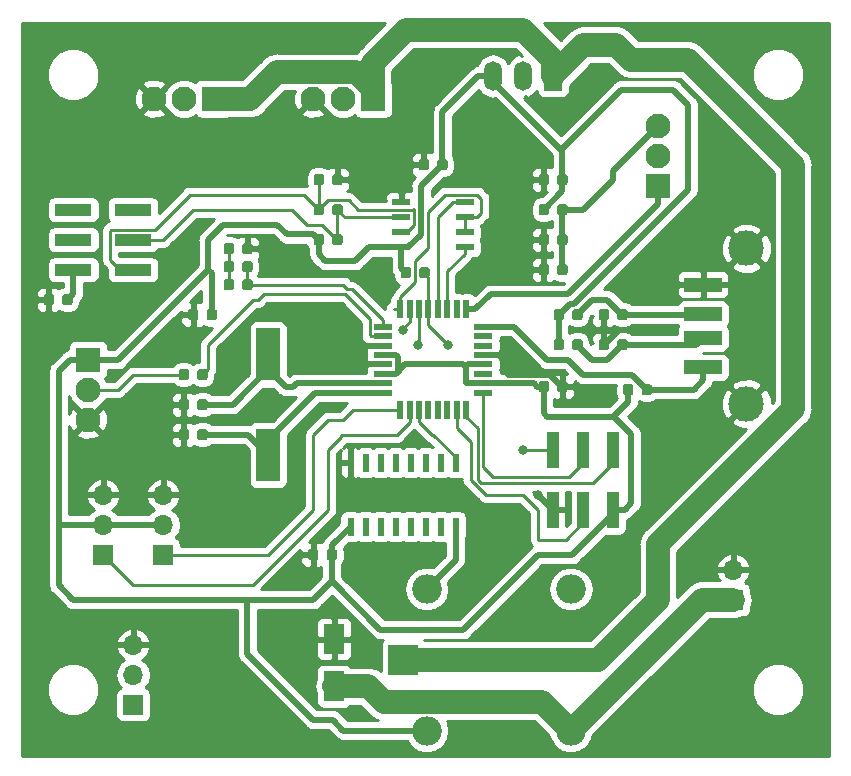
<source format=gtl>
G04 #@! TF.GenerationSoftware,KiCad,Pcbnew,5.0.2-bee76a0~70~ubuntu18.10.1*
G04 #@! TF.CreationDate,2019-09-06T12:11:08+02:00*
G04 #@! TF.ProjectId,Handylader_Fach_RS458_SMD_002,48616e64-796c-4616-9465-725f46616368,rev?*
G04 #@! TF.SameCoordinates,Original*
G04 #@! TF.FileFunction,Copper,L1,Top*
G04 #@! TF.FilePolarity,Positive*
%FSLAX46Y46*%
G04 Gerber Fmt 4.6, Leading zero omitted, Abs format (unit mm)*
G04 Created by KiCad (PCBNEW 5.0.2-bee76a0~70~ubuntu18.10.1) date Fr 06 Sep 2019 12:11:08 CEST*
%MOMM*%
%LPD*%
G01*
G04 APERTURE LIST*
G04 #@! TA.AperFunction,SMDPad,CuDef*
%ADD10R,1.000000X3.150000*%
G04 #@! TD*
G04 #@! TA.AperFunction,SMDPad,CuDef*
%ADD11R,3.200000X1.200000*%
G04 #@! TD*
G04 #@! TA.AperFunction,ComponentPad*
%ADD12C,3.000000*%
G04 #@! TD*
G04 #@! TA.AperFunction,Conductor*
%ADD13C,0.100000*%
G04 #@! TD*
G04 #@! TA.AperFunction,SMDPad,CuDef*
%ADD14C,0.875000*%
G04 #@! TD*
G04 #@! TA.AperFunction,SMDPad,CuDef*
%ADD15R,1.800000X2.500000*%
G04 #@! TD*
G04 #@! TA.AperFunction,ComponentPad*
%ADD16C,2.100000*%
G04 #@! TD*
G04 #@! TA.AperFunction,ComponentPad*
%ADD17R,2.100000X2.100000*%
G04 #@! TD*
G04 #@! TA.AperFunction,SMDPad,CuDef*
%ADD18R,3.150000X1.000000*%
G04 #@! TD*
G04 #@! TA.AperFunction,ComponentPad*
%ADD19R,2.500000X2.500000*%
G04 #@! TD*
G04 #@! TA.AperFunction,ComponentPad*
%ADD20O,2.500000X2.500000*%
G04 #@! TD*
G04 #@! TA.AperFunction,SMDPad,CuDef*
%ADD21R,1.550000X0.600000*%
G04 #@! TD*
G04 #@! TA.AperFunction,ComponentPad*
%ADD22R,1.500000X2.500000*%
G04 #@! TD*
G04 #@! TA.AperFunction,ComponentPad*
%ADD23O,1.500000X2.500000*%
G04 #@! TD*
G04 #@! TA.AperFunction,SMDPad,CuDef*
%ADD24R,1.600000X0.550000*%
G04 #@! TD*
G04 #@! TA.AperFunction,SMDPad,CuDef*
%ADD25R,0.550000X1.600000*%
G04 #@! TD*
G04 #@! TA.AperFunction,SMDPad,CuDef*
%ADD26R,0.600000X1.500000*%
G04 #@! TD*
G04 #@! TA.AperFunction,ComponentPad*
%ADD27R,1.700000X1.700000*%
G04 #@! TD*
G04 #@! TA.AperFunction,ComponentPad*
%ADD28O,1.700000X1.700000*%
G04 #@! TD*
G04 #@! TA.AperFunction,SMDPad,CuDef*
%ADD29R,2.000000X4.500000*%
G04 #@! TD*
G04 #@! TA.AperFunction,ViaPad*
%ADD30C,0.800000*%
G04 #@! TD*
G04 #@! TA.AperFunction,Conductor*
%ADD31C,0.500000*%
G04 #@! TD*
G04 #@! TA.AperFunction,Conductor*
%ADD32C,0.250000*%
G04 #@! TD*
G04 #@! TA.AperFunction,Conductor*
%ADD33C,2.000000*%
G04 #@! TD*
G04 #@! TA.AperFunction,Conductor*
%ADD34C,0.254000*%
G04 #@! TD*
G04 APERTURE END LIST*
D10*
G04 #@! TO.P,J5,6*
G04 #@! TO.N,GND*
X76200000Y-57135000D03*
G04 #@! TO.P,J5,5*
G04 #@! TO.N,RESET*
X76200000Y-52085000D03*
G04 #@! TO.P,J5,4*
G04 #@! TO.N,MOSI*
X78740000Y-57135000D03*
G04 #@! TO.P,J5,3*
G04 #@! TO.N,SCK*
X78740000Y-52085000D03*
G04 #@! TO.P,J5,2*
G04 #@! TO.N,+5V*
X81280000Y-57135000D03*
G04 #@! TO.P,J5,1*
G04 #@! TO.N,MISO*
X81280000Y-52085000D03*
G04 #@! TD*
D11*
G04 #@! TO.P,J12,1*
G04 #@! TO.N,USB-SENSE*
X88900000Y-45100000D03*
G04 #@! TO.P,J12,2*
G04 #@! TO.N,Net-(J12-Pad2)*
X88900000Y-42600000D03*
G04 #@! TO.P,J12,3*
G04 #@! TO.N,Net-(J12-Pad3)*
X88900000Y-40600000D03*
G04 #@! TO.P,J12,4*
G04 #@! TO.N,GND*
X88900000Y-38100000D03*
D12*
G04 #@! TO.P,J12,5*
X92570000Y-35030000D03*
X92570000Y-48170000D03*
G04 #@! TD*
D13*
G04 #@! TO.N,GND*
G04 #@! TO.C,C4*
G36*
X45960191Y-40166053D02*
X45981426Y-40169203D01*
X46002250Y-40174419D01*
X46022462Y-40181651D01*
X46041868Y-40190830D01*
X46060281Y-40201866D01*
X46077524Y-40214654D01*
X46093430Y-40229070D01*
X46107846Y-40244976D01*
X46120634Y-40262219D01*
X46131670Y-40280632D01*
X46140849Y-40300038D01*
X46148081Y-40320250D01*
X46153297Y-40341074D01*
X46156447Y-40362309D01*
X46157500Y-40383750D01*
X46157500Y-40896250D01*
X46156447Y-40917691D01*
X46153297Y-40938926D01*
X46148081Y-40959750D01*
X46140849Y-40979962D01*
X46131670Y-40999368D01*
X46120634Y-41017781D01*
X46107846Y-41035024D01*
X46093430Y-41050930D01*
X46077524Y-41065346D01*
X46060281Y-41078134D01*
X46041868Y-41089170D01*
X46022462Y-41098349D01*
X46002250Y-41105581D01*
X45981426Y-41110797D01*
X45960191Y-41113947D01*
X45938750Y-41115000D01*
X45501250Y-41115000D01*
X45479809Y-41113947D01*
X45458574Y-41110797D01*
X45437750Y-41105581D01*
X45417538Y-41098349D01*
X45398132Y-41089170D01*
X45379719Y-41078134D01*
X45362476Y-41065346D01*
X45346570Y-41050930D01*
X45332154Y-41035024D01*
X45319366Y-41017781D01*
X45308330Y-40999368D01*
X45299151Y-40979962D01*
X45291919Y-40959750D01*
X45286703Y-40938926D01*
X45283553Y-40917691D01*
X45282500Y-40896250D01*
X45282500Y-40383750D01*
X45283553Y-40362309D01*
X45286703Y-40341074D01*
X45291919Y-40320250D01*
X45299151Y-40300038D01*
X45308330Y-40280632D01*
X45319366Y-40262219D01*
X45332154Y-40244976D01*
X45346570Y-40229070D01*
X45362476Y-40214654D01*
X45379719Y-40201866D01*
X45398132Y-40190830D01*
X45417538Y-40181651D01*
X45437750Y-40174419D01*
X45458574Y-40169203D01*
X45479809Y-40166053D01*
X45501250Y-40165000D01*
X45938750Y-40165000D01*
X45960191Y-40166053D01*
X45960191Y-40166053D01*
G37*
D14*
G04 #@! TD*
G04 #@! TO.P,C4,2*
G04 #@! TO.N,GND*
X45720000Y-40640000D03*
D13*
G04 #@! TO.N,+5V*
G04 #@! TO.C,C4*
G36*
X47535191Y-40166053D02*
X47556426Y-40169203D01*
X47577250Y-40174419D01*
X47597462Y-40181651D01*
X47616868Y-40190830D01*
X47635281Y-40201866D01*
X47652524Y-40214654D01*
X47668430Y-40229070D01*
X47682846Y-40244976D01*
X47695634Y-40262219D01*
X47706670Y-40280632D01*
X47715849Y-40300038D01*
X47723081Y-40320250D01*
X47728297Y-40341074D01*
X47731447Y-40362309D01*
X47732500Y-40383750D01*
X47732500Y-40896250D01*
X47731447Y-40917691D01*
X47728297Y-40938926D01*
X47723081Y-40959750D01*
X47715849Y-40979962D01*
X47706670Y-40999368D01*
X47695634Y-41017781D01*
X47682846Y-41035024D01*
X47668430Y-41050930D01*
X47652524Y-41065346D01*
X47635281Y-41078134D01*
X47616868Y-41089170D01*
X47597462Y-41098349D01*
X47577250Y-41105581D01*
X47556426Y-41110797D01*
X47535191Y-41113947D01*
X47513750Y-41115000D01*
X47076250Y-41115000D01*
X47054809Y-41113947D01*
X47033574Y-41110797D01*
X47012750Y-41105581D01*
X46992538Y-41098349D01*
X46973132Y-41089170D01*
X46954719Y-41078134D01*
X46937476Y-41065346D01*
X46921570Y-41050930D01*
X46907154Y-41035024D01*
X46894366Y-41017781D01*
X46883330Y-40999368D01*
X46874151Y-40979962D01*
X46866919Y-40959750D01*
X46861703Y-40938926D01*
X46858553Y-40917691D01*
X46857500Y-40896250D01*
X46857500Y-40383750D01*
X46858553Y-40362309D01*
X46861703Y-40341074D01*
X46866919Y-40320250D01*
X46874151Y-40300038D01*
X46883330Y-40280632D01*
X46894366Y-40262219D01*
X46907154Y-40244976D01*
X46921570Y-40229070D01*
X46937476Y-40214654D01*
X46954719Y-40201866D01*
X46973132Y-40190830D01*
X46992538Y-40181651D01*
X47012750Y-40174419D01*
X47033574Y-40169203D01*
X47054809Y-40166053D01*
X47076250Y-40165000D01*
X47513750Y-40165000D01*
X47535191Y-40166053D01*
X47535191Y-40166053D01*
G37*
D14*
G04 #@! TD*
G04 #@! TO.P,C4,1*
G04 #@! TO.N,+5V*
X47295000Y-40640000D03*
D13*
G04 #@! TO.N,Net-(C1-Pad1)*
G04 #@! TO.C,C1*
G36*
X77227691Y-36356053D02*
X77248926Y-36359203D01*
X77269750Y-36364419D01*
X77289962Y-36371651D01*
X77309368Y-36380830D01*
X77327781Y-36391866D01*
X77345024Y-36404654D01*
X77360930Y-36419070D01*
X77375346Y-36434976D01*
X77388134Y-36452219D01*
X77399170Y-36470632D01*
X77408349Y-36490038D01*
X77415581Y-36510250D01*
X77420797Y-36531074D01*
X77423947Y-36552309D01*
X77425000Y-36573750D01*
X77425000Y-37086250D01*
X77423947Y-37107691D01*
X77420797Y-37128926D01*
X77415581Y-37149750D01*
X77408349Y-37169962D01*
X77399170Y-37189368D01*
X77388134Y-37207781D01*
X77375346Y-37225024D01*
X77360930Y-37240930D01*
X77345024Y-37255346D01*
X77327781Y-37268134D01*
X77309368Y-37279170D01*
X77289962Y-37288349D01*
X77269750Y-37295581D01*
X77248926Y-37300797D01*
X77227691Y-37303947D01*
X77206250Y-37305000D01*
X76768750Y-37305000D01*
X76747309Y-37303947D01*
X76726074Y-37300797D01*
X76705250Y-37295581D01*
X76685038Y-37288349D01*
X76665632Y-37279170D01*
X76647219Y-37268134D01*
X76629976Y-37255346D01*
X76614070Y-37240930D01*
X76599654Y-37225024D01*
X76586866Y-37207781D01*
X76575830Y-37189368D01*
X76566651Y-37169962D01*
X76559419Y-37149750D01*
X76554203Y-37128926D01*
X76551053Y-37107691D01*
X76550000Y-37086250D01*
X76550000Y-36573750D01*
X76551053Y-36552309D01*
X76554203Y-36531074D01*
X76559419Y-36510250D01*
X76566651Y-36490038D01*
X76575830Y-36470632D01*
X76586866Y-36452219D01*
X76599654Y-36434976D01*
X76614070Y-36419070D01*
X76629976Y-36404654D01*
X76647219Y-36391866D01*
X76665632Y-36380830D01*
X76685038Y-36371651D01*
X76705250Y-36364419D01*
X76726074Y-36359203D01*
X76747309Y-36356053D01*
X76768750Y-36355000D01*
X77206250Y-36355000D01*
X77227691Y-36356053D01*
X77227691Y-36356053D01*
G37*
D14*
G04 #@! TD*
G04 #@! TO.P,C1,1*
G04 #@! TO.N,Net-(C1-Pad1)*
X76987500Y-36830000D03*
D13*
G04 #@! TO.N,GND*
G04 #@! TO.C,C1*
G36*
X75652691Y-36356053D02*
X75673926Y-36359203D01*
X75694750Y-36364419D01*
X75714962Y-36371651D01*
X75734368Y-36380830D01*
X75752781Y-36391866D01*
X75770024Y-36404654D01*
X75785930Y-36419070D01*
X75800346Y-36434976D01*
X75813134Y-36452219D01*
X75824170Y-36470632D01*
X75833349Y-36490038D01*
X75840581Y-36510250D01*
X75845797Y-36531074D01*
X75848947Y-36552309D01*
X75850000Y-36573750D01*
X75850000Y-37086250D01*
X75848947Y-37107691D01*
X75845797Y-37128926D01*
X75840581Y-37149750D01*
X75833349Y-37169962D01*
X75824170Y-37189368D01*
X75813134Y-37207781D01*
X75800346Y-37225024D01*
X75785930Y-37240930D01*
X75770024Y-37255346D01*
X75752781Y-37268134D01*
X75734368Y-37279170D01*
X75714962Y-37288349D01*
X75694750Y-37295581D01*
X75673926Y-37300797D01*
X75652691Y-37303947D01*
X75631250Y-37305000D01*
X75193750Y-37305000D01*
X75172309Y-37303947D01*
X75151074Y-37300797D01*
X75130250Y-37295581D01*
X75110038Y-37288349D01*
X75090632Y-37279170D01*
X75072219Y-37268134D01*
X75054976Y-37255346D01*
X75039070Y-37240930D01*
X75024654Y-37225024D01*
X75011866Y-37207781D01*
X75000830Y-37189368D01*
X74991651Y-37169962D01*
X74984419Y-37149750D01*
X74979203Y-37128926D01*
X74976053Y-37107691D01*
X74975000Y-37086250D01*
X74975000Y-36573750D01*
X74976053Y-36552309D01*
X74979203Y-36531074D01*
X74984419Y-36510250D01*
X74991651Y-36490038D01*
X75000830Y-36470632D01*
X75011866Y-36452219D01*
X75024654Y-36434976D01*
X75039070Y-36419070D01*
X75054976Y-36404654D01*
X75072219Y-36391866D01*
X75090632Y-36380830D01*
X75110038Y-36371651D01*
X75130250Y-36364419D01*
X75151074Y-36359203D01*
X75172309Y-36356053D01*
X75193750Y-36355000D01*
X75631250Y-36355000D01*
X75652691Y-36356053D01*
X75652691Y-36356053D01*
G37*
D14*
G04 #@! TD*
G04 #@! TO.P,C1,2*
G04 #@! TO.N,GND*
X75412500Y-36830000D03*
D13*
G04 #@! TO.N,+5V*
G04 #@! TO.C,C2*
G36*
X67067691Y-27466053D02*
X67088926Y-27469203D01*
X67109750Y-27474419D01*
X67129962Y-27481651D01*
X67149368Y-27490830D01*
X67167781Y-27501866D01*
X67185024Y-27514654D01*
X67200930Y-27529070D01*
X67215346Y-27544976D01*
X67228134Y-27562219D01*
X67239170Y-27580632D01*
X67248349Y-27600038D01*
X67255581Y-27620250D01*
X67260797Y-27641074D01*
X67263947Y-27662309D01*
X67265000Y-27683750D01*
X67265000Y-28196250D01*
X67263947Y-28217691D01*
X67260797Y-28238926D01*
X67255581Y-28259750D01*
X67248349Y-28279962D01*
X67239170Y-28299368D01*
X67228134Y-28317781D01*
X67215346Y-28335024D01*
X67200930Y-28350930D01*
X67185024Y-28365346D01*
X67167781Y-28378134D01*
X67149368Y-28389170D01*
X67129962Y-28398349D01*
X67109750Y-28405581D01*
X67088926Y-28410797D01*
X67067691Y-28413947D01*
X67046250Y-28415000D01*
X66608750Y-28415000D01*
X66587309Y-28413947D01*
X66566074Y-28410797D01*
X66545250Y-28405581D01*
X66525038Y-28398349D01*
X66505632Y-28389170D01*
X66487219Y-28378134D01*
X66469976Y-28365346D01*
X66454070Y-28350930D01*
X66439654Y-28335024D01*
X66426866Y-28317781D01*
X66415830Y-28299368D01*
X66406651Y-28279962D01*
X66399419Y-28259750D01*
X66394203Y-28238926D01*
X66391053Y-28217691D01*
X66390000Y-28196250D01*
X66390000Y-27683750D01*
X66391053Y-27662309D01*
X66394203Y-27641074D01*
X66399419Y-27620250D01*
X66406651Y-27600038D01*
X66415830Y-27580632D01*
X66426866Y-27562219D01*
X66439654Y-27544976D01*
X66454070Y-27529070D01*
X66469976Y-27514654D01*
X66487219Y-27501866D01*
X66505632Y-27490830D01*
X66525038Y-27481651D01*
X66545250Y-27474419D01*
X66566074Y-27469203D01*
X66587309Y-27466053D01*
X66608750Y-27465000D01*
X67046250Y-27465000D01*
X67067691Y-27466053D01*
X67067691Y-27466053D01*
G37*
D14*
G04 #@! TD*
G04 #@! TO.P,C2,1*
G04 #@! TO.N,+5V*
X66827500Y-27940000D03*
D13*
G04 #@! TO.N,GND*
G04 #@! TO.C,C2*
G36*
X65492691Y-27466053D02*
X65513926Y-27469203D01*
X65534750Y-27474419D01*
X65554962Y-27481651D01*
X65574368Y-27490830D01*
X65592781Y-27501866D01*
X65610024Y-27514654D01*
X65625930Y-27529070D01*
X65640346Y-27544976D01*
X65653134Y-27562219D01*
X65664170Y-27580632D01*
X65673349Y-27600038D01*
X65680581Y-27620250D01*
X65685797Y-27641074D01*
X65688947Y-27662309D01*
X65690000Y-27683750D01*
X65690000Y-28196250D01*
X65688947Y-28217691D01*
X65685797Y-28238926D01*
X65680581Y-28259750D01*
X65673349Y-28279962D01*
X65664170Y-28299368D01*
X65653134Y-28317781D01*
X65640346Y-28335024D01*
X65625930Y-28350930D01*
X65610024Y-28365346D01*
X65592781Y-28378134D01*
X65574368Y-28389170D01*
X65554962Y-28398349D01*
X65534750Y-28405581D01*
X65513926Y-28410797D01*
X65492691Y-28413947D01*
X65471250Y-28415000D01*
X65033750Y-28415000D01*
X65012309Y-28413947D01*
X64991074Y-28410797D01*
X64970250Y-28405581D01*
X64950038Y-28398349D01*
X64930632Y-28389170D01*
X64912219Y-28378134D01*
X64894976Y-28365346D01*
X64879070Y-28350930D01*
X64864654Y-28335024D01*
X64851866Y-28317781D01*
X64840830Y-28299368D01*
X64831651Y-28279962D01*
X64824419Y-28259750D01*
X64819203Y-28238926D01*
X64816053Y-28217691D01*
X64815000Y-28196250D01*
X64815000Y-27683750D01*
X64816053Y-27662309D01*
X64819203Y-27641074D01*
X64824419Y-27620250D01*
X64831651Y-27600038D01*
X64840830Y-27580632D01*
X64851866Y-27562219D01*
X64864654Y-27544976D01*
X64879070Y-27529070D01*
X64894976Y-27514654D01*
X64912219Y-27501866D01*
X64930632Y-27490830D01*
X64950038Y-27481651D01*
X64970250Y-27474419D01*
X64991074Y-27469203D01*
X65012309Y-27466053D01*
X65033750Y-27465000D01*
X65471250Y-27465000D01*
X65492691Y-27466053D01*
X65492691Y-27466053D01*
G37*
D14*
G04 #@! TD*
G04 #@! TO.P,C2,2*
G04 #@! TO.N,GND*
X65252500Y-27940000D03*
D13*
G04 #@! TO.N,GND*
G04 #@! TO.C,C3*
G36*
X75652691Y-28736053D02*
X75673926Y-28739203D01*
X75694750Y-28744419D01*
X75714962Y-28751651D01*
X75734368Y-28760830D01*
X75752781Y-28771866D01*
X75770024Y-28784654D01*
X75785930Y-28799070D01*
X75800346Y-28814976D01*
X75813134Y-28832219D01*
X75824170Y-28850632D01*
X75833349Y-28870038D01*
X75840581Y-28890250D01*
X75845797Y-28911074D01*
X75848947Y-28932309D01*
X75850000Y-28953750D01*
X75850000Y-29466250D01*
X75848947Y-29487691D01*
X75845797Y-29508926D01*
X75840581Y-29529750D01*
X75833349Y-29549962D01*
X75824170Y-29569368D01*
X75813134Y-29587781D01*
X75800346Y-29605024D01*
X75785930Y-29620930D01*
X75770024Y-29635346D01*
X75752781Y-29648134D01*
X75734368Y-29659170D01*
X75714962Y-29668349D01*
X75694750Y-29675581D01*
X75673926Y-29680797D01*
X75652691Y-29683947D01*
X75631250Y-29685000D01*
X75193750Y-29685000D01*
X75172309Y-29683947D01*
X75151074Y-29680797D01*
X75130250Y-29675581D01*
X75110038Y-29668349D01*
X75090632Y-29659170D01*
X75072219Y-29648134D01*
X75054976Y-29635346D01*
X75039070Y-29620930D01*
X75024654Y-29605024D01*
X75011866Y-29587781D01*
X75000830Y-29569368D01*
X74991651Y-29549962D01*
X74984419Y-29529750D01*
X74979203Y-29508926D01*
X74976053Y-29487691D01*
X74975000Y-29466250D01*
X74975000Y-28953750D01*
X74976053Y-28932309D01*
X74979203Y-28911074D01*
X74984419Y-28890250D01*
X74991651Y-28870038D01*
X75000830Y-28850632D01*
X75011866Y-28832219D01*
X75024654Y-28814976D01*
X75039070Y-28799070D01*
X75054976Y-28784654D01*
X75072219Y-28771866D01*
X75090632Y-28760830D01*
X75110038Y-28751651D01*
X75130250Y-28744419D01*
X75151074Y-28739203D01*
X75172309Y-28736053D01*
X75193750Y-28735000D01*
X75631250Y-28735000D01*
X75652691Y-28736053D01*
X75652691Y-28736053D01*
G37*
D14*
G04 #@! TD*
G04 #@! TO.P,C3,2*
G04 #@! TO.N,GND*
X75412500Y-29210000D03*
D13*
G04 #@! TO.N,+5V*
G04 #@! TO.C,C3*
G36*
X77227691Y-28736053D02*
X77248926Y-28739203D01*
X77269750Y-28744419D01*
X77289962Y-28751651D01*
X77309368Y-28760830D01*
X77327781Y-28771866D01*
X77345024Y-28784654D01*
X77360930Y-28799070D01*
X77375346Y-28814976D01*
X77388134Y-28832219D01*
X77399170Y-28850632D01*
X77408349Y-28870038D01*
X77415581Y-28890250D01*
X77420797Y-28911074D01*
X77423947Y-28932309D01*
X77425000Y-28953750D01*
X77425000Y-29466250D01*
X77423947Y-29487691D01*
X77420797Y-29508926D01*
X77415581Y-29529750D01*
X77408349Y-29549962D01*
X77399170Y-29569368D01*
X77388134Y-29587781D01*
X77375346Y-29605024D01*
X77360930Y-29620930D01*
X77345024Y-29635346D01*
X77327781Y-29648134D01*
X77309368Y-29659170D01*
X77289962Y-29668349D01*
X77269750Y-29675581D01*
X77248926Y-29680797D01*
X77227691Y-29683947D01*
X77206250Y-29685000D01*
X76768750Y-29685000D01*
X76747309Y-29683947D01*
X76726074Y-29680797D01*
X76705250Y-29675581D01*
X76685038Y-29668349D01*
X76665632Y-29659170D01*
X76647219Y-29648134D01*
X76629976Y-29635346D01*
X76614070Y-29620930D01*
X76599654Y-29605024D01*
X76586866Y-29587781D01*
X76575830Y-29569368D01*
X76566651Y-29549962D01*
X76559419Y-29529750D01*
X76554203Y-29508926D01*
X76551053Y-29487691D01*
X76550000Y-29466250D01*
X76550000Y-28953750D01*
X76551053Y-28932309D01*
X76554203Y-28911074D01*
X76559419Y-28890250D01*
X76566651Y-28870038D01*
X76575830Y-28850632D01*
X76586866Y-28832219D01*
X76599654Y-28814976D01*
X76614070Y-28799070D01*
X76629976Y-28784654D01*
X76647219Y-28771866D01*
X76665632Y-28760830D01*
X76685038Y-28751651D01*
X76705250Y-28744419D01*
X76726074Y-28739203D01*
X76747309Y-28736053D01*
X76768750Y-28735000D01*
X77206250Y-28735000D01*
X77227691Y-28736053D01*
X77227691Y-28736053D01*
G37*
D14*
G04 #@! TD*
G04 #@! TO.P,C3,1*
G04 #@! TO.N,+5V*
X76987500Y-29210000D03*
D13*
G04 #@! TO.N,GND*
G04 #@! TO.C,C5*
G36*
X45172691Y-47786053D02*
X45193926Y-47789203D01*
X45214750Y-47794419D01*
X45234962Y-47801651D01*
X45254368Y-47810830D01*
X45272781Y-47821866D01*
X45290024Y-47834654D01*
X45305930Y-47849070D01*
X45320346Y-47864976D01*
X45333134Y-47882219D01*
X45344170Y-47900632D01*
X45353349Y-47920038D01*
X45360581Y-47940250D01*
X45365797Y-47961074D01*
X45368947Y-47982309D01*
X45370000Y-48003750D01*
X45370000Y-48516250D01*
X45368947Y-48537691D01*
X45365797Y-48558926D01*
X45360581Y-48579750D01*
X45353349Y-48599962D01*
X45344170Y-48619368D01*
X45333134Y-48637781D01*
X45320346Y-48655024D01*
X45305930Y-48670930D01*
X45290024Y-48685346D01*
X45272781Y-48698134D01*
X45254368Y-48709170D01*
X45234962Y-48718349D01*
X45214750Y-48725581D01*
X45193926Y-48730797D01*
X45172691Y-48733947D01*
X45151250Y-48735000D01*
X44713750Y-48735000D01*
X44692309Y-48733947D01*
X44671074Y-48730797D01*
X44650250Y-48725581D01*
X44630038Y-48718349D01*
X44610632Y-48709170D01*
X44592219Y-48698134D01*
X44574976Y-48685346D01*
X44559070Y-48670930D01*
X44544654Y-48655024D01*
X44531866Y-48637781D01*
X44520830Y-48619368D01*
X44511651Y-48599962D01*
X44504419Y-48579750D01*
X44499203Y-48558926D01*
X44496053Y-48537691D01*
X44495000Y-48516250D01*
X44495000Y-48003750D01*
X44496053Y-47982309D01*
X44499203Y-47961074D01*
X44504419Y-47940250D01*
X44511651Y-47920038D01*
X44520830Y-47900632D01*
X44531866Y-47882219D01*
X44544654Y-47864976D01*
X44559070Y-47849070D01*
X44574976Y-47834654D01*
X44592219Y-47821866D01*
X44610632Y-47810830D01*
X44630038Y-47801651D01*
X44650250Y-47794419D01*
X44671074Y-47789203D01*
X44692309Y-47786053D01*
X44713750Y-47785000D01*
X45151250Y-47785000D01*
X45172691Y-47786053D01*
X45172691Y-47786053D01*
G37*
D14*
G04 #@! TD*
G04 #@! TO.P,C5,1*
G04 #@! TO.N,GND*
X44932500Y-48260000D03*
D13*
G04 #@! TO.N,Net-(C5-Pad2)*
G04 #@! TO.C,C5*
G36*
X46747691Y-47786053D02*
X46768926Y-47789203D01*
X46789750Y-47794419D01*
X46809962Y-47801651D01*
X46829368Y-47810830D01*
X46847781Y-47821866D01*
X46865024Y-47834654D01*
X46880930Y-47849070D01*
X46895346Y-47864976D01*
X46908134Y-47882219D01*
X46919170Y-47900632D01*
X46928349Y-47920038D01*
X46935581Y-47940250D01*
X46940797Y-47961074D01*
X46943947Y-47982309D01*
X46945000Y-48003750D01*
X46945000Y-48516250D01*
X46943947Y-48537691D01*
X46940797Y-48558926D01*
X46935581Y-48579750D01*
X46928349Y-48599962D01*
X46919170Y-48619368D01*
X46908134Y-48637781D01*
X46895346Y-48655024D01*
X46880930Y-48670930D01*
X46865024Y-48685346D01*
X46847781Y-48698134D01*
X46829368Y-48709170D01*
X46809962Y-48718349D01*
X46789750Y-48725581D01*
X46768926Y-48730797D01*
X46747691Y-48733947D01*
X46726250Y-48735000D01*
X46288750Y-48735000D01*
X46267309Y-48733947D01*
X46246074Y-48730797D01*
X46225250Y-48725581D01*
X46205038Y-48718349D01*
X46185632Y-48709170D01*
X46167219Y-48698134D01*
X46149976Y-48685346D01*
X46134070Y-48670930D01*
X46119654Y-48655024D01*
X46106866Y-48637781D01*
X46095830Y-48619368D01*
X46086651Y-48599962D01*
X46079419Y-48579750D01*
X46074203Y-48558926D01*
X46071053Y-48537691D01*
X46070000Y-48516250D01*
X46070000Y-48003750D01*
X46071053Y-47982309D01*
X46074203Y-47961074D01*
X46079419Y-47940250D01*
X46086651Y-47920038D01*
X46095830Y-47900632D01*
X46106866Y-47882219D01*
X46119654Y-47864976D01*
X46134070Y-47849070D01*
X46149976Y-47834654D01*
X46167219Y-47821866D01*
X46185632Y-47810830D01*
X46205038Y-47801651D01*
X46225250Y-47794419D01*
X46246074Y-47789203D01*
X46267309Y-47786053D01*
X46288750Y-47785000D01*
X46726250Y-47785000D01*
X46747691Y-47786053D01*
X46747691Y-47786053D01*
G37*
D14*
G04 #@! TD*
G04 #@! TO.P,C5,2*
G04 #@! TO.N,Net-(C5-Pad2)*
X46507500Y-48260000D03*
D13*
G04 #@! TO.N,Net-(C6-Pad2)*
G04 #@! TO.C,C6*
G36*
X46747691Y-50326053D02*
X46768926Y-50329203D01*
X46789750Y-50334419D01*
X46809962Y-50341651D01*
X46829368Y-50350830D01*
X46847781Y-50361866D01*
X46865024Y-50374654D01*
X46880930Y-50389070D01*
X46895346Y-50404976D01*
X46908134Y-50422219D01*
X46919170Y-50440632D01*
X46928349Y-50460038D01*
X46935581Y-50480250D01*
X46940797Y-50501074D01*
X46943947Y-50522309D01*
X46945000Y-50543750D01*
X46945000Y-51056250D01*
X46943947Y-51077691D01*
X46940797Y-51098926D01*
X46935581Y-51119750D01*
X46928349Y-51139962D01*
X46919170Y-51159368D01*
X46908134Y-51177781D01*
X46895346Y-51195024D01*
X46880930Y-51210930D01*
X46865024Y-51225346D01*
X46847781Y-51238134D01*
X46829368Y-51249170D01*
X46809962Y-51258349D01*
X46789750Y-51265581D01*
X46768926Y-51270797D01*
X46747691Y-51273947D01*
X46726250Y-51275000D01*
X46288750Y-51275000D01*
X46267309Y-51273947D01*
X46246074Y-51270797D01*
X46225250Y-51265581D01*
X46205038Y-51258349D01*
X46185632Y-51249170D01*
X46167219Y-51238134D01*
X46149976Y-51225346D01*
X46134070Y-51210930D01*
X46119654Y-51195024D01*
X46106866Y-51177781D01*
X46095830Y-51159368D01*
X46086651Y-51139962D01*
X46079419Y-51119750D01*
X46074203Y-51098926D01*
X46071053Y-51077691D01*
X46070000Y-51056250D01*
X46070000Y-50543750D01*
X46071053Y-50522309D01*
X46074203Y-50501074D01*
X46079419Y-50480250D01*
X46086651Y-50460038D01*
X46095830Y-50440632D01*
X46106866Y-50422219D01*
X46119654Y-50404976D01*
X46134070Y-50389070D01*
X46149976Y-50374654D01*
X46167219Y-50361866D01*
X46185632Y-50350830D01*
X46205038Y-50341651D01*
X46225250Y-50334419D01*
X46246074Y-50329203D01*
X46267309Y-50326053D01*
X46288750Y-50325000D01*
X46726250Y-50325000D01*
X46747691Y-50326053D01*
X46747691Y-50326053D01*
G37*
D14*
G04 #@! TD*
G04 #@! TO.P,C6,2*
G04 #@! TO.N,Net-(C6-Pad2)*
X46507500Y-50800000D03*
D13*
G04 #@! TO.N,GND*
G04 #@! TO.C,C6*
G36*
X45172691Y-50326053D02*
X45193926Y-50329203D01*
X45214750Y-50334419D01*
X45234962Y-50341651D01*
X45254368Y-50350830D01*
X45272781Y-50361866D01*
X45290024Y-50374654D01*
X45305930Y-50389070D01*
X45320346Y-50404976D01*
X45333134Y-50422219D01*
X45344170Y-50440632D01*
X45353349Y-50460038D01*
X45360581Y-50480250D01*
X45365797Y-50501074D01*
X45368947Y-50522309D01*
X45370000Y-50543750D01*
X45370000Y-51056250D01*
X45368947Y-51077691D01*
X45365797Y-51098926D01*
X45360581Y-51119750D01*
X45353349Y-51139962D01*
X45344170Y-51159368D01*
X45333134Y-51177781D01*
X45320346Y-51195024D01*
X45305930Y-51210930D01*
X45290024Y-51225346D01*
X45272781Y-51238134D01*
X45254368Y-51249170D01*
X45234962Y-51258349D01*
X45214750Y-51265581D01*
X45193926Y-51270797D01*
X45172691Y-51273947D01*
X45151250Y-51275000D01*
X44713750Y-51275000D01*
X44692309Y-51273947D01*
X44671074Y-51270797D01*
X44650250Y-51265581D01*
X44630038Y-51258349D01*
X44610632Y-51249170D01*
X44592219Y-51238134D01*
X44574976Y-51225346D01*
X44559070Y-51210930D01*
X44544654Y-51195024D01*
X44531866Y-51177781D01*
X44520830Y-51159368D01*
X44511651Y-51139962D01*
X44504419Y-51119750D01*
X44499203Y-51098926D01*
X44496053Y-51077691D01*
X44495000Y-51056250D01*
X44495000Y-50543750D01*
X44496053Y-50522309D01*
X44499203Y-50501074D01*
X44504419Y-50480250D01*
X44511651Y-50460038D01*
X44520830Y-50440632D01*
X44531866Y-50422219D01*
X44544654Y-50404976D01*
X44559070Y-50389070D01*
X44574976Y-50374654D01*
X44592219Y-50361866D01*
X44610632Y-50350830D01*
X44630038Y-50341651D01*
X44650250Y-50334419D01*
X44671074Y-50329203D01*
X44692309Y-50326053D01*
X44713750Y-50325000D01*
X45151250Y-50325000D01*
X45172691Y-50326053D01*
X45172691Y-50326053D01*
G37*
D14*
G04 #@! TD*
G04 #@! TO.P,C6,1*
G04 #@! TO.N,GND*
X44932500Y-50800000D03*
D13*
G04 #@! TO.N,+5V*
G04 #@! TO.C,C7*
G36*
X75652691Y-46262053D02*
X75673926Y-46265203D01*
X75694750Y-46270419D01*
X75714962Y-46277651D01*
X75734368Y-46286830D01*
X75752781Y-46297866D01*
X75770024Y-46310654D01*
X75785930Y-46325070D01*
X75800346Y-46340976D01*
X75813134Y-46358219D01*
X75824170Y-46376632D01*
X75833349Y-46396038D01*
X75840581Y-46416250D01*
X75845797Y-46437074D01*
X75848947Y-46458309D01*
X75850000Y-46479750D01*
X75850000Y-46992250D01*
X75848947Y-47013691D01*
X75845797Y-47034926D01*
X75840581Y-47055750D01*
X75833349Y-47075962D01*
X75824170Y-47095368D01*
X75813134Y-47113781D01*
X75800346Y-47131024D01*
X75785930Y-47146930D01*
X75770024Y-47161346D01*
X75752781Y-47174134D01*
X75734368Y-47185170D01*
X75714962Y-47194349D01*
X75694750Y-47201581D01*
X75673926Y-47206797D01*
X75652691Y-47209947D01*
X75631250Y-47211000D01*
X75193750Y-47211000D01*
X75172309Y-47209947D01*
X75151074Y-47206797D01*
X75130250Y-47201581D01*
X75110038Y-47194349D01*
X75090632Y-47185170D01*
X75072219Y-47174134D01*
X75054976Y-47161346D01*
X75039070Y-47146930D01*
X75024654Y-47131024D01*
X75011866Y-47113781D01*
X75000830Y-47095368D01*
X74991651Y-47075962D01*
X74984419Y-47055750D01*
X74979203Y-47034926D01*
X74976053Y-47013691D01*
X74975000Y-46992250D01*
X74975000Y-46479750D01*
X74976053Y-46458309D01*
X74979203Y-46437074D01*
X74984419Y-46416250D01*
X74991651Y-46396038D01*
X75000830Y-46376632D01*
X75011866Y-46358219D01*
X75024654Y-46340976D01*
X75039070Y-46325070D01*
X75054976Y-46310654D01*
X75072219Y-46297866D01*
X75090632Y-46286830D01*
X75110038Y-46277651D01*
X75130250Y-46270419D01*
X75151074Y-46265203D01*
X75172309Y-46262053D01*
X75193750Y-46261000D01*
X75631250Y-46261000D01*
X75652691Y-46262053D01*
X75652691Y-46262053D01*
G37*
D14*
G04 #@! TD*
G04 #@! TO.P,C7,1*
G04 #@! TO.N,+5V*
X75412500Y-46736000D03*
D13*
G04 #@! TO.N,GND*
G04 #@! TO.C,C7*
G36*
X77227691Y-46262053D02*
X77248926Y-46265203D01*
X77269750Y-46270419D01*
X77289962Y-46277651D01*
X77309368Y-46286830D01*
X77327781Y-46297866D01*
X77345024Y-46310654D01*
X77360930Y-46325070D01*
X77375346Y-46340976D01*
X77388134Y-46358219D01*
X77399170Y-46376632D01*
X77408349Y-46396038D01*
X77415581Y-46416250D01*
X77420797Y-46437074D01*
X77423947Y-46458309D01*
X77425000Y-46479750D01*
X77425000Y-46992250D01*
X77423947Y-47013691D01*
X77420797Y-47034926D01*
X77415581Y-47055750D01*
X77408349Y-47075962D01*
X77399170Y-47095368D01*
X77388134Y-47113781D01*
X77375346Y-47131024D01*
X77360930Y-47146930D01*
X77345024Y-47161346D01*
X77327781Y-47174134D01*
X77309368Y-47185170D01*
X77289962Y-47194349D01*
X77269750Y-47201581D01*
X77248926Y-47206797D01*
X77227691Y-47209947D01*
X77206250Y-47211000D01*
X76768750Y-47211000D01*
X76747309Y-47209947D01*
X76726074Y-47206797D01*
X76705250Y-47201581D01*
X76685038Y-47194349D01*
X76665632Y-47185170D01*
X76647219Y-47174134D01*
X76629976Y-47161346D01*
X76614070Y-47146930D01*
X76599654Y-47131024D01*
X76586866Y-47113781D01*
X76575830Y-47095368D01*
X76566651Y-47075962D01*
X76559419Y-47055750D01*
X76554203Y-47034926D01*
X76551053Y-47013691D01*
X76550000Y-46992250D01*
X76550000Y-46479750D01*
X76551053Y-46458309D01*
X76554203Y-46437074D01*
X76559419Y-46416250D01*
X76566651Y-46396038D01*
X76575830Y-46376632D01*
X76586866Y-46358219D01*
X76599654Y-46340976D01*
X76614070Y-46325070D01*
X76629976Y-46310654D01*
X76647219Y-46297866D01*
X76665632Y-46286830D01*
X76685038Y-46277651D01*
X76705250Y-46270419D01*
X76726074Y-46265203D01*
X76747309Y-46262053D01*
X76768750Y-46261000D01*
X77206250Y-46261000D01*
X77227691Y-46262053D01*
X77227691Y-46262053D01*
G37*
D14*
G04 #@! TD*
G04 #@! TO.P,C7,2*
G04 #@! TO.N,GND*
X76987500Y-46736000D03*
D13*
G04 #@! TO.N,GND*
G04 #@! TO.C,C8*
G36*
X56120191Y-60486053D02*
X56141426Y-60489203D01*
X56162250Y-60494419D01*
X56182462Y-60501651D01*
X56201868Y-60510830D01*
X56220281Y-60521866D01*
X56237524Y-60534654D01*
X56253430Y-60549070D01*
X56267846Y-60564976D01*
X56280634Y-60582219D01*
X56291670Y-60600632D01*
X56300849Y-60620038D01*
X56308081Y-60640250D01*
X56313297Y-60661074D01*
X56316447Y-60682309D01*
X56317500Y-60703750D01*
X56317500Y-61216250D01*
X56316447Y-61237691D01*
X56313297Y-61258926D01*
X56308081Y-61279750D01*
X56300849Y-61299962D01*
X56291670Y-61319368D01*
X56280634Y-61337781D01*
X56267846Y-61355024D01*
X56253430Y-61370930D01*
X56237524Y-61385346D01*
X56220281Y-61398134D01*
X56201868Y-61409170D01*
X56182462Y-61418349D01*
X56162250Y-61425581D01*
X56141426Y-61430797D01*
X56120191Y-61433947D01*
X56098750Y-61435000D01*
X55661250Y-61435000D01*
X55639809Y-61433947D01*
X55618574Y-61430797D01*
X55597750Y-61425581D01*
X55577538Y-61418349D01*
X55558132Y-61409170D01*
X55539719Y-61398134D01*
X55522476Y-61385346D01*
X55506570Y-61370930D01*
X55492154Y-61355024D01*
X55479366Y-61337781D01*
X55468330Y-61319368D01*
X55459151Y-61299962D01*
X55451919Y-61279750D01*
X55446703Y-61258926D01*
X55443553Y-61237691D01*
X55442500Y-61216250D01*
X55442500Y-60703750D01*
X55443553Y-60682309D01*
X55446703Y-60661074D01*
X55451919Y-60640250D01*
X55459151Y-60620038D01*
X55468330Y-60600632D01*
X55479366Y-60582219D01*
X55492154Y-60564976D01*
X55506570Y-60549070D01*
X55522476Y-60534654D01*
X55539719Y-60521866D01*
X55558132Y-60510830D01*
X55577538Y-60501651D01*
X55597750Y-60494419D01*
X55618574Y-60489203D01*
X55639809Y-60486053D01*
X55661250Y-60485000D01*
X56098750Y-60485000D01*
X56120191Y-60486053D01*
X56120191Y-60486053D01*
G37*
D14*
G04 #@! TD*
G04 #@! TO.P,C8,2*
G04 #@! TO.N,GND*
X55880000Y-60960000D03*
D13*
G04 #@! TO.N,+5V*
G04 #@! TO.C,C8*
G36*
X57695191Y-60486053D02*
X57716426Y-60489203D01*
X57737250Y-60494419D01*
X57757462Y-60501651D01*
X57776868Y-60510830D01*
X57795281Y-60521866D01*
X57812524Y-60534654D01*
X57828430Y-60549070D01*
X57842846Y-60564976D01*
X57855634Y-60582219D01*
X57866670Y-60600632D01*
X57875849Y-60620038D01*
X57883081Y-60640250D01*
X57888297Y-60661074D01*
X57891447Y-60682309D01*
X57892500Y-60703750D01*
X57892500Y-61216250D01*
X57891447Y-61237691D01*
X57888297Y-61258926D01*
X57883081Y-61279750D01*
X57875849Y-61299962D01*
X57866670Y-61319368D01*
X57855634Y-61337781D01*
X57842846Y-61355024D01*
X57828430Y-61370930D01*
X57812524Y-61385346D01*
X57795281Y-61398134D01*
X57776868Y-61409170D01*
X57757462Y-61418349D01*
X57737250Y-61425581D01*
X57716426Y-61430797D01*
X57695191Y-61433947D01*
X57673750Y-61435000D01*
X57236250Y-61435000D01*
X57214809Y-61433947D01*
X57193574Y-61430797D01*
X57172750Y-61425581D01*
X57152538Y-61418349D01*
X57133132Y-61409170D01*
X57114719Y-61398134D01*
X57097476Y-61385346D01*
X57081570Y-61370930D01*
X57067154Y-61355024D01*
X57054366Y-61337781D01*
X57043330Y-61319368D01*
X57034151Y-61299962D01*
X57026919Y-61279750D01*
X57021703Y-61258926D01*
X57018553Y-61237691D01*
X57017500Y-61216250D01*
X57017500Y-60703750D01*
X57018553Y-60682309D01*
X57021703Y-60661074D01*
X57026919Y-60640250D01*
X57034151Y-60620038D01*
X57043330Y-60600632D01*
X57054366Y-60582219D01*
X57067154Y-60564976D01*
X57081570Y-60549070D01*
X57097476Y-60534654D01*
X57114719Y-60521866D01*
X57133132Y-60510830D01*
X57152538Y-60501651D01*
X57172750Y-60494419D01*
X57193574Y-60489203D01*
X57214809Y-60486053D01*
X57236250Y-60485000D01*
X57673750Y-60485000D01*
X57695191Y-60486053D01*
X57695191Y-60486053D01*
G37*
D14*
G04 #@! TD*
G04 #@! TO.P,C8,1*
G04 #@! TO.N,+5V*
X57455000Y-60960000D03*
D13*
G04 #@! TO.N,GND*
G04 #@! TO.C,D1*
G36*
X50557691Y-34578053D02*
X50578926Y-34581203D01*
X50599750Y-34586419D01*
X50619962Y-34593651D01*
X50639368Y-34602830D01*
X50657781Y-34613866D01*
X50675024Y-34626654D01*
X50690930Y-34641070D01*
X50705346Y-34656976D01*
X50718134Y-34674219D01*
X50729170Y-34692632D01*
X50738349Y-34712038D01*
X50745581Y-34732250D01*
X50750797Y-34753074D01*
X50753947Y-34774309D01*
X50755000Y-34795750D01*
X50755000Y-35308250D01*
X50753947Y-35329691D01*
X50750797Y-35350926D01*
X50745581Y-35371750D01*
X50738349Y-35391962D01*
X50729170Y-35411368D01*
X50718134Y-35429781D01*
X50705346Y-35447024D01*
X50690930Y-35462930D01*
X50675024Y-35477346D01*
X50657781Y-35490134D01*
X50639368Y-35501170D01*
X50619962Y-35510349D01*
X50599750Y-35517581D01*
X50578926Y-35522797D01*
X50557691Y-35525947D01*
X50536250Y-35527000D01*
X50098750Y-35527000D01*
X50077309Y-35525947D01*
X50056074Y-35522797D01*
X50035250Y-35517581D01*
X50015038Y-35510349D01*
X49995632Y-35501170D01*
X49977219Y-35490134D01*
X49959976Y-35477346D01*
X49944070Y-35462930D01*
X49929654Y-35447024D01*
X49916866Y-35429781D01*
X49905830Y-35411368D01*
X49896651Y-35391962D01*
X49889419Y-35371750D01*
X49884203Y-35350926D01*
X49881053Y-35329691D01*
X49880000Y-35308250D01*
X49880000Y-34795750D01*
X49881053Y-34774309D01*
X49884203Y-34753074D01*
X49889419Y-34732250D01*
X49896651Y-34712038D01*
X49905830Y-34692632D01*
X49916866Y-34674219D01*
X49929654Y-34656976D01*
X49944070Y-34641070D01*
X49959976Y-34626654D01*
X49977219Y-34613866D01*
X49995632Y-34602830D01*
X50015038Y-34593651D01*
X50035250Y-34586419D01*
X50056074Y-34581203D01*
X50077309Y-34578053D01*
X50098750Y-34577000D01*
X50536250Y-34577000D01*
X50557691Y-34578053D01*
X50557691Y-34578053D01*
G37*
D14*
G04 #@! TD*
G04 #@! TO.P,D1,1*
G04 #@! TO.N,GND*
X50317500Y-35052000D03*
D13*
G04 #@! TO.N,Net-(D1-Pad2)*
G04 #@! TO.C,D1*
G36*
X48982691Y-34578053D02*
X49003926Y-34581203D01*
X49024750Y-34586419D01*
X49044962Y-34593651D01*
X49064368Y-34602830D01*
X49082781Y-34613866D01*
X49100024Y-34626654D01*
X49115930Y-34641070D01*
X49130346Y-34656976D01*
X49143134Y-34674219D01*
X49154170Y-34692632D01*
X49163349Y-34712038D01*
X49170581Y-34732250D01*
X49175797Y-34753074D01*
X49178947Y-34774309D01*
X49180000Y-34795750D01*
X49180000Y-35308250D01*
X49178947Y-35329691D01*
X49175797Y-35350926D01*
X49170581Y-35371750D01*
X49163349Y-35391962D01*
X49154170Y-35411368D01*
X49143134Y-35429781D01*
X49130346Y-35447024D01*
X49115930Y-35462930D01*
X49100024Y-35477346D01*
X49082781Y-35490134D01*
X49064368Y-35501170D01*
X49044962Y-35510349D01*
X49024750Y-35517581D01*
X49003926Y-35522797D01*
X48982691Y-35525947D01*
X48961250Y-35527000D01*
X48523750Y-35527000D01*
X48502309Y-35525947D01*
X48481074Y-35522797D01*
X48460250Y-35517581D01*
X48440038Y-35510349D01*
X48420632Y-35501170D01*
X48402219Y-35490134D01*
X48384976Y-35477346D01*
X48369070Y-35462930D01*
X48354654Y-35447024D01*
X48341866Y-35429781D01*
X48330830Y-35411368D01*
X48321651Y-35391962D01*
X48314419Y-35371750D01*
X48309203Y-35350926D01*
X48306053Y-35329691D01*
X48305000Y-35308250D01*
X48305000Y-34795750D01*
X48306053Y-34774309D01*
X48309203Y-34753074D01*
X48314419Y-34732250D01*
X48321651Y-34712038D01*
X48330830Y-34692632D01*
X48341866Y-34674219D01*
X48354654Y-34656976D01*
X48369070Y-34641070D01*
X48384976Y-34626654D01*
X48402219Y-34613866D01*
X48420632Y-34602830D01*
X48440038Y-34593651D01*
X48460250Y-34586419D01*
X48481074Y-34581203D01*
X48502309Y-34578053D01*
X48523750Y-34577000D01*
X48961250Y-34577000D01*
X48982691Y-34578053D01*
X48982691Y-34578053D01*
G37*
D14*
G04 #@! TD*
G04 #@! TO.P,D1,2*
G04 #@! TO.N,Net-(D1-Pad2)*
X48742500Y-35052000D03*
D15*
G04 #@! TO.P,D2,1*
G04 #@! TO.N,RELAIS-OUT*
X57658000Y-72104000D03*
G04 #@! TO.P,D2,2*
G04 #@! TO.N,GND*
X57658000Y-68104000D03*
G04 #@! TD*
D16*
G04 #@! TO.P,J1,3*
G04 #@! TO.N,Net-(C1-Pad1)*
X85090000Y-24638000D03*
G04 #@! TO.P,J1,2*
G04 #@! TO.N,N/C*
X85090000Y-27178000D03*
D17*
G04 #@! TO.P,J1,1*
G04 #@! TO.N,AC-SENSE*
X85090000Y-29718000D03*
G04 #@! TD*
G04 #@! TO.P,J2,1*
G04 #@! TO.N,+12V*
X60960000Y-22352000D03*
D16*
G04 #@! TO.P,J2,2*
G04 #@! TO.N,N/C*
X58420000Y-22352000D03*
G04 #@! TO.P,J2,3*
G04 #@! TO.N,GND*
X55880000Y-22352000D03*
G04 #@! TD*
G04 #@! TO.P,J3,3*
G04 #@! TO.N,GND*
X42418000Y-22352000D03*
G04 #@! TO.P,J3,2*
G04 #@! TO.N,N/C*
X44958000Y-22352000D03*
D17*
G04 #@! TO.P,J3,1*
G04 #@! TO.N,+12V*
X47498000Y-22352000D03*
G04 #@! TD*
G04 #@! TO.P,J4,1*
G04 #@! TO.N,+5V*
X36830000Y-44450000D03*
D16*
G04 #@! TO.P,J4,2*
G04 #@! TO.N,Net-(J4-Pad2)*
X36830000Y-46990000D03*
G04 #@! TO.P,J4,3*
G04 #@! TO.N,GND*
X36830000Y-49530000D03*
G04 #@! TD*
D18*
G04 #@! TO.P,J6,1*
G04 #@! TO.N,N/C*
X35575000Y-31750000D03*
G04 #@! TO.P,J6,2*
X40625000Y-31750000D03*
G04 #@! TO.P,J6,3*
X35575000Y-34290000D03*
G04 #@! TO.P,J6,4*
G04 #@! TO.N,SCLOUT*
X40625000Y-34290000D03*
G04 #@! TO.P,J6,5*
G04 #@! TO.N,Net-(J6-Pad5)*
X35575000Y-36830000D03*
G04 #@! TO.P,J6,6*
G04 #@! TO.N,SDAOUT*
X40625000Y-36830000D03*
G04 #@! TD*
D19*
G04 #@! TO.P,K1,1*
G04 #@! TO.N,+12V*
X63500000Y-69850000D03*
D20*
G04 #@! TO.P,K1,2*
G04 #@! TO.N,+5V*
X65500000Y-75850000D03*
G04 #@! TO.P,K1,3*
G04 #@! TO.N,RELAIS-OUT*
X77700000Y-75850000D03*
G04 #@! TO.P,K1,4*
G04 #@! TO.N,N/C*
X77700000Y-63850000D03*
G04 #@! TO.P,K1,5*
G04 #@! TO.N,RELAIS*
X65500000Y-63850000D03*
G04 #@! TD*
D13*
G04 #@! TO.N,Net-(J4-Pad2)*
G04 #@! TO.C,R1*
G36*
X45172691Y-45246053D02*
X45193926Y-45249203D01*
X45214750Y-45254419D01*
X45234962Y-45261651D01*
X45254368Y-45270830D01*
X45272781Y-45281866D01*
X45290024Y-45294654D01*
X45305930Y-45309070D01*
X45320346Y-45324976D01*
X45333134Y-45342219D01*
X45344170Y-45360632D01*
X45353349Y-45380038D01*
X45360581Y-45400250D01*
X45365797Y-45421074D01*
X45368947Y-45442309D01*
X45370000Y-45463750D01*
X45370000Y-45976250D01*
X45368947Y-45997691D01*
X45365797Y-46018926D01*
X45360581Y-46039750D01*
X45353349Y-46059962D01*
X45344170Y-46079368D01*
X45333134Y-46097781D01*
X45320346Y-46115024D01*
X45305930Y-46130930D01*
X45290024Y-46145346D01*
X45272781Y-46158134D01*
X45254368Y-46169170D01*
X45234962Y-46178349D01*
X45214750Y-46185581D01*
X45193926Y-46190797D01*
X45172691Y-46193947D01*
X45151250Y-46195000D01*
X44713750Y-46195000D01*
X44692309Y-46193947D01*
X44671074Y-46190797D01*
X44650250Y-46185581D01*
X44630038Y-46178349D01*
X44610632Y-46169170D01*
X44592219Y-46158134D01*
X44574976Y-46145346D01*
X44559070Y-46130930D01*
X44544654Y-46115024D01*
X44531866Y-46097781D01*
X44520830Y-46079368D01*
X44511651Y-46059962D01*
X44504419Y-46039750D01*
X44499203Y-46018926D01*
X44496053Y-45997691D01*
X44495000Y-45976250D01*
X44495000Y-45463750D01*
X44496053Y-45442309D01*
X44499203Y-45421074D01*
X44504419Y-45400250D01*
X44511651Y-45380038D01*
X44520830Y-45360632D01*
X44531866Y-45342219D01*
X44544654Y-45324976D01*
X44559070Y-45309070D01*
X44574976Y-45294654D01*
X44592219Y-45281866D01*
X44610632Y-45270830D01*
X44630038Y-45261651D01*
X44650250Y-45254419D01*
X44671074Y-45249203D01*
X44692309Y-45246053D01*
X44713750Y-45245000D01*
X45151250Y-45245000D01*
X45172691Y-45246053D01*
X45172691Y-45246053D01*
G37*
D14*
G04 #@! TD*
G04 #@! TO.P,R1,2*
G04 #@! TO.N,Net-(J4-Pad2)*
X44932500Y-45720000D03*
D13*
G04 #@! TO.N,WS2812B*
G04 #@! TO.C,R1*
G36*
X46747691Y-45246053D02*
X46768926Y-45249203D01*
X46789750Y-45254419D01*
X46809962Y-45261651D01*
X46829368Y-45270830D01*
X46847781Y-45281866D01*
X46865024Y-45294654D01*
X46880930Y-45309070D01*
X46895346Y-45324976D01*
X46908134Y-45342219D01*
X46919170Y-45360632D01*
X46928349Y-45380038D01*
X46935581Y-45400250D01*
X46940797Y-45421074D01*
X46943947Y-45442309D01*
X46945000Y-45463750D01*
X46945000Y-45976250D01*
X46943947Y-45997691D01*
X46940797Y-46018926D01*
X46935581Y-46039750D01*
X46928349Y-46059962D01*
X46919170Y-46079368D01*
X46908134Y-46097781D01*
X46895346Y-46115024D01*
X46880930Y-46130930D01*
X46865024Y-46145346D01*
X46847781Y-46158134D01*
X46829368Y-46169170D01*
X46809962Y-46178349D01*
X46789750Y-46185581D01*
X46768926Y-46190797D01*
X46747691Y-46193947D01*
X46726250Y-46195000D01*
X46288750Y-46195000D01*
X46267309Y-46193947D01*
X46246074Y-46190797D01*
X46225250Y-46185581D01*
X46205038Y-46178349D01*
X46185632Y-46169170D01*
X46167219Y-46158134D01*
X46149976Y-46145346D01*
X46134070Y-46130930D01*
X46119654Y-46115024D01*
X46106866Y-46097781D01*
X46095830Y-46079368D01*
X46086651Y-46059962D01*
X46079419Y-46039750D01*
X46074203Y-46018926D01*
X46071053Y-45997691D01*
X46070000Y-45976250D01*
X46070000Y-45463750D01*
X46071053Y-45442309D01*
X46074203Y-45421074D01*
X46079419Y-45400250D01*
X46086651Y-45380038D01*
X46095830Y-45360632D01*
X46106866Y-45342219D01*
X46119654Y-45324976D01*
X46134070Y-45309070D01*
X46149976Y-45294654D01*
X46167219Y-45281866D01*
X46185632Y-45270830D01*
X46205038Y-45261651D01*
X46225250Y-45254419D01*
X46246074Y-45249203D01*
X46267309Y-45246053D01*
X46288750Y-45245000D01*
X46726250Y-45245000D01*
X46747691Y-45246053D01*
X46747691Y-45246053D01*
G37*
D14*
G04 #@! TD*
G04 #@! TO.P,R1,1*
G04 #@! TO.N,WS2812B*
X46507500Y-45720000D03*
D13*
G04 #@! TO.N,+5V*
G04 #@! TO.C,R3*
G36*
X75652691Y-31276053D02*
X75673926Y-31279203D01*
X75694750Y-31284419D01*
X75714962Y-31291651D01*
X75734368Y-31300830D01*
X75752781Y-31311866D01*
X75770024Y-31324654D01*
X75785930Y-31339070D01*
X75800346Y-31354976D01*
X75813134Y-31372219D01*
X75824170Y-31390632D01*
X75833349Y-31410038D01*
X75840581Y-31430250D01*
X75845797Y-31451074D01*
X75848947Y-31472309D01*
X75850000Y-31493750D01*
X75850000Y-32006250D01*
X75848947Y-32027691D01*
X75845797Y-32048926D01*
X75840581Y-32069750D01*
X75833349Y-32089962D01*
X75824170Y-32109368D01*
X75813134Y-32127781D01*
X75800346Y-32145024D01*
X75785930Y-32160930D01*
X75770024Y-32175346D01*
X75752781Y-32188134D01*
X75734368Y-32199170D01*
X75714962Y-32208349D01*
X75694750Y-32215581D01*
X75673926Y-32220797D01*
X75652691Y-32223947D01*
X75631250Y-32225000D01*
X75193750Y-32225000D01*
X75172309Y-32223947D01*
X75151074Y-32220797D01*
X75130250Y-32215581D01*
X75110038Y-32208349D01*
X75090632Y-32199170D01*
X75072219Y-32188134D01*
X75054976Y-32175346D01*
X75039070Y-32160930D01*
X75024654Y-32145024D01*
X75011866Y-32127781D01*
X75000830Y-32109368D01*
X74991651Y-32089962D01*
X74984419Y-32069750D01*
X74979203Y-32048926D01*
X74976053Y-32027691D01*
X74975000Y-32006250D01*
X74975000Y-31493750D01*
X74976053Y-31472309D01*
X74979203Y-31451074D01*
X74984419Y-31430250D01*
X74991651Y-31410038D01*
X75000830Y-31390632D01*
X75011866Y-31372219D01*
X75024654Y-31354976D01*
X75039070Y-31339070D01*
X75054976Y-31324654D01*
X75072219Y-31311866D01*
X75090632Y-31300830D01*
X75110038Y-31291651D01*
X75130250Y-31284419D01*
X75151074Y-31279203D01*
X75172309Y-31276053D01*
X75193750Y-31275000D01*
X75631250Y-31275000D01*
X75652691Y-31276053D01*
X75652691Y-31276053D01*
G37*
D14*
G04 #@! TD*
G04 #@! TO.P,R3,1*
G04 #@! TO.N,+5V*
X75412500Y-31750000D03*
D13*
G04 #@! TO.N,Net-(C1-Pad1)*
G04 #@! TO.C,R3*
G36*
X77227691Y-31276053D02*
X77248926Y-31279203D01*
X77269750Y-31284419D01*
X77289962Y-31291651D01*
X77309368Y-31300830D01*
X77327781Y-31311866D01*
X77345024Y-31324654D01*
X77360930Y-31339070D01*
X77375346Y-31354976D01*
X77388134Y-31372219D01*
X77399170Y-31390632D01*
X77408349Y-31410038D01*
X77415581Y-31430250D01*
X77420797Y-31451074D01*
X77423947Y-31472309D01*
X77425000Y-31493750D01*
X77425000Y-32006250D01*
X77423947Y-32027691D01*
X77420797Y-32048926D01*
X77415581Y-32069750D01*
X77408349Y-32089962D01*
X77399170Y-32109368D01*
X77388134Y-32127781D01*
X77375346Y-32145024D01*
X77360930Y-32160930D01*
X77345024Y-32175346D01*
X77327781Y-32188134D01*
X77309368Y-32199170D01*
X77289962Y-32208349D01*
X77269750Y-32215581D01*
X77248926Y-32220797D01*
X77227691Y-32223947D01*
X77206250Y-32225000D01*
X76768750Y-32225000D01*
X76747309Y-32223947D01*
X76726074Y-32220797D01*
X76705250Y-32215581D01*
X76685038Y-32208349D01*
X76665632Y-32199170D01*
X76647219Y-32188134D01*
X76629976Y-32175346D01*
X76614070Y-32160930D01*
X76599654Y-32145024D01*
X76586866Y-32127781D01*
X76575830Y-32109368D01*
X76566651Y-32089962D01*
X76559419Y-32069750D01*
X76554203Y-32048926D01*
X76551053Y-32027691D01*
X76550000Y-32006250D01*
X76550000Y-31493750D01*
X76551053Y-31472309D01*
X76554203Y-31451074D01*
X76559419Y-31430250D01*
X76566651Y-31410038D01*
X76575830Y-31390632D01*
X76586866Y-31372219D01*
X76599654Y-31354976D01*
X76614070Y-31339070D01*
X76629976Y-31324654D01*
X76647219Y-31311866D01*
X76665632Y-31300830D01*
X76685038Y-31291651D01*
X76705250Y-31284419D01*
X76726074Y-31279203D01*
X76747309Y-31276053D01*
X76768750Y-31275000D01*
X77206250Y-31275000D01*
X77227691Y-31276053D01*
X77227691Y-31276053D01*
G37*
D14*
G04 #@! TD*
G04 #@! TO.P,R3,2*
G04 #@! TO.N,Net-(C1-Pad1)*
X76987500Y-31750000D03*
D13*
G04 #@! TO.N,GND*
G04 #@! TO.C,R4*
G36*
X75652691Y-33816053D02*
X75673926Y-33819203D01*
X75694750Y-33824419D01*
X75714962Y-33831651D01*
X75734368Y-33840830D01*
X75752781Y-33851866D01*
X75770024Y-33864654D01*
X75785930Y-33879070D01*
X75800346Y-33894976D01*
X75813134Y-33912219D01*
X75824170Y-33930632D01*
X75833349Y-33950038D01*
X75840581Y-33970250D01*
X75845797Y-33991074D01*
X75848947Y-34012309D01*
X75850000Y-34033750D01*
X75850000Y-34546250D01*
X75848947Y-34567691D01*
X75845797Y-34588926D01*
X75840581Y-34609750D01*
X75833349Y-34629962D01*
X75824170Y-34649368D01*
X75813134Y-34667781D01*
X75800346Y-34685024D01*
X75785930Y-34700930D01*
X75770024Y-34715346D01*
X75752781Y-34728134D01*
X75734368Y-34739170D01*
X75714962Y-34748349D01*
X75694750Y-34755581D01*
X75673926Y-34760797D01*
X75652691Y-34763947D01*
X75631250Y-34765000D01*
X75193750Y-34765000D01*
X75172309Y-34763947D01*
X75151074Y-34760797D01*
X75130250Y-34755581D01*
X75110038Y-34748349D01*
X75090632Y-34739170D01*
X75072219Y-34728134D01*
X75054976Y-34715346D01*
X75039070Y-34700930D01*
X75024654Y-34685024D01*
X75011866Y-34667781D01*
X75000830Y-34649368D01*
X74991651Y-34629962D01*
X74984419Y-34609750D01*
X74979203Y-34588926D01*
X74976053Y-34567691D01*
X74975000Y-34546250D01*
X74975000Y-34033750D01*
X74976053Y-34012309D01*
X74979203Y-33991074D01*
X74984419Y-33970250D01*
X74991651Y-33950038D01*
X75000830Y-33930632D01*
X75011866Y-33912219D01*
X75024654Y-33894976D01*
X75039070Y-33879070D01*
X75054976Y-33864654D01*
X75072219Y-33851866D01*
X75090632Y-33840830D01*
X75110038Y-33831651D01*
X75130250Y-33824419D01*
X75151074Y-33819203D01*
X75172309Y-33816053D01*
X75193750Y-33815000D01*
X75631250Y-33815000D01*
X75652691Y-33816053D01*
X75652691Y-33816053D01*
G37*
D14*
G04 #@! TD*
G04 #@! TO.P,R4,2*
G04 #@! TO.N,GND*
X75412500Y-34290000D03*
D13*
G04 #@! TO.N,Net-(C1-Pad1)*
G04 #@! TO.C,R4*
G36*
X77227691Y-33816053D02*
X77248926Y-33819203D01*
X77269750Y-33824419D01*
X77289962Y-33831651D01*
X77309368Y-33840830D01*
X77327781Y-33851866D01*
X77345024Y-33864654D01*
X77360930Y-33879070D01*
X77375346Y-33894976D01*
X77388134Y-33912219D01*
X77399170Y-33930632D01*
X77408349Y-33950038D01*
X77415581Y-33970250D01*
X77420797Y-33991074D01*
X77423947Y-34012309D01*
X77425000Y-34033750D01*
X77425000Y-34546250D01*
X77423947Y-34567691D01*
X77420797Y-34588926D01*
X77415581Y-34609750D01*
X77408349Y-34629962D01*
X77399170Y-34649368D01*
X77388134Y-34667781D01*
X77375346Y-34685024D01*
X77360930Y-34700930D01*
X77345024Y-34715346D01*
X77327781Y-34728134D01*
X77309368Y-34739170D01*
X77289962Y-34748349D01*
X77269750Y-34755581D01*
X77248926Y-34760797D01*
X77227691Y-34763947D01*
X77206250Y-34765000D01*
X76768750Y-34765000D01*
X76747309Y-34763947D01*
X76726074Y-34760797D01*
X76705250Y-34755581D01*
X76685038Y-34748349D01*
X76665632Y-34739170D01*
X76647219Y-34728134D01*
X76629976Y-34715346D01*
X76614070Y-34700930D01*
X76599654Y-34685024D01*
X76586866Y-34667781D01*
X76575830Y-34649368D01*
X76566651Y-34629962D01*
X76559419Y-34609750D01*
X76554203Y-34588926D01*
X76551053Y-34567691D01*
X76550000Y-34546250D01*
X76550000Y-34033750D01*
X76551053Y-34012309D01*
X76554203Y-33991074D01*
X76559419Y-33970250D01*
X76566651Y-33950038D01*
X76575830Y-33930632D01*
X76586866Y-33912219D01*
X76599654Y-33894976D01*
X76614070Y-33879070D01*
X76629976Y-33864654D01*
X76647219Y-33851866D01*
X76665632Y-33840830D01*
X76685038Y-33831651D01*
X76705250Y-33824419D01*
X76726074Y-33819203D01*
X76747309Y-33816053D01*
X76768750Y-33815000D01*
X77206250Y-33815000D01*
X77227691Y-33816053D01*
X77227691Y-33816053D01*
G37*
D14*
G04 #@! TD*
G04 #@! TO.P,R4,1*
G04 #@! TO.N,Net-(C1-Pad1)*
X76987500Y-34290000D03*
D13*
G04 #@! TO.N,GND*
G04 #@! TO.C,R5*
G36*
X58177691Y-28736053D02*
X58198926Y-28739203D01*
X58219750Y-28744419D01*
X58239962Y-28751651D01*
X58259368Y-28760830D01*
X58277781Y-28771866D01*
X58295024Y-28784654D01*
X58310930Y-28799070D01*
X58325346Y-28814976D01*
X58338134Y-28832219D01*
X58349170Y-28850632D01*
X58358349Y-28870038D01*
X58365581Y-28890250D01*
X58370797Y-28911074D01*
X58373947Y-28932309D01*
X58375000Y-28953750D01*
X58375000Y-29466250D01*
X58373947Y-29487691D01*
X58370797Y-29508926D01*
X58365581Y-29529750D01*
X58358349Y-29549962D01*
X58349170Y-29569368D01*
X58338134Y-29587781D01*
X58325346Y-29605024D01*
X58310930Y-29620930D01*
X58295024Y-29635346D01*
X58277781Y-29648134D01*
X58259368Y-29659170D01*
X58239962Y-29668349D01*
X58219750Y-29675581D01*
X58198926Y-29680797D01*
X58177691Y-29683947D01*
X58156250Y-29685000D01*
X57718750Y-29685000D01*
X57697309Y-29683947D01*
X57676074Y-29680797D01*
X57655250Y-29675581D01*
X57635038Y-29668349D01*
X57615632Y-29659170D01*
X57597219Y-29648134D01*
X57579976Y-29635346D01*
X57564070Y-29620930D01*
X57549654Y-29605024D01*
X57536866Y-29587781D01*
X57525830Y-29569368D01*
X57516651Y-29549962D01*
X57509419Y-29529750D01*
X57504203Y-29508926D01*
X57501053Y-29487691D01*
X57500000Y-29466250D01*
X57500000Y-28953750D01*
X57501053Y-28932309D01*
X57504203Y-28911074D01*
X57509419Y-28890250D01*
X57516651Y-28870038D01*
X57525830Y-28850632D01*
X57536866Y-28832219D01*
X57549654Y-28814976D01*
X57564070Y-28799070D01*
X57579976Y-28784654D01*
X57597219Y-28771866D01*
X57615632Y-28760830D01*
X57635038Y-28751651D01*
X57655250Y-28744419D01*
X57676074Y-28739203D01*
X57697309Y-28736053D01*
X57718750Y-28735000D01*
X58156250Y-28735000D01*
X58177691Y-28736053D01*
X58177691Y-28736053D01*
G37*
D14*
G04 #@! TD*
G04 #@! TO.P,R5,1*
G04 #@! TO.N,GND*
X57937500Y-29210000D03*
D13*
G04 #@! TO.N,SDAOUT*
G04 #@! TO.C,R5*
G36*
X56602691Y-28736053D02*
X56623926Y-28739203D01*
X56644750Y-28744419D01*
X56664962Y-28751651D01*
X56684368Y-28760830D01*
X56702781Y-28771866D01*
X56720024Y-28784654D01*
X56735930Y-28799070D01*
X56750346Y-28814976D01*
X56763134Y-28832219D01*
X56774170Y-28850632D01*
X56783349Y-28870038D01*
X56790581Y-28890250D01*
X56795797Y-28911074D01*
X56798947Y-28932309D01*
X56800000Y-28953750D01*
X56800000Y-29466250D01*
X56798947Y-29487691D01*
X56795797Y-29508926D01*
X56790581Y-29529750D01*
X56783349Y-29549962D01*
X56774170Y-29569368D01*
X56763134Y-29587781D01*
X56750346Y-29605024D01*
X56735930Y-29620930D01*
X56720024Y-29635346D01*
X56702781Y-29648134D01*
X56684368Y-29659170D01*
X56664962Y-29668349D01*
X56644750Y-29675581D01*
X56623926Y-29680797D01*
X56602691Y-29683947D01*
X56581250Y-29685000D01*
X56143750Y-29685000D01*
X56122309Y-29683947D01*
X56101074Y-29680797D01*
X56080250Y-29675581D01*
X56060038Y-29668349D01*
X56040632Y-29659170D01*
X56022219Y-29648134D01*
X56004976Y-29635346D01*
X55989070Y-29620930D01*
X55974654Y-29605024D01*
X55961866Y-29587781D01*
X55950830Y-29569368D01*
X55941651Y-29549962D01*
X55934419Y-29529750D01*
X55929203Y-29508926D01*
X55926053Y-29487691D01*
X55925000Y-29466250D01*
X55925000Y-28953750D01*
X55926053Y-28932309D01*
X55929203Y-28911074D01*
X55934419Y-28890250D01*
X55941651Y-28870038D01*
X55950830Y-28850632D01*
X55961866Y-28832219D01*
X55974654Y-28814976D01*
X55989070Y-28799070D01*
X56004976Y-28784654D01*
X56022219Y-28771866D01*
X56040632Y-28760830D01*
X56060038Y-28751651D01*
X56080250Y-28744419D01*
X56101074Y-28739203D01*
X56122309Y-28736053D01*
X56143750Y-28735000D01*
X56581250Y-28735000D01*
X56602691Y-28736053D01*
X56602691Y-28736053D01*
G37*
D14*
G04 #@! TD*
G04 #@! TO.P,R5,2*
G04 #@! TO.N,SDAOUT*
X56362500Y-29210000D03*
D13*
G04 #@! TO.N,SCLOUT*
G04 #@! TO.C,R6*
G36*
X58177691Y-31276053D02*
X58198926Y-31279203D01*
X58219750Y-31284419D01*
X58239962Y-31291651D01*
X58259368Y-31300830D01*
X58277781Y-31311866D01*
X58295024Y-31324654D01*
X58310930Y-31339070D01*
X58325346Y-31354976D01*
X58338134Y-31372219D01*
X58349170Y-31390632D01*
X58358349Y-31410038D01*
X58365581Y-31430250D01*
X58370797Y-31451074D01*
X58373947Y-31472309D01*
X58375000Y-31493750D01*
X58375000Y-32006250D01*
X58373947Y-32027691D01*
X58370797Y-32048926D01*
X58365581Y-32069750D01*
X58358349Y-32089962D01*
X58349170Y-32109368D01*
X58338134Y-32127781D01*
X58325346Y-32145024D01*
X58310930Y-32160930D01*
X58295024Y-32175346D01*
X58277781Y-32188134D01*
X58259368Y-32199170D01*
X58239962Y-32208349D01*
X58219750Y-32215581D01*
X58198926Y-32220797D01*
X58177691Y-32223947D01*
X58156250Y-32225000D01*
X57718750Y-32225000D01*
X57697309Y-32223947D01*
X57676074Y-32220797D01*
X57655250Y-32215581D01*
X57635038Y-32208349D01*
X57615632Y-32199170D01*
X57597219Y-32188134D01*
X57579976Y-32175346D01*
X57564070Y-32160930D01*
X57549654Y-32145024D01*
X57536866Y-32127781D01*
X57525830Y-32109368D01*
X57516651Y-32089962D01*
X57509419Y-32069750D01*
X57504203Y-32048926D01*
X57501053Y-32027691D01*
X57500000Y-32006250D01*
X57500000Y-31493750D01*
X57501053Y-31472309D01*
X57504203Y-31451074D01*
X57509419Y-31430250D01*
X57516651Y-31410038D01*
X57525830Y-31390632D01*
X57536866Y-31372219D01*
X57549654Y-31354976D01*
X57564070Y-31339070D01*
X57579976Y-31324654D01*
X57597219Y-31311866D01*
X57615632Y-31300830D01*
X57635038Y-31291651D01*
X57655250Y-31284419D01*
X57676074Y-31279203D01*
X57697309Y-31276053D01*
X57718750Y-31275000D01*
X58156250Y-31275000D01*
X58177691Y-31276053D01*
X58177691Y-31276053D01*
G37*
D14*
G04 #@! TD*
G04 #@! TO.P,R6,2*
G04 #@! TO.N,SCLOUT*
X57937500Y-31750000D03*
D13*
G04 #@! TO.N,SDAOUT*
G04 #@! TO.C,R6*
G36*
X56602691Y-31276053D02*
X56623926Y-31279203D01*
X56644750Y-31284419D01*
X56664962Y-31291651D01*
X56684368Y-31300830D01*
X56702781Y-31311866D01*
X56720024Y-31324654D01*
X56735930Y-31339070D01*
X56750346Y-31354976D01*
X56763134Y-31372219D01*
X56774170Y-31390632D01*
X56783349Y-31410038D01*
X56790581Y-31430250D01*
X56795797Y-31451074D01*
X56798947Y-31472309D01*
X56800000Y-31493750D01*
X56800000Y-32006250D01*
X56798947Y-32027691D01*
X56795797Y-32048926D01*
X56790581Y-32069750D01*
X56783349Y-32089962D01*
X56774170Y-32109368D01*
X56763134Y-32127781D01*
X56750346Y-32145024D01*
X56735930Y-32160930D01*
X56720024Y-32175346D01*
X56702781Y-32188134D01*
X56684368Y-32199170D01*
X56664962Y-32208349D01*
X56644750Y-32215581D01*
X56623926Y-32220797D01*
X56602691Y-32223947D01*
X56581250Y-32225000D01*
X56143750Y-32225000D01*
X56122309Y-32223947D01*
X56101074Y-32220797D01*
X56080250Y-32215581D01*
X56060038Y-32208349D01*
X56040632Y-32199170D01*
X56022219Y-32188134D01*
X56004976Y-32175346D01*
X55989070Y-32160930D01*
X55974654Y-32145024D01*
X55961866Y-32127781D01*
X55950830Y-32109368D01*
X55941651Y-32089962D01*
X55934419Y-32069750D01*
X55929203Y-32048926D01*
X55926053Y-32027691D01*
X55925000Y-32006250D01*
X55925000Y-31493750D01*
X55926053Y-31472309D01*
X55929203Y-31451074D01*
X55934419Y-31430250D01*
X55941651Y-31410038D01*
X55950830Y-31390632D01*
X55961866Y-31372219D01*
X55974654Y-31354976D01*
X55989070Y-31339070D01*
X56004976Y-31324654D01*
X56022219Y-31311866D01*
X56040632Y-31300830D01*
X56060038Y-31291651D01*
X56080250Y-31284419D01*
X56101074Y-31279203D01*
X56122309Y-31276053D01*
X56143750Y-31275000D01*
X56581250Y-31275000D01*
X56602691Y-31276053D01*
X56602691Y-31276053D01*
G37*
D14*
G04 #@! TD*
G04 #@! TO.P,R6,1*
G04 #@! TO.N,SDAOUT*
X56362500Y-31750000D03*
D13*
G04 #@! TO.N,+5V*
G04 #@! TO.C,R7*
G36*
X56602691Y-33816053D02*
X56623926Y-33819203D01*
X56644750Y-33824419D01*
X56664962Y-33831651D01*
X56684368Y-33840830D01*
X56702781Y-33851866D01*
X56720024Y-33864654D01*
X56735930Y-33879070D01*
X56750346Y-33894976D01*
X56763134Y-33912219D01*
X56774170Y-33930632D01*
X56783349Y-33950038D01*
X56790581Y-33970250D01*
X56795797Y-33991074D01*
X56798947Y-34012309D01*
X56800000Y-34033750D01*
X56800000Y-34546250D01*
X56798947Y-34567691D01*
X56795797Y-34588926D01*
X56790581Y-34609750D01*
X56783349Y-34629962D01*
X56774170Y-34649368D01*
X56763134Y-34667781D01*
X56750346Y-34685024D01*
X56735930Y-34700930D01*
X56720024Y-34715346D01*
X56702781Y-34728134D01*
X56684368Y-34739170D01*
X56664962Y-34748349D01*
X56644750Y-34755581D01*
X56623926Y-34760797D01*
X56602691Y-34763947D01*
X56581250Y-34765000D01*
X56143750Y-34765000D01*
X56122309Y-34763947D01*
X56101074Y-34760797D01*
X56080250Y-34755581D01*
X56060038Y-34748349D01*
X56040632Y-34739170D01*
X56022219Y-34728134D01*
X56004976Y-34715346D01*
X55989070Y-34700930D01*
X55974654Y-34685024D01*
X55961866Y-34667781D01*
X55950830Y-34649368D01*
X55941651Y-34629962D01*
X55934419Y-34609750D01*
X55929203Y-34588926D01*
X55926053Y-34567691D01*
X55925000Y-34546250D01*
X55925000Y-34033750D01*
X55926053Y-34012309D01*
X55929203Y-33991074D01*
X55934419Y-33970250D01*
X55941651Y-33950038D01*
X55950830Y-33930632D01*
X55961866Y-33912219D01*
X55974654Y-33894976D01*
X55989070Y-33879070D01*
X56004976Y-33864654D01*
X56022219Y-33851866D01*
X56040632Y-33840830D01*
X56060038Y-33831651D01*
X56080250Y-33824419D01*
X56101074Y-33819203D01*
X56122309Y-33816053D01*
X56143750Y-33815000D01*
X56581250Y-33815000D01*
X56602691Y-33816053D01*
X56602691Y-33816053D01*
G37*
D14*
G04 #@! TD*
G04 #@! TO.P,R7,2*
G04 #@! TO.N,+5V*
X56362500Y-34290000D03*
D13*
G04 #@! TO.N,SCLOUT*
G04 #@! TO.C,R7*
G36*
X58177691Y-33816053D02*
X58198926Y-33819203D01*
X58219750Y-33824419D01*
X58239962Y-33831651D01*
X58259368Y-33840830D01*
X58277781Y-33851866D01*
X58295024Y-33864654D01*
X58310930Y-33879070D01*
X58325346Y-33894976D01*
X58338134Y-33912219D01*
X58349170Y-33930632D01*
X58358349Y-33950038D01*
X58365581Y-33970250D01*
X58370797Y-33991074D01*
X58373947Y-34012309D01*
X58375000Y-34033750D01*
X58375000Y-34546250D01*
X58373947Y-34567691D01*
X58370797Y-34588926D01*
X58365581Y-34609750D01*
X58358349Y-34629962D01*
X58349170Y-34649368D01*
X58338134Y-34667781D01*
X58325346Y-34685024D01*
X58310930Y-34700930D01*
X58295024Y-34715346D01*
X58277781Y-34728134D01*
X58259368Y-34739170D01*
X58239962Y-34748349D01*
X58219750Y-34755581D01*
X58198926Y-34760797D01*
X58177691Y-34763947D01*
X58156250Y-34765000D01*
X57718750Y-34765000D01*
X57697309Y-34763947D01*
X57676074Y-34760797D01*
X57655250Y-34755581D01*
X57635038Y-34748349D01*
X57615632Y-34739170D01*
X57597219Y-34728134D01*
X57579976Y-34715346D01*
X57564070Y-34700930D01*
X57549654Y-34685024D01*
X57536866Y-34667781D01*
X57525830Y-34649368D01*
X57516651Y-34629962D01*
X57509419Y-34609750D01*
X57504203Y-34588926D01*
X57501053Y-34567691D01*
X57500000Y-34546250D01*
X57500000Y-34033750D01*
X57501053Y-34012309D01*
X57504203Y-33991074D01*
X57509419Y-33970250D01*
X57516651Y-33950038D01*
X57525830Y-33930632D01*
X57536866Y-33912219D01*
X57549654Y-33894976D01*
X57564070Y-33879070D01*
X57579976Y-33864654D01*
X57597219Y-33851866D01*
X57615632Y-33840830D01*
X57635038Y-33831651D01*
X57655250Y-33824419D01*
X57676074Y-33819203D01*
X57697309Y-33816053D01*
X57718750Y-33815000D01*
X58156250Y-33815000D01*
X58177691Y-33816053D01*
X58177691Y-33816053D01*
G37*
D14*
G04 #@! TD*
G04 #@! TO.P,R7,1*
G04 #@! TO.N,SCLOUT*
X57937500Y-34290000D03*
D13*
G04 #@! TO.N,Net-(D1-Pad2)*
G04 #@! TO.C,R8*
G36*
X48982691Y-37626053D02*
X49003926Y-37629203D01*
X49024750Y-37634419D01*
X49044962Y-37641651D01*
X49064368Y-37650830D01*
X49082781Y-37661866D01*
X49100024Y-37674654D01*
X49115930Y-37689070D01*
X49130346Y-37704976D01*
X49143134Y-37722219D01*
X49154170Y-37740632D01*
X49163349Y-37760038D01*
X49170581Y-37780250D01*
X49175797Y-37801074D01*
X49178947Y-37822309D01*
X49180000Y-37843750D01*
X49180000Y-38356250D01*
X49178947Y-38377691D01*
X49175797Y-38398926D01*
X49170581Y-38419750D01*
X49163349Y-38439962D01*
X49154170Y-38459368D01*
X49143134Y-38477781D01*
X49130346Y-38495024D01*
X49115930Y-38510930D01*
X49100024Y-38525346D01*
X49082781Y-38538134D01*
X49064368Y-38549170D01*
X49044962Y-38558349D01*
X49024750Y-38565581D01*
X49003926Y-38570797D01*
X48982691Y-38573947D01*
X48961250Y-38575000D01*
X48523750Y-38575000D01*
X48502309Y-38573947D01*
X48481074Y-38570797D01*
X48460250Y-38565581D01*
X48440038Y-38558349D01*
X48420632Y-38549170D01*
X48402219Y-38538134D01*
X48384976Y-38525346D01*
X48369070Y-38510930D01*
X48354654Y-38495024D01*
X48341866Y-38477781D01*
X48330830Y-38459368D01*
X48321651Y-38439962D01*
X48314419Y-38419750D01*
X48309203Y-38398926D01*
X48306053Y-38377691D01*
X48305000Y-38356250D01*
X48305000Y-37843750D01*
X48306053Y-37822309D01*
X48309203Y-37801074D01*
X48314419Y-37780250D01*
X48321651Y-37760038D01*
X48330830Y-37740632D01*
X48341866Y-37722219D01*
X48354654Y-37704976D01*
X48369070Y-37689070D01*
X48384976Y-37674654D01*
X48402219Y-37661866D01*
X48420632Y-37650830D01*
X48440038Y-37641651D01*
X48460250Y-37634419D01*
X48481074Y-37629203D01*
X48502309Y-37626053D01*
X48523750Y-37625000D01*
X48961250Y-37625000D01*
X48982691Y-37626053D01*
X48982691Y-37626053D01*
G37*
D14*
G04 #@! TD*
G04 #@! TO.P,R8,1*
G04 #@! TO.N,Net-(D1-Pad2)*
X48742500Y-38100000D03*
D13*
G04 #@! TO.N,Net-(R10-Pad2)*
G04 #@! TO.C,R8*
G36*
X50557691Y-37626053D02*
X50578926Y-37629203D01*
X50599750Y-37634419D01*
X50619962Y-37641651D01*
X50639368Y-37650830D01*
X50657781Y-37661866D01*
X50675024Y-37674654D01*
X50690930Y-37689070D01*
X50705346Y-37704976D01*
X50718134Y-37722219D01*
X50729170Y-37740632D01*
X50738349Y-37760038D01*
X50745581Y-37780250D01*
X50750797Y-37801074D01*
X50753947Y-37822309D01*
X50755000Y-37843750D01*
X50755000Y-38356250D01*
X50753947Y-38377691D01*
X50750797Y-38398926D01*
X50745581Y-38419750D01*
X50738349Y-38439962D01*
X50729170Y-38459368D01*
X50718134Y-38477781D01*
X50705346Y-38495024D01*
X50690930Y-38510930D01*
X50675024Y-38525346D01*
X50657781Y-38538134D01*
X50639368Y-38549170D01*
X50619962Y-38558349D01*
X50599750Y-38565581D01*
X50578926Y-38570797D01*
X50557691Y-38573947D01*
X50536250Y-38575000D01*
X50098750Y-38575000D01*
X50077309Y-38573947D01*
X50056074Y-38570797D01*
X50035250Y-38565581D01*
X50015038Y-38558349D01*
X49995632Y-38549170D01*
X49977219Y-38538134D01*
X49959976Y-38525346D01*
X49944070Y-38510930D01*
X49929654Y-38495024D01*
X49916866Y-38477781D01*
X49905830Y-38459368D01*
X49896651Y-38439962D01*
X49889419Y-38419750D01*
X49884203Y-38398926D01*
X49881053Y-38377691D01*
X49880000Y-38356250D01*
X49880000Y-37843750D01*
X49881053Y-37822309D01*
X49884203Y-37801074D01*
X49889419Y-37780250D01*
X49896651Y-37760038D01*
X49905830Y-37740632D01*
X49916866Y-37722219D01*
X49929654Y-37704976D01*
X49944070Y-37689070D01*
X49959976Y-37674654D01*
X49977219Y-37661866D01*
X49995632Y-37650830D01*
X50015038Y-37641651D01*
X50035250Y-37634419D01*
X50056074Y-37629203D01*
X50077309Y-37626053D01*
X50098750Y-37625000D01*
X50536250Y-37625000D01*
X50557691Y-37626053D01*
X50557691Y-37626053D01*
G37*
D14*
G04 #@! TD*
G04 #@! TO.P,R8,2*
G04 #@! TO.N,Net-(R10-Pad2)*
X50317500Y-38100000D03*
D13*
G04 #@! TO.N,+5V*
G04 #@! TO.C,R9*
G36*
X63968691Y-36610053D02*
X63989926Y-36613203D01*
X64010750Y-36618419D01*
X64030962Y-36625651D01*
X64050368Y-36634830D01*
X64068781Y-36645866D01*
X64086024Y-36658654D01*
X64101930Y-36673070D01*
X64116346Y-36688976D01*
X64129134Y-36706219D01*
X64140170Y-36724632D01*
X64149349Y-36744038D01*
X64156581Y-36764250D01*
X64161797Y-36785074D01*
X64164947Y-36806309D01*
X64166000Y-36827750D01*
X64166000Y-37340250D01*
X64164947Y-37361691D01*
X64161797Y-37382926D01*
X64156581Y-37403750D01*
X64149349Y-37423962D01*
X64140170Y-37443368D01*
X64129134Y-37461781D01*
X64116346Y-37479024D01*
X64101930Y-37494930D01*
X64086024Y-37509346D01*
X64068781Y-37522134D01*
X64050368Y-37533170D01*
X64030962Y-37542349D01*
X64010750Y-37549581D01*
X63989926Y-37554797D01*
X63968691Y-37557947D01*
X63947250Y-37559000D01*
X63509750Y-37559000D01*
X63488309Y-37557947D01*
X63467074Y-37554797D01*
X63446250Y-37549581D01*
X63426038Y-37542349D01*
X63406632Y-37533170D01*
X63388219Y-37522134D01*
X63370976Y-37509346D01*
X63355070Y-37494930D01*
X63340654Y-37479024D01*
X63327866Y-37461781D01*
X63316830Y-37443368D01*
X63307651Y-37423962D01*
X63300419Y-37403750D01*
X63295203Y-37382926D01*
X63292053Y-37361691D01*
X63291000Y-37340250D01*
X63291000Y-36827750D01*
X63292053Y-36806309D01*
X63295203Y-36785074D01*
X63300419Y-36764250D01*
X63307651Y-36744038D01*
X63316830Y-36724632D01*
X63327866Y-36706219D01*
X63340654Y-36688976D01*
X63355070Y-36673070D01*
X63370976Y-36658654D01*
X63388219Y-36645866D01*
X63406632Y-36634830D01*
X63426038Y-36625651D01*
X63446250Y-36618419D01*
X63467074Y-36613203D01*
X63488309Y-36610053D01*
X63509750Y-36609000D01*
X63947250Y-36609000D01*
X63968691Y-36610053D01*
X63968691Y-36610053D01*
G37*
D14*
G04 #@! TD*
G04 #@! TO.P,R9,1*
G04 #@! TO.N,+5V*
X63728500Y-37084000D03*
D13*
G04 #@! TO.N,RESET*
G04 #@! TO.C,R9*
G36*
X65543691Y-36610053D02*
X65564926Y-36613203D01*
X65585750Y-36618419D01*
X65605962Y-36625651D01*
X65625368Y-36634830D01*
X65643781Y-36645866D01*
X65661024Y-36658654D01*
X65676930Y-36673070D01*
X65691346Y-36688976D01*
X65704134Y-36706219D01*
X65715170Y-36724632D01*
X65724349Y-36744038D01*
X65731581Y-36764250D01*
X65736797Y-36785074D01*
X65739947Y-36806309D01*
X65741000Y-36827750D01*
X65741000Y-37340250D01*
X65739947Y-37361691D01*
X65736797Y-37382926D01*
X65731581Y-37403750D01*
X65724349Y-37423962D01*
X65715170Y-37443368D01*
X65704134Y-37461781D01*
X65691346Y-37479024D01*
X65676930Y-37494930D01*
X65661024Y-37509346D01*
X65643781Y-37522134D01*
X65625368Y-37533170D01*
X65605962Y-37542349D01*
X65585750Y-37549581D01*
X65564926Y-37554797D01*
X65543691Y-37557947D01*
X65522250Y-37559000D01*
X65084750Y-37559000D01*
X65063309Y-37557947D01*
X65042074Y-37554797D01*
X65021250Y-37549581D01*
X65001038Y-37542349D01*
X64981632Y-37533170D01*
X64963219Y-37522134D01*
X64945976Y-37509346D01*
X64930070Y-37494930D01*
X64915654Y-37479024D01*
X64902866Y-37461781D01*
X64891830Y-37443368D01*
X64882651Y-37423962D01*
X64875419Y-37403750D01*
X64870203Y-37382926D01*
X64867053Y-37361691D01*
X64866000Y-37340250D01*
X64866000Y-36827750D01*
X64867053Y-36806309D01*
X64870203Y-36785074D01*
X64875419Y-36764250D01*
X64882651Y-36744038D01*
X64891830Y-36724632D01*
X64902866Y-36706219D01*
X64915654Y-36688976D01*
X64930070Y-36673070D01*
X64945976Y-36658654D01*
X64963219Y-36645866D01*
X64981632Y-36634830D01*
X65001038Y-36625651D01*
X65021250Y-36618419D01*
X65042074Y-36613203D01*
X65063309Y-36610053D01*
X65084750Y-36609000D01*
X65522250Y-36609000D01*
X65543691Y-36610053D01*
X65543691Y-36610053D01*
G37*
D14*
G04 #@! TD*
G04 #@! TO.P,R9,2*
G04 #@! TO.N,RESET*
X65303500Y-37084000D03*
D13*
G04 #@! TO.N,Net-(R10-Pad2)*
G04 #@! TO.C,R10*
G36*
X50557691Y-36102053D02*
X50578926Y-36105203D01*
X50599750Y-36110419D01*
X50619962Y-36117651D01*
X50639368Y-36126830D01*
X50657781Y-36137866D01*
X50675024Y-36150654D01*
X50690930Y-36165070D01*
X50705346Y-36180976D01*
X50718134Y-36198219D01*
X50729170Y-36216632D01*
X50738349Y-36236038D01*
X50745581Y-36256250D01*
X50750797Y-36277074D01*
X50753947Y-36298309D01*
X50755000Y-36319750D01*
X50755000Y-36832250D01*
X50753947Y-36853691D01*
X50750797Y-36874926D01*
X50745581Y-36895750D01*
X50738349Y-36915962D01*
X50729170Y-36935368D01*
X50718134Y-36953781D01*
X50705346Y-36971024D01*
X50690930Y-36986930D01*
X50675024Y-37001346D01*
X50657781Y-37014134D01*
X50639368Y-37025170D01*
X50619962Y-37034349D01*
X50599750Y-37041581D01*
X50578926Y-37046797D01*
X50557691Y-37049947D01*
X50536250Y-37051000D01*
X50098750Y-37051000D01*
X50077309Y-37049947D01*
X50056074Y-37046797D01*
X50035250Y-37041581D01*
X50015038Y-37034349D01*
X49995632Y-37025170D01*
X49977219Y-37014134D01*
X49959976Y-37001346D01*
X49944070Y-36986930D01*
X49929654Y-36971024D01*
X49916866Y-36953781D01*
X49905830Y-36935368D01*
X49896651Y-36915962D01*
X49889419Y-36895750D01*
X49884203Y-36874926D01*
X49881053Y-36853691D01*
X49880000Y-36832250D01*
X49880000Y-36319750D01*
X49881053Y-36298309D01*
X49884203Y-36277074D01*
X49889419Y-36256250D01*
X49896651Y-36236038D01*
X49905830Y-36216632D01*
X49916866Y-36198219D01*
X49929654Y-36180976D01*
X49944070Y-36165070D01*
X49959976Y-36150654D01*
X49977219Y-36137866D01*
X49995632Y-36126830D01*
X50015038Y-36117651D01*
X50035250Y-36110419D01*
X50056074Y-36105203D01*
X50077309Y-36102053D01*
X50098750Y-36101000D01*
X50536250Y-36101000D01*
X50557691Y-36102053D01*
X50557691Y-36102053D01*
G37*
D14*
G04 #@! TD*
G04 #@! TO.P,R10,2*
G04 #@! TO.N,Net-(R10-Pad2)*
X50317500Y-36576000D03*
D13*
G04 #@! TO.N,Net-(D1-Pad2)*
G04 #@! TO.C,R10*
G36*
X48982691Y-36102053D02*
X49003926Y-36105203D01*
X49024750Y-36110419D01*
X49044962Y-36117651D01*
X49064368Y-36126830D01*
X49082781Y-36137866D01*
X49100024Y-36150654D01*
X49115930Y-36165070D01*
X49130346Y-36180976D01*
X49143134Y-36198219D01*
X49154170Y-36216632D01*
X49163349Y-36236038D01*
X49170581Y-36256250D01*
X49175797Y-36277074D01*
X49178947Y-36298309D01*
X49180000Y-36319750D01*
X49180000Y-36832250D01*
X49178947Y-36853691D01*
X49175797Y-36874926D01*
X49170581Y-36895750D01*
X49163349Y-36915962D01*
X49154170Y-36935368D01*
X49143134Y-36953781D01*
X49130346Y-36971024D01*
X49115930Y-36986930D01*
X49100024Y-37001346D01*
X49082781Y-37014134D01*
X49064368Y-37025170D01*
X49044962Y-37034349D01*
X49024750Y-37041581D01*
X49003926Y-37046797D01*
X48982691Y-37049947D01*
X48961250Y-37051000D01*
X48523750Y-37051000D01*
X48502309Y-37049947D01*
X48481074Y-37046797D01*
X48460250Y-37041581D01*
X48440038Y-37034349D01*
X48420632Y-37025170D01*
X48402219Y-37014134D01*
X48384976Y-37001346D01*
X48369070Y-36986930D01*
X48354654Y-36971024D01*
X48341866Y-36953781D01*
X48330830Y-36935368D01*
X48321651Y-36915962D01*
X48314419Y-36895750D01*
X48309203Y-36874926D01*
X48306053Y-36853691D01*
X48305000Y-36832250D01*
X48305000Y-36319750D01*
X48306053Y-36298309D01*
X48309203Y-36277074D01*
X48314419Y-36256250D01*
X48321651Y-36236038D01*
X48330830Y-36216632D01*
X48341866Y-36198219D01*
X48354654Y-36180976D01*
X48369070Y-36165070D01*
X48384976Y-36150654D01*
X48402219Y-36137866D01*
X48420632Y-36126830D01*
X48440038Y-36117651D01*
X48460250Y-36110419D01*
X48481074Y-36105203D01*
X48502309Y-36102053D01*
X48523750Y-36101000D01*
X48961250Y-36101000D01*
X48982691Y-36102053D01*
X48982691Y-36102053D01*
G37*
D14*
G04 #@! TD*
G04 #@! TO.P,R10,1*
G04 #@! TO.N,Net-(D1-Pad2)*
X48742500Y-36576000D03*
D13*
G04 #@! TO.N,+5V*
G04 #@! TO.C,R11*
G36*
X76922691Y-42706053D02*
X76943926Y-42709203D01*
X76964750Y-42714419D01*
X76984962Y-42721651D01*
X77004368Y-42730830D01*
X77022781Y-42741866D01*
X77040024Y-42754654D01*
X77055930Y-42769070D01*
X77070346Y-42784976D01*
X77083134Y-42802219D01*
X77094170Y-42820632D01*
X77103349Y-42840038D01*
X77110581Y-42860250D01*
X77115797Y-42881074D01*
X77118947Y-42902309D01*
X77120000Y-42923750D01*
X77120000Y-43436250D01*
X77118947Y-43457691D01*
X77115797Y-43478926D01*
X77110581Y-43499750D01*
X77103349Y-43519962D01*
X77094170Y-43539368D01*
X77083134Y-43557781D01*
X77070346Y-43575024D01*
X77055930Y-43590930D01*
X77040024Y-43605346D01*
X77022781Y-43618134D01*
X77004368Y-43629170D01*
X76984962Y-43638349D01*
X76964750Y-43645581D01*
X76943926Y-43650797D01*
X76922691Y-43653947D01*
X76901250Y-43655000D01*
X76463750Y-43655000D01*
X76442309Y-43653947D01*
X76421074Y-43650797D01*
X76400250Y-43645581D01*
X76380038Y-43638349D01*
X76360632Y-43629170D01*
X76342219Y-43618134D01*
X76324976Y-43605346D01*
X76309070Y-43590930D01*
X76294654Y-43575024D01*
X76281866Y-43557781D01*
X76270830Y-43539368D01*
X76261651Y-43519962D01*
X76254419Y-43499750D01*
X76249203Y-43478926D01*
X76246053Y-43457691D01*
X76245000Y-43436250D01*
X76245000Y-42923750D01*
X76246053Y-42902309D01*
X76249203Y-42881074D01*
X76254419Y-42860250D01*
X76261651Y-42840038D01*
X76270830Y-42820632D01*
X76281866Y-42802219D01*
X76294654Y-42784976D01*
X76309070Y-42769070D01*
X76324976Y-42754654D01*
X76342219Y-42741866D01*
X76360632Y-42730830D01*
X76380038Y-42721651D01*
X76400250Y-42714419D01*
X76421074Y-42709203D01*
X76442309Y-42706053D01*
X76463750Y-42705000D01*
X76901250Y-42705000D01*
X76922691Y-42706053D01*
X76922691Y-42706053D01*
G37*
D14*
G04 #@! TD*
G04 #@! TO.P,R11,1*
G04 #@! TO.N,+5V*
X76682500Y-43180000D03*
D13*
G04 #@! TO.N,Net-(J12-Pad2)*
G04 #@! TO.C,R11*
G36*
X78497691Y-42706053D02*
X78518926Y-42709203D01*
X78539750Y-42714419D01*
X78559962Y-42721651D01*
X78579368Y-42730830D01*
X78597781Y-42741866D01*
X78615024Y-42754654D01*
X78630930Y-42769070D01*
X78645346Y-42784976D01*
X78658134Y-42802219D01*
X78669170Y-42820632D01*
X78678349Y-42840038D01*
X78685581Y-42860250D01*
X78690797Y-42881074D01*
X78693947Y-42902309D01*
X78695000Y-42923750D01*
X78695000Y-43436250D01*
X78693947Y-43457691D01*
X78690797Y-43478926D01*
X78685581Y-43499750D01*
X78678349Y-43519962D01*
X78669170Y-43539368D01*
X78658134Y-43557781D01*
X78645346Y-43575024D01*
X78630930Y-43590930D01*
X78615024Y-43605346D01*
X78597781Y-43618134D01*
X78579368Y-43629170D01*
X78559962Y-43638349D01*
X78539750Y-43645581D01*
X78518926Y-43650797D01*
X78497691Y-43653947D01*
X78476250Y-43655000D01*
X78038750Y-43655000D01*
X78017309Y-43653947D01*
X77996074Y-43650797D01*
X77975250Y-43645581D01*
X77955038Y-43638349D01*
X77935632Y-43629170D01*
X77917219Y-43618134D01*
X77899976Y-43605346D01*
X77884070Y-43590930D01*
X77869654Y-43575024D01*
X77856866Y-43557781D01*
X77845830Y-43539368D01*
X77836651Y-43519962D01*
X77829419Y-43499750D01*
X77824203Y-43478926D01*
X77821053Y-43457691D01*
X77820000Y-43436250D01*
X77820000Y-42923750D01*
X77821053Y-42902309D01*
X77824203Y-42881074D01*
X77829419Y-42860250D01*
X77836651Y-42840038D01*
X77845830Y-42820632D01*
X77856866Y-42802219D01*
X77869654Y-42784976D01*
X77884070Y-42769070D01*
X77899976Y-42754654D01*
X77917219Y-42741866D01*
X77935632Y-42730830D01*
X77955038Y-42721651D01*
X77975250Y-42714419D01*
X77996074Y-42709203D01*
X78017309Y-42706053D01*
X78038750Y-42705000D01*
X78476250Y-42705000D01*
X78497691Y-42706053D01*
X78497691Y-42706053D01*
G37*
D14*
G04 #@! TD*
G04 #@! TO.P,R11,2*
G04 #@! TO.N,Net-(J12-Pad2)*
X78257500Y-43180000D03*
D13*
G04 #@! TO.N,GND*
G04 #@! TO.C,R12*
G36*
X80732691Y-42706053D02*
X80753926Y-42709203D01*
X80774750Y-42714419D01*
X80794962Y-42721651D01*
X80814368Y-42730830D01*
X80832781Y-42741866D01*
X80850024Y-42754654D01*
X80865930Y-42769070D01*
X80880346Y-42784976D01*
X80893134Y-42802219D01*
X80904170Y-42820632D01*
X80913349Y-42840038D01*
X80920581Y-42860250D01*
X80925797Y-42881074D01*
X80928947Y-42902309D01*
X80930000Y-42923750D01*
X80930000Y-43436250D01*
X80928947Y-43457691D01*
X80925797Y-43478926D01*
X80920581Y-43499750D01*
X80913349Y-43519962D01*
X80904170Y-43539368D01*
X80893134Y-43557781D01*
X80880346Y-43575024D01*
X80865930Y-43590930D01*
X80850024Y-43605346D01*
X80832781Y-43618134D01*
X80814368Y-43629170D01*
X80794962Y-43638349D01*
X80774750Y-43645581D01*
X80753926Y-43650797D01*
X80732691Y-43653947D01*
X80711250Y-43655000D01*
X80273750Y-43655000D01*
X80252309Y-43653947D01*
X80231074Y-43650797D01*
X80210250Y-43645581D01*
X80190038Y-43638349D01*
X80170632Y-43629170D01*
X80152219Y-43618134D01*
X80134976Y-43605346D01*
X80119070Y-43590930D01*
X80104654Y-43575024D01*
X80091866Y-43557781D01*
X80080830Y-43539368D01*
X80071651Y-43519962D01*
X80064419Y-43499750D01*
X80059203Y-43478926D01*
X80056053Y-43457691D01*
X80055000Y-43436250D01*
X80055000Y-42923750D01*
X80056053Y-42902309D01*
X80059203Y-42881074D01*
X80064419Y-42860250D01*
X80071651Y-42840038D01*
X80080830Y-42820632D01*
X80091866Y-42802219D01*
X80104654Y-42784976D01*
X80119070Y-42769070D01*
X80134976Y-42754654D01*
X80152219Y-42741866D01*
X80170632Y-42730830D01*
X80190038Y-42721651D01*
X80210250Y-42714419D01*
X80231074Y-42709203D01*
X80252309Y-42706053D01*
X80273750Y-42705000D01*
X80711250Y-42705000D01*
X80732691Y-42706053D01*
X80732691Y-42706053D01*
G37*
D14*
G04 #@! TD*
G04 #@! TO.P,R12,2*
G04 #@! TO.N,GND*
X80492500Y-43180000D03*
D13*
G04 #@! TO.N,Net-(J12-Pad2)*
G04 #@! TO.C,R12*
G36*
X82307691Y-42706053D02*
X82328926Y-42709203D01*
X82349750Y-42714419D01*
X82369962Y-42721651D01*
X82389368Y-42730830D01*
X82407781Y-42741866D01*
X82425024Y-42754654D01*
X82440930Y-42769070D01*
X82455346Y-42784976D01*
X82468134Y-42802219D01*
X82479170Y-42820632D01*
X82488349Y-42840038D01*
X82495581Y-42860250D01*
X82500797Y-42881074D01*
X82503947Y-42902309D01*
X82505000Y-42923750D01*
X82505000Y-43436250D01*
X82503947Y-43457691D01*
X82500797Y-43478926D01*
X82495581Y-43499750D01*
X82488349Y-43519962D01*
X82479170Y-43539368D01*
X82468134Y-43557781D01*
X82455346Y-43575024D01*
X82440930Y-43590930D01*
X82425024Y-43605346D01*
X82407781Y-43618134D01*
X82389368Y-43629170D01*
X82369962Y-43638349D01*
X82349750Y-43645581D01*
X82328926Y-43650797D01*
X82307691Y-43653947D01*
X82286250Y-43655000D01*
X81848750Y-43655000D01*
X81827309Y-43653947D01*
X81806074Y-43650797D01*
X81785250Y-43645581D01*
X81765038Y-43638349D01*
X81745632Y-43629170D01*
X81727219Y-43618134D01*
X81709976Y-43605346D01*
X81694070Y-43590930D01*
X81679654Y-43575024D01*
X81666866Y-43557781D01*
X81655830Y-43539368D01*
X81646651Y-43519962D01*
X81639419Y-43499750D01*
X81634203Y-43478926D01*
X81631053Y-43457691D01*
X81630000Y-43436250D01*
X81630000Y-42923750D01*
X81631053Y-42902309D01*
X81634203Y-42881074D01*
X81639419Y-42860250D01*
X81646651Y-42840038D01*
X81655830Y-42820632D01*
X81666866Y-42802219D01*
X81679654Y-42784976D01*
X81694070Y-42769070D01*
X81709976Y-42754654D01*
X81727219Y-42741866D01*
X81745632Y-42730830D01*
X81765038Y-42721651D01*
X81785250Y-42714419D01*
X81806074Y-42709203D01*
X81827309Y-42706053D01*
X81848750Y-42705000D01*
X82286250Y-42705000D01*
X82307691Y-42706053D01*
X82307691Y-42706053D01*
G37*
D14*
G04 #@! TD*
G04 #@! TO.P,R12,1*
G04 #@! TO.N,Net-(J12-Pad2)*
X82067500Y-43180000D03*
D13*
G04 #@! TO.N,+5V*
G04 #@! TO.C,R13*
G36*
X76922691Y-40166053D02*
X76943926Y-40169203D01*
X76964750Y-40174419D01*
X76984962Y-40181651D01*
X77004368Y-40190830D01*
X77022781Y-40201866D01*
X77040024Y-40214654D01*
X77055930Y-40229070D01*
X77070346Y-40244976D01*
X77083134Y-40262219D01*
X77094170Y-40280632D01*
X77103349Y-40300038D01*
X77110581Y-40320250D01*
X77115797Y-40341074D01*
X77118947Y-40362309D01*
X77120000Y-40383750D01*
X77120000Y-40896250D01*
X77118947Y-40917691D01*
X77115797Y-40938926D01*
X77110581Y-40959750D01*
X77103349Y-40979962D01*
X77094170Y-40999368D01*
X77083134Y-41017781D01*
X77070346Y-41035024D01*
X77055930Y-41050930D01*
X77040024Y-41065346D01*
X77022781Y-41078134D01*
X77004368Y-41089170D01*
X76984962Y-41098349D01*
X76964750Y-41105581D01*
X76943926Y-41110797D01*
X76922691Y-41113947D01*
X76901250Y-41115000D01*
X76463750Y-41115000D01*
X76442309Y-41113947D01*
X76421074Y-41110797D01*
X76400250Y-41105581D01*
X76380038Y-41098349D01*
X76360632Y-41089170D01*
X76342219Y-41078134D01*
X76324976Y-41065346D01*
X76309070Y-41050930D01*
X76294654Y-41035024D01*
X76281866Y-41017781D01*
X76270830Y-40999368D01*
X76261651Y-40979962D01*
X76254419Y-40959750D01*
X76249203Y-40938926D01*
X76246053Y-40917691D01*
X76245000Y-40896250D01*
X76245000Y-40383750D01*
X76246053Y-40362309D01*
X76249203Y-40341074D01*
X76254419Y-40320250D01*
X76261651Y-40300038D01*
X76270830Y-40280632D01*
X76281866Y-40262219D01*
X76294654Y-40244976D01*
X76309070Y-40229070D01*
X76324976Y-40214654D01*
X76342219Y-40201866D01*
X76360632Y-40190830D01*
X76380038Y-40181651D01*
X76400250Y-40174419D01*
X76421074Y-40169203D01*
X76442309Y-40166053D01*
X76463750Y-40165000D01*
X76901250Y-40165000D01*
X76922691Y-40166053D01*
X76922691Y-40166053D01*
G37*
D14*
G04 #@! TD*
G04 #@! TO.P,R13,1*
G04 #@! TO.N,+5V*
X76682500Y-40640000D03*
D13*
G04 #@! TO.N,Net-(J12-Pad3)*
G04 #@! TO.C,R13*
G36*
X78497691Y-40166053D02*
X78518926Y-40169203D01*
X78539750Y-40174419D01*
X78559962Y-40181651D01*
X78579368Y-40190830D01*
X78597781Y-40201866D01*
X78615024Y-40214654D01*
X78630930Y-40229070D01*
X78645346Y-40244976D01*
X78658134Y-40262219D01*
X78669170Y-40280632D01*
X78678349Y-40300038D01*
X78685581Y-40320250D01*
X78690797Y-40341074D01*
X78693947Y-40362309D01*
X78695000Y-40383750D01*
X78695000Y-40896250D01*
X78693947Y-40917691D01*
X78690797Y-40938926D01*
X78685581Y-40959750D01*
X78678349Y-40979962D01*
X78669170Y-40999368D01*
X78658134Y-41017781D01*
X78645346Y-41035024D01*
X78630930Y-41050930D01*
X78615024Y-41065346D01*
X78597781Y-41078134D01*
X78579368Y-41089170D01*
X78559962Y-41098349D01*
X78539750Y-41105581D01*
X78518926Y-41110797D01*
X78497691Y-41113947D01*
X78476250Y-41115000D01*
X78038750Y-41115000D01*
X78017309Y-41113947D01*
X77996074Y-41110797D01*
X77975250Y-41105581D01*
X77955038Y-41098349D01*
X77935632Y-41089170D01*
X77917219Y-41078134D01*
X77899976Y-41065346D01*
X77884070Y-41050930D01*
X77869654Y-41035024D01*
X77856866Y-41017781D01*
X77845830Y-40999368D01*
X77836651Y-40979962D01*
X77829419Y-40959750D01*
X77824203Y-40938926D01*
X77821053Y-40917691D01*
X77820000Y-40896250D01*
X77820000Y-40383750D01*
X77821053Y-40362309D01*
X77824203Y-40341074D01*
X77829419Y-40320250D01*
X77836651Y-40300038D01*
X77845830Y-40280632D01*
X77856866Y-40262219D01*
X77869654Y-40244976D01*
X77884070Y-40229070D01*
X77899976Y-40214654D01*
X77917219Y-40201866D01*
X77935632Y-40190830D01*
X77955038Y-40181651D01*
X77975250Y-40174419D01*
X77996074Y-40169203D01*
X78017309Y-40166053D01*
X78038750Y-40165000D01*
X78476250Y-40165000D01*
X78497691Y-40166053D01*
X78497691Y-40166053D01*
G37*
D14*
G04 #@! TD*
G04 #@! TO.P,R13,2*
G04 #@! TO.N,Net-(J12-Pad3)*
X78257500Y-40640000D03*
D13*
G04 #@! TO.N,Net-(J12-Pad3)*
G04 #@! TO.C,R14*
G36*
X82307691Y-40166053D02*
X82328926Y-40169203D01*
X82349750Y-40174419D01*
X82369962Y-40181651D01*
X82389368Y-40190830D01*
X82407781Y-40201866D01*
X82425024Y-40214654D01*
X82440930Y-40229070D01*
X82455346Y-40244976D01*
X82468134Y-40262219D01*
X82479170Y-40280632D01*
X82488349Y-40300038D01*
X82495581Y-40320250D01*
X82500797Y-40341074D01*
X82503947Y-40362309D01*
X82505000Y-40383750D01*
X82505000Y-40896250D01*
X82503947Y-40917691D01*
X82500797Y-40938926D01*
X82495581Y-40959750D01*
X82488349Y-40979962D01*
X82479170Y-40999368D01*
X82468134Y-41017781D01*
X82455346Y-41035024D01*
X82440930Y-41050930D01*
X82425024Y-41065346D01*
X82407781Y-41078134D01*
X82389368Y-41089170D01*
X82369962Y-41098349D01*
X82349750Y-41105581D01*
X82328926Y-41110797D01*
X82307691Y-41113947D01*
X82286250Y-41115000D01*
X81848750Y-41115000D01*
X81827309Y-41113947D01*
X81806074Y-41110797D01*
X81785250Y-41105581D01*
X81765038Y-41098349D01*
X81745632Y-41089170D01*
X81727219Y-41078134D01*
X81709976Y-41065346D01*
X81694070Y-41050930D01*
X81679654Y-41035024D01*
X81666866Y-41017781D01*
X81655830Y-40999368D01*
X81646651Y-40979962D01*
X81639419Y-40959750D01*
X81634203Y-40938926D01*
X81631053Y-40917691D01*
X81630000Y-40896250D01*
X81630000Y-40383750D01*
X81631053Y-40362309D01*
X81634203Y-40341074D01*
X81639419Y-40320250D01*
X81646651Y-40300038D01*
X81655830Y-40280632D01*
X81666866Y-40262219D01*
X81679654Y-40244976D01*
X81694070Y-40229070D01*
X81709976Y-40214654D01*
X81727219Y-40201866D01*
X81745632Y-40190830D01*
X81765038Y-40181651D01*
X81785250Y-40174419D01*
X81806074Y-40169203D01*
X81827309Y-40166053D01*
X81848750Y-40165000D01*
X82286250Y-40165000D01*
X82307691Y-40166053D01*
X82307691Y-40166053D01*
G37*
D14*
G04 #@! TD*
G04 #@! TO.P,R14,1*
G04 #@! TO.N,Net-(J12-Pad3)*
X82067500Y-40640000D03*
D13*
G04 #@! TO.N,GND*
G04 #@! TO.C,R14*
G36*
X80732691Y-40166053D02*
X80753926Y-40169203D01*
X80774750Y-40174419D01*
X80794962Y-40181651D01*
X80814368Y-40190830D01*
X80832781Y-40201866D01*
X80850024Y-40214654D01*
X80865930Y-40229070D01*
X80880346Y-40244976D01*
X80893134Y-40262219D01*
X80904170Y-40280632D01*
X80913349Y-40300038D01*
X80920581Y-40320250D01*
X80925797Y-40341074D01*
X80928947Y-40362309D01*
X80930000Y-40383750D01*
X80930000Y-40896250D01*
X80928947Y-40917691D01*
X80925797Y-40938926D01*
X80920581Y-40959750D01*
X80913349Y-40979962D01*
X80904170Y-40999368D01*
X80893134Y-41017781D01*
X80880346Y-41035024D01*
X80865930Y-41050930D01*
X80850024Y-41065346D01*
X80832781Y-41078134D01*
X80814368Y-41089170D01*
X80794962Y-41098349D01*
X80774750Y-41105581D01*
X80753926Y-41110797D01*
X80732691Y-41113947D01*
X80711250Y-41115000D01*
X80273750Y-41115000D01*
X80252309Y-41113947D01*
X80231074Y-41110797D01*
X80210250Y-41105581D01*
X80190038Y-41098349D01*
X80170632Y-41089170D01*
X80152219Y-41078134D01*
X80134976Y-41065346D01*
X80119070Y-41050930D01*
X80104654Y-41035024D01*
X80091866Y-41017781D01*
X80080830Y-40999368D01*
X80071651Y-40979962D01*
X80064419Y-40959750D01*
X80059203Y-40938926D01*
X80056053Y-40917691D01*
X80055000Y-40896250D01*
X80055000Y-40383750D01*
X80056053Y-40362309D01*
X80059203Y-40341074D01*
X80064419Y-40320250D01*
X80071651Y-40300038D01*
X80080830Y-40280632D01*
X80091866Y-40262219D01*
X80104654Y-40244976D01*
X80119070Y-40229070D01*
X80134976Y-40214654D01*
X80152219Y-40201866D01*
X80170632Y-40190830D01*
X80190038Y-40181651D01*
X80210250Y-40174419D01*
X80231074Y-40169203D01*
X80252309Y-40166053D01*
X80273750Y-40165000D01*
X80711250Y-40165000D01*
X80732691Y-40166053D01*
X80732691Y-40166053D01*
G37*
D14*
G04 #@! TD*
G04 #@! TO.P,R14,2*
G04 #@! TO.N,GND*
X80492500Y-40640000D03*
D21*
G04 #@! TO.P,U1,1*
G04 #@! TO.N,SDA*
X68740000Y-34925000D03*
G04 #@! TO.P,U1,2*
G04 #@! TO.N,D2*
X68740000Y-33655000D03*
G04 #@! TO.P,U1,3*
X68740000Y-32385000D03*
G04 #@! TO.P,U1,4*
G04 #@! TO.N,SCL*
X68740000Y-31115000D03*
G04 #@! TO.P,U1,5*
G04 #@! TO.N,GND*
X63340000Y-31115000D03*
G04 #@! TO.P,U1,6*
G04 #@! TO.N,SCLOUT*
X63340000Y-32385000D03*
G04 #@! TO.P,U1,7*
G04 #@! TO.N,SDAOUT*
X63340000Y-33655000D03*
G04 #@! TO.P,U1,8*
G04 #@! TO.N,+5V*
X63340000Y-34925000D03*
G04 #@! TD*
D22*
G04 #@! TO.P,U2,1*
G04 #@! TO.N,+12V*
X76200000Y-20425000D03*
D23*
G04 #@! TO.P,U2,2*
G04 #@! TO.N,GND*
X73660000Y-20425000D03*
G04 #@! TO.P,U2,3*
G04 #@! TO.N,+5V*
X71120000Y-20425000D03*
G04 #@! TD*
D24*
G04 #@! TO.P,U3,1*
G04 #@! TO.N,Net-(R10-Pad2)*
X61800000Y-41650000D03*
G04 #@! TO.P,U3,2*
G04 #@! TO.N,WS2812B*
X61800000Y-42450000D03*
G04 #@! TO.P,U3,3*
G04 #@! TO.N,GND*
X61800000Y-43250000D03*
G04 #@! TO.P,U3,4*
G04 #@! TO.N,+5V*
X61800000Y-44050000D03*
G04 #@! TO.P,U3,5*
G04 #@! TO.N,GND*
X61800000Y-44850000D03*
G04 #@! TO.P,U3,6*
G04 #@! TO.N,+5V*
X61800000Y-45650000D03*
G04 #@! TO.P,U3,7*
G04 #@! TO.N,Net-(C5-Pad2)*
X61800000Y-46450000D03*
G04 #@! TO.P,U3,8*
G04 #@! TO.N,Net-(C6-Pad2)*
X61800000Y-47250000D03*
D25*
G04 #@! TO.P,U3,9*
G04 #@! TO.N,D5*
X63250000Y-48700000D03*
G04 #@! TO.P,U3,10*
G04 #@! TO.N,D6*
X64050000Y-48700000D03*
G04 #@! TO.P,U3,11*
G04 #@! TO.N,RELAIS-DATA*
X64850000Y-48700000D03*
G04 #@! TO.P,U3,12*
G04 #@! TO.N,N/C*
X65650000Y-48700000D03*
G04 #@! TO.P,U3,13*
X66450000Y-48700000D03*
G04 #@! TO.P,U3,14*
X67250000Y-48700000D03*
G04 #@! TO.P,U3,15*
G04 #@! TO.N,MOSI*
X68050000Y-48700000D03*
G04 #@! TO.P,U3,16*
G04 #@! TO.N,MISO*
X68850000Y-48700000D03*
D24*
G04 #@! TO.P,U3,17*
G04 #@! TO.N,SCK*
X70300000Y-47250000D03*
G04 #@! TO.P,U3,18*
G04 #@! TO.N,+5V*
X70300000Y-46450000D03*
G04 #@! TO.P,U3,19*
G04 #@! TO.N,N/C*
X70300000Y-45650000D03*
G04 #@! TO.P,U3,20*
G04 #@! TO.N,+5V*
X70300000Y-44850000D03*
G04 #@! TO.P,U3,21*
G04 #@! TO.N,GND*
X70300000Y-44050000D03*
G04 #@! TO.P,U3,22*
G04 #@! TO.N,N/C*
X70300000Y-43250000D03*
G04 #@! TO.P,U3,23*
X70300000Y-42450000D03*
G04 #@! TO.P,U3,24*
G04 #@! TO.N,USB-SENSE*
X70300000Y-41650000D03*
D25*
G04 #@! TO.P,U3,25*
G04 #@! TO.N,AC-SENSE*
X68850000Y-40200000D03*
G04 #@! TO.P,U3,26*
G04 #@! TO.N,N/C*
X68050000Y-40200000D03*
G04 #@! TO.P,U3,27*
G04 #@! TO.N,SDA*
X67250000Y-40200000D03*
G04 #@! TO.P,U3,28*
G04 #@! TO.N,SCL*
X66450000Y-40200000D03*
G04 #@! TO.P,U3,29*
G04 #@! TO.N,RESET*
X65650000Y-40200000D03*
G04 #@! TO.P,U3,30*
G04 #@! TO.N,RX*
X64850000Y-40200000D03*
G04 #@! TO.P,U3,31*
G04 #@! TO.N,TX*
X64050000Y-40200000D03*
G04 #@! TO.P,U3,32*
G04 #@! TO.N,D2*
X63250000Y-40200000D03*
G04 #@! TD*
D26*
G04 #@! TO.P,U4,1*
G04 #@! TO.N,RELAIS-DATA*
X67945000Y-53180000D03*
G04 #@! TO.P,U4,2*
G04 #@! TO.N,N/C*
X66675000Y-53180000D03*
G04 #@! TO.P,U4,3*
X65405000Y-53180000D03*
G04 #@! TO.P,U4,4*
X64135000Y-53180000D03*
G04 #@! TO.P,U4,5*
X62865000Y-53180000D03*
G04 #@! TO.P,U4,6*
X61595000Y-53180000D03*
G04 #@! TO.P,U4,7*
X60325000Y-53180000D03*
G04 #@! TO.P,U4,8*
G04 #@! TO.N,GND*
X59055000Y-53180000D03*
G04 #@! TO.P,U4,9*
G04 #@! TO.N,+5V*
X59055000Y-58580000D03*
G04 #@! TO.P,U4,10*
G04 #@! TO.N,N/C*
X60325000Y-58580000D03*
G04 #@! TO.P,U4,11*
X61595000Y-58580000D03*
G04 #@! TO.P,U4,12*
X62865000Y-58580000D03*
G04 #@! TO.P,U4,13*
X64135000Y-58580000D03*
G04 #@! TO.P,U4,14*
X65405000Y-58580000D03*
G04 #@! TO.P,U4,15*
X66675000Y-58580000D03*
G04 #@! TO.P,U4,16*
G04 #@! TO.N,RELAIS*
X67945000Y-58580000D03*
G04 #@! TD*
D13*
G04 #@! TO.N,+5V*
G04 #@! TO.C,R15*
G36*
X82790191Y-46516053D02*
X82811426Y-46519203D01*
X82832250Y-46524419D01*
X82852462Y-46531651D01*
X82871868Y-46540830D01*
X82890281Y-46551866D01*
X82907524Y-46564654D01*
X82923430Y-46579070D01*
X82937846Y-46594976D01*
X82950634Y-46612219D01*
X82961670Y-46630632D01*
X82970849Y-46650038D01*
X82978081Y-46670250D01*
X82983297Y-46691074D01*
X82986447Y-46712309D01*
X82987500Y-46733750D01*
X82987500Y-47246250D01*
X82986447Y-47267691D01*
X82983297Y-47288926D01*
X82978081Y-47309750D01*
X82970849Y-47329962D01*
X82961670Y-47349368D01*
X82950634Y-47367781D01*
X82937846Y-47385024D01*
X82923430Y-47400930D01*
X82907524Y-47415346D01*
X82890281Y-47428134D01*
X82871868Y-47439170D01*
X82852462Y-47448349D01*
X82832250Y-47455581D01*
X82811426Y-47460797D01*
X82790191Y-47463947D01*
X82768750Y-47465000D01*
X82331250Y-47465000D01*
X82309809Y-47463947D01*
X82288574Y-47460797D01*
X82267750Y-47455581D01*
X82247538Y-47448349D01*
X82228132Y-47439170D01*
X82209719Y-47428134D01*
X82192476Y-47415346D01*
X82176570Y-47400930D01*
X82162154Y-47385024D01*
X82149366Y-47367781D01*
X82138330Y-47349368D01*
X82129151Y-47329962D01*
X82121919Y-47309750D01*
X82116703Y-47288926D01*
X82113553Y-47267691D01*
X82112500Y-47246250D01*
X82112500Y-46733750D01*
X82113553Y-46712309D01*
X82116703Y-46691074D01*
X82121919Y-46670250D01*
X82129151Y-46650038D01*
X82138330Y-46630632D01*
X82149366Y-46612219D01*
X82162154Y-46594976D01*
X82176570Y-46579070D01*
X82192476Y-46564654D01*
X82209719Y-46551866D01*
X82228132Y-46540830D01*
X82247538Y-46531651D01*
X82267750Y-46524419D01*
X82288574Y-46519203D01*
X82309809Y-46516053D01*
X82331250Y-46515000D01*
X82768750Y-46515000D01*
X82790191Y-46516053D01*
X82790191Y-46516053D01*
G37*
D14*
G04 #@! TD*
G04 #@! TO.P,R15,1*
G04 #@! TO.N,+5V*
X82550000Y-46990000D03*
D13*
G04 #@! TO.N,USB-SENSE*
G04 #@! TO.C,R15*
G36*
X84365191Y-46516053D02*
X84386426Y-46519203D01*
X84407250Y-46524419D01*
X84427462Y-46531651D01*
X84446868Y-46540830D01*
X84465281Y-46551866D01*
X84482524Y-46564654D01*
X84498430Y-46579070D01*
X84512846Y-46594976D01*
X84525634Y-46612219D01*
X84536670Y-46630632D01*
X84545849Y-46650038D01*
X84553081Y-46670250D01*
X84558297Y-46691074D01*
X84561447Y-46712309D01*
X84562500Y-46733750D01*
X84562500Y-47246250D01*
X84561447Y-47267691D01*
X84558297Y-47288926D01*
X84553081Y-47309750D01*
X84545849Y-47329962D01*
X84536670Y-47349368D01*
X84525634Y-47367781D01*
X84512846Y-47385024D01*
X84498430Y-47400930D01*
X84482524Y-47415346D01*
X84465281Y-47428134D01*
X84446868Y-47439170D01*
X84427462Y-47448349D01*
X84407250Y-47455581D01*
X84386426Y-47460797D01*
X84365191Y-47463947D01*
X84343750Y-47465000D01*
X83906250Y-47465000D01*
X83884809Y-47463947D01*
X83863574Y-47460797D01*
X83842750Y-47455581D01*
X83822538Y-47448349D01*
X83803132Y-47439170D01*
X83784719Y-47428134D01*
X83767476Y-47415346D01*
X83751570Y-47400930D01*
X83737154Y-47385024D01*
X83724366Y-47367781D01*
X83713330Y-47349368D01*
X83704151Y-47329962D01*
X83696919Y-47309750D01*
X83691703Y-47288926D01*
X83688553Y-47267691D01*
X83687500Y-47246250D01*
X83687500Y-46733750D01*
X83688553Y-46712309D01*
X83691703Y-46691074D01*
X83696919Y-46670250D01*
X83704151Y-46650038D01*
X83713330Y-46630632D01*
X83724366Y-46612219D01*
X83737154Y-46594976D01*
X83751570Y-46579070D01*
X83767476Y-46564654D01*
X83784719Y-46551866D01*
X83803132Y-46540830D01*
X83822538Y-46531651D01*
X83842750Y-46524419D01*
X83863574Y-46519203D01*
X83884809Y-46516053D01*
X83906250Y-46515000D01*
X84343750Y-46515000D01*
X84365191Y-46516053D01*
X84365191Y-46516053D01*
G37*
D14*
G04 #@! TD*
G04 #@! TO.P,R15,2*
G04 #@! TO.N,USB-SENSE*
X84125000Y-46990000D03*
D13*
G04 #@! TO.N,GND*
G04 #@! TO.C,R2*
G36*
X33742691Y-38896053D02*
X33763926Y-38899203D01*
X33784750Y-38904419D01*
X33804962Y-38911651D01*
X33824368Y-38920830D01*
X33842781Y-38931866D01*
X33860024Y-38944654D01*
X33875930Y-38959070D01*
X33890346Y-38974976D01*
X33903134Y-38992219D01*
X33914170Y-39010632D01*
X33923349Y-39030038D01*
X33930581Y-39050250D01*
X33935797Y-39071074D01*
X33938947Y-39092309D01*
X33940000Y-39113750D01*
X33940000Y-39626250D01*
X33938947Y-39647691D01*
X33935797Y-39668926D01*
X33930581Y-39689750D01*
X33923349Y-39709962D01*
X33914170Y-39729368D01*
X33903134Y-39747781D01*
X33890346Y-39765024D01*
X33875930Y-39780930D01*
X33860024Y-39795346D01*
X33842781Y-39808134D01*
X33824368Y-39819170D01*
X33804962Y-39828349D01*
X33784750Y-39835581D01*
X33763926Y-39840797D01*
X33742691Y-39843947D01*
X33721250Y-39845000D01*
X33283750Y-39845000D01*
X33262309Y-39843947D01*
X33241074Y-39840797D01*
X33220250Y-39835581D01*
X33200038Y-39828349D01*
X33180632Y-39819170D01*
X33162219Y-39808134D01*
X33144976Y-39795346D01*
X33129070Y-39780930D01*
X33114654Y-39765024D01*
X33101866Y-39747781D01*
X33090830Y-39729368D01*
X33081651Y-39709962D01*
X33074419Y-39689750D01*
X33069203Y-39668926D01*
X33066053Y-39647691D01*
X33065000Y-39626250D01*
X33065000Y-39113750D01*
X33066053Y-39092309D01*
X33069203Y-39071074D01*
X33074419Y-39050250D01*
X33081651Y-39030038D01*
X33090830Y-39010632D01*
X33101866Y-38992219D01*
X33114654Y-38974976D01*
X33129070Y-38959070D01*
X33144976Y-38944654D01*
X33162219Y-38931866D01*
X33180632Y-38920830D01*
X33200038Y-38911651D01*
X33220250Y-38904419D01*
X33241074Y-38899203D01*
X33262309Y-38896053D01*
X33283750Y-38895000D01*
X33721250Y-38895000D01*
X33742691Y-38896053D01*
X33742691Y-38896053D01*
G37*
D14*
G04 #@! TD*
G04 #@! TO.P,R2,1*
G04 #@! TO.N,GND*
X33502500Y-39370000D03*
D13*
G04 #@! TO.N,Net-(J6-Pad5)*
G04 #@! TO.C,R2*
G36*
X35317691Y-38896053D02*
X35338926Y-38899203D01*
X35359750Y-38904419D01*
X35379962Y-38911651D01*
X35399368Y-38920830D01*
X35417781Y-38931866D01*
X35435024Y-38944654D01*
X35450930Y-38959070D01*
X35465346Y-38974976D01*
X35478134Y-38992219D01*
X35489170Y-39010632D01*
X35498349Y-39030038D01*
X35505581Y-39050250D01*
X35510797Y-39071074D01*
X35513947Y-39092309D01*
X35515000Y-39113750D01*
X35515000Y-39626250D01*
X35513947Y-39647691D01*
X35510797Y-39668926D01*
X35505581Y-39689750D01*
X35498349Y-39709962D01*
X35489170Y-39729368D01*
X35478134Y-39747781D01*
X35465346Y-39765024D01*
X35450930Y-39780930D01*
X35435024Y-39795346D01*
X35417781Y-39808134D01*
X35399368Y-39819170D01*
X35379962Y-39828349D01*
X35359750Y-39835581D01*
X35338926Y-39840797D01*
X35317691Y-39843947D01*
X35296250Y-39845000D01*
X34858750Y-39845000D01*
X34837309Y-39843947D01*
X34816074Y-39840797D01*
X34795250Y-39835581D01*
X34775038Y-39828349D01*
X34755632Y-39819170D01*
X34737219Y-39808134D01*
X34719976Y-39795346D01*
X34704070Y-39780930D01*
X34689654Y-39765024D01*
X34676866Y-39747781D01*
X34665830Y-39729368D01*
X34656651Y-39709962D01*
X34649419Y-39689750D01*
X34644203Y-39668926D01*
X34641053Y-39647691D01*
X34640000Y-39626250D01*
X34640000Y-39113750D01*
X34641053Y-39092309D01*
X34644203Y-39071074D01*
X34649419Y-39050250D01*
X34656651Y-39030038D01*
X34665830Y-39010632D01*
X34676866Y-38992219D01*
X34689654Y-38974976D01*
X34704070Y-38959070D01*
X34719976Y-38944654D01*
X34737219Y-38931866D01*
X34755632Y-38920830D01*
X34775038Y-38911651D01*
X34795250Y-38904419D01*
X34816074Y-38899203D01*
X34837309Y-38896053D01*
X34858750Y-38895000D01*
X35296250Y-38895000D01*
X35317691Y-38896053D01*
X35317691Y-38896053D01*
G37*
D14*
G04 #@! TD*
G04 #@! TO.P,R2,2*
G04 #@! TO.N,Net-(J6-Pad5)*
X35077500Y-39370000D03*
D27*
G04 #@! TO.P,J7,1*
G04 #@! TO.N,D6*
X38100000Y-60960000D03*
D28*
G04 #@! TO.P,J7,2*
G04 #@! TO.N,+5V*
X38100000Y-58420000D03*
G04 #@! TO.P,J7,3*
G04 #@! TO.N,GND*
X38100000Y-55880000D03*
G04 #@! TD*
G04 #@! TO.P,J9,3*
G04 #@! TO.N,GND*
X43180000Y-55880000D03*
G04 #@! TO.P,J9,2*
G04 #@! TO.N,+5V*
X43180000Y-58420000D03*
D27*
G04 #@! TO.P,J9,1*
G04 #@! TO.N,D5*
X43180000Y-60960000D03*
G04 #@! TD*
G04 #@! TO.P,J11,1*
G04 #@! TO.N,RELAIS-OUT*
X91440000Y-64770000D03*
D28*
G04 #@! TO.P,J11,2*
G04 #@! TO.N,GND*
X91440000Y-62230000D03*
G04 #@! TD*
D29*
G04 #@! TO.P,Y1,1*
G04 #@! TO.N,Net-(C5-Pad2)*
X52070000Y-44010000D03*
G04 #@! TO.P,Y1,2*
G04 #@! TO.N,Net-(C6-Pad2)*
X52070000Y-52510000D03*
G04 #@! TD*
D27*
G04 #@! TO.P,J8,1*
G04 #@! TO.N,RX*
X40640000Y-73660000D03*
D28*
G04 #@! TO.P,J8,2*
G04 #@! TO.N,TX*
X40640000Y-71120000D03*
G04 #@! TO.P,J8,3*
G04 #@! TO.N,GND*
X40640000Y-68580000D03*
G04 #@! TD*
D30*
G04 #@! TO.N,GND*
X62230000Y-26670000D03*
X74930000Y-55880000D03*
X58420000Y-44450000D03*
X76200000Y-24130000D03*
X41910000Y-49530000D03*
X53340000Y-63500000D03*
X72390000Y-33020000D03*
X54610000Y-36830000D03*
X44450000Y-43180000D03*
X54610000Y-68580000D03*
X85090000Y-41910000D03*
X78740000Y-46990000D03*
G04 #@! TO.N,RESET*
X73660000Y-52070000D03*
X67310000Y-43180000D03*
G04 #@! TO.N,RX*
X64770000Y-43180000D03*
G04 #@! TO.N,TX*
X63500000Y-41910000D03*
G04 #@! TD*
D31*
G04 #@! TO.N,GND*
X72390000Y-44840000D02*
X71600000Y-44050000D01*
X72390000Y-45720000D02*
X72390000Y-44840000D01*
X75971500Y-45720000D02*
X72390000Y-45720000D01*
X71600000Y-44050000D02*
X70300000Y-44050000D01*
X76987500Y-46736000D02*
X75971500Y-45720000D01*
X59620000Y-43250000D02*
X58420000Y-44450000D01*
X61800000Y-43250000D02*
X59620000Y-43250000D01*
X58819999Y-44849999D02*
X58420000Y-44450000D01*
X61800000Y-44850000D02*
X58819999Y-44849999D01*
X81762500Y-41910000D02*
X80492500Y-43180000D01*
X74945000Y-55880000D02*
X76200000Y-57135000D01*
X74930000Y-55880000D02*
X74945000Y-55880000D01*
G04 #@! TO.N,Net-(C1-Pad1)*
X76987500Y-31750000D02*
X76987500Y-34290000D01*
X76987500Y-36830000D02*
X76987500Y-34290000D01*
X76987500Y-31750000D02*
X78740000Y-31750000D01*
X78740000Y-31750000D02*
X81280000Y-29210000D01*
X81280000Y-28448000D02*
X85090000Y-24638000D01*
X81280000Y-29210000D02*
X81280000Y-28448000D01*
G04 #@! TO.N,+5V*
X74875000Y-46736000D02*
X74589000Y-46450000D01*
X75412500Y-46736000D02*
X74875000Y-46736000D01*
X70300000Y-46450000D02*
X68802000Y-46450000D01*
X69000000Y-44850000D02*
X70300000Y-44850000D01*
X68802000Y-45048000D02*
X69000000Y-44850000D01*
X68802000Y-46450000D02*
X68802000Y-45048000D01*
X62885002Y-45650000D02*
X61800000Y-45650000D01*
X63050001Y-45485001D02*
X62885002Y-45650000D01*
X63050001Y-44214999D02*
X63050001Y-45485001D01*
X62885002Y-44050000D02*
X63050001Y-44214999D01*
X61800000Y-44050000D02*
X62885002Y-44050000D01*
X68604000Y-44850000D02*
X68802000Y-45048000D01*
X63685002Y-44850000D02*
X68604000Y-44850000D01*
X63050001Y-45485001D02*
X63685002Y-44850000D01*
X63955002Y-34925000D02*
X65024000Y-33856002D01*
X63340000Y-34925000D02*
X63955002Y-34925000D01*
X65024000Y-29743500D02*
X66827500Y-27940000D01*
X65024000Y-33856002D02*
X65024000Y-29743500D01*
X60579000Y-34925000D02*
X63340000Y-34925000D01*
X56896000Y-36068000D02*
X59436000Y-36068000D01*
X56362500Y-34290000D02*
X56362500Y-35534500D01*
X59436000Y-36068000D02*
X60579000Y-34925000D01*
X56362500Y-35534500D02*
X56896000Y-36068000D01*
X75412500Y-48996500D02*
X75412500Y-46736000D01*
X82280000Y-57135000D02*
X82804000Y-56611000D01*
X82804000Y-56611000D02*
X82804000Y-50723998D01*
X81280000Y-57135000D02*
X82280000Y-57135000D01*
X82804000Y-50723998D02*
X81356002Y-49276000D01*
X75692000Y-49276000D02*
X75412500Y-48996500D01*
X63340000Y-36695500D02*
X63728500Y-37084000D01*
X63340000Y-34925000D02*
X63340000Y-36695500D01*
X71600000Y-46450000D02*
X70300000Y-46450000D01*
X74589000Y-46450000D02*
X71600000Y-46450000D01*
X81356002Y-49276000D02*
X81280000Y-49276000D01*
X81280000Y-49276000D02*
X75692000Y-49276000D01*
X35280000Y-44450000D02*
X36830000Y-44450000D01*
X34334446Y-45395554D02*
X35280000Y-44450000D01*
X53640388Y-33828388D02*
X52832000Y-33020000D01*
X55900888Y-33828388D02*
X53640388Y-33828388D01*
X56362500Y-34290000D02*
X55900888Y-33828388D01*
X48260000Y-33020000D02*
X46990000Y-34290000D01*
X52832000Y-33020000D02*
X48260000Y-33020000D01*
X69870000Y-20425000D02*
X71120000Y-20425000D01*
X66827500Y-23467500D02*
X69870000Y-20425000D01*
X66827500Y-27940000D02*
X66827500Y-23467500D01*
X76682500Y-40640000D02*
X76682500Y-43180000D01*
X34334446Y-58420000D02*
X34334446Y-45395554D01*
X34334446Y-58420000D02*
X34334446Y-63544446D01*
X34334446Y-63544446D02*
X35560000Y-64770000D01*
X34334446Y-58420000D02*
X38100000Y-58420000D01*
X43180000Y-58420000D02*
X38100000Y-58420000D01*
X46990000Y-34290000D02*
X46990000Y-36830000D01*
X39370000Y-44450000D02*
X36830000Y-44450000D01*
X46990000Y-36830000D02*
X39370000Y-44450000D01*
X35560000Y-64770000D02*
X50317500Y-64770000D01*
X58443998Y-75850000D02*
X57523998Y-74930000D01*
X65500000Y-75850000D02*
X58443998Y-75850000D01*
X57523998Y-74930000D02*
X55880000Y-74930000D01*
X50317500Y-69367500D02*
X50317500Y-64770000D01*
X55880000Y-74930000D02*
X50317500Y-69367500D01*
X47295000Y-40640000D02*
X47295000Y-37135000D01*
X47295000Y-37135000D02*
X46990000Y-36830000D01*
X57455000Y-60960000D02*
X57455000Y-63195000D01*
X55880000Y-64770000D02*
X50317500Y-64770000D01*
X57455000Y-63195000D02*
X55880000Y-64770000D01*
X76987500Y-30175000D02*
X76987500Y-29210000D01*
X75412500Y-31750000D02*
X76987500Y-30175000D01*
X71120000Y-20925000D02*
X71120000Y-20425000D01*
X76987500Y-29210000D02*
X76987500Y-26792500D01*
X82550000Y-48006000D02*
X81280000Y-49276000D01*
X82550000Y-46990000D02*
X82550000Y-48006000D01*
X81945000Y-21590000D02*
X76865000Y-26670000D01*
X87630000Y-22860000D02*
X86360000Y-21590000D01*
X86360000Y-21590000D02*
X81945000Y-21590000D01*
X76865000Y-26670000D02*
X71120000Y-20925000D01*
X76987500Y-26792500D02*
X76865000Y-26670000D01*
X77607510Y-39714990D02*
X78003012Y-39714990D01*
X78003012Y-39714990D02*
X87630000Y-30088002D01*
X76682500Y-40640000D02*
X77607510Y-39714990D01*
X87630000Y-30088002D02*
X87630000Y-22860000D01*
X57455000Y-60180000D02*
X59055000Y-58580000D01*
X57455000Y-60960000D02*
X57455000Y-60180000D01*
X81280000Y-57480002D02*
X77800002Y-60960000D01*
X81280000Y-57135000D02*
X81280000Y-57480002D01*
X77800002Y-60960000D02*
X74930000Y-60960000D01*
X74930000Y-60960000D02*
X68580000Y-67310000D01*
X61570000Y-67310000D02*
X57455000Y-63195000D01*
X68580000Y-67310000D02*
X61570000Y-67310000D01*
G04 #@! TO.N,Net-(C5-Pad2)*
X53570000Y-46760000D02*
X52070000Y-45260000D01*
X54200000Y-46760000D02*
X53570000Y-46760000D01*
X54510000Y-46450000D02*
X54200000Y-46760000D01*
X61800000Y-46450000D02*
X54510000Y-46450000D01*
X49070000Y-48260000D02*
X52070000Y-45260000D01*
X52070000Y-45260000D02*
X52070000Y-44010000D01*
X46507500Y-48260000D02*
X49070000Y-48260000D01*
G04 #@! TO.N,Net-(C6-Pad2)*
X52070000Y-51260000D02*
X52070000Y-52510000D01*
X56080000Y-47250000D02*
X52070000Y-51260000D01*
X61800000Y-47250000D02*
X56080000Y-47250000D01*
X51630000Y-52070000D02*
X52070000Y-52510000D01*
X50360000Y-50800000D02*
X52070000Y-52510000D01*
X46507500Y-50800000D02*
X50360000Y-50800000D01*
D32*
G04 #@! TO.N,Net-(D1-Pad2)*
X48742500Y-38100000D02*
X48742500Y-36576000D01*
X48742500Y-35052000D02*
X48742500Y-36576000D01*
D33*
G04 #@! TO.N,RELAIS-OUT*
X88780000Y-64770000D02*
X77700000Y-75850000D01*
X91440000Y-64770000D02*
X88780000Y-64770000D01*
X76450001Y-74600001D02*
X77700000Y-75850000D01*
X75249999Y-73399999D02*
X76450001Y-74600001D01*
X61853999Y-73399999D02*
X75249999Y-73399999D01*
X60558000Y-72104000D02*
X61853999Y-73399999D01*
X57658000Y-72104000D02*
X60558000Y-72104000D01*
D31*
G04 #@! TO.N,AC-SENSE*
X68850000Y-39675000D02*
X68850000Y-40200000D01*
X77458000Y-38900000D02*
X70925000Y-38900000D01*
X85090000Y-31268000D02*
X77458000Y-38900000D01*
X69625000Y-40200000D02*
X68850000Y-40200000D01*
X70925000Y-38900000D02*
X69625000Y-40200000D01*
X85090000Y-29718000D02*
X85090000Y-31268000D01*
D33*
G04 #@! TO.N,+12V*
X50548000Y-22352000D02*
X47498000Y-22352000D01*
X52798001Y-20101999D02*
X50548000Y-22352000D01*
X59500001Y-20101999D02*
X52798001Y-20101999D01*
X60960000Y-21561998D02*
X59500001Y-20101999D01*
X60960000Y-22352000D02*
X60960000Y-21561998D01*
X85090000Y-64770000D02*
X80010000Y-69850000D01*
X96520000Y-27940000D02*
X96520000Y-48656002D01*
X76200000Y-20320000D02*
X78740000Y-17780000D01*
X96520000Y-48656002D02*
X85090000Y-60086002D01*
X82832002Y-19050000D02*
X87630000Y-19050000D01*
X76200000Y-20425000D02*
X76200000Y-20320000D01*
X85090000Y-60086002D02*
X85090000Y-64770000D01*
X78740000Y-17780000D02*
X81562002Y-17780000D01*
X81562002Y-17780000D02*
X82832002Y-19050000D01*
X80010000Y-69850000D02*
X63500000Y-69850000D01*
X87630000Y-19050000D02*
X96520000Y-27940000D01*
X60960000Y-19302000D02*
X60960000Y-22352000D01*
X63721990Y-16540010D02*
X60960000Y-19302000D01*
X73690010Y-16540010D02*
X63721990Y-16540010D01*
X76200000Y-20425000D02*
X76200000Y-19050000D01*
X76200000Y-19050000D02*
X73690010Y-16540010D01*
D32*
G04 #@! TO.N,Net-(J4-Pad2)*
X36830000Y-46990000D02*
X39370000Y-46990000D01*
X39370000Y-46990000D02*
X40640000Y-45720000D01*
X40640000Y-45720000D02*
X44932500Y-45720000D01*
G04 #@! TO.N,MISO*
X68850000Y-49260000D02*
X68850000Y-48700000D01*
X69850000Y-50260000D02*
X68850000Y-49260000D01*
X81280000Y-52085000D02*
X81280000Y-53160000D01*
X81280000Y-53160000D02*
X79576000Y-54864000D01*
X79576000Y-54864000D02*
X70104000Y-54864000D01*
X69850000Y-54610000D02*
X69850000Y-50260000D01*
X70104000Y-54864000D02*
X69850000Y-54610000D01*
G04 #@! TO.N,SCK*
X78740000Y-53160000D02*
X77544000Y-54356000D01*
X78740000Y-52085000D02*
X78740000Y-53160000D01*
X77544000Y-54356000D02*
X71120000Y-54356000D01*
X70300000Y-53536000D02*
X70300000Y-47250000D01*
X71120000Y-54356000D02*
X70300000Y-53536000D01*
G04 #@! TO.N,MOSI*
X70483590Y-55880000D02*
X69213590Y-54610000D01*
X78740000Y-58210000D02*
X77260000Y-59690000D01*
X77260000Y-59690000D02*
X74930000Y-59690000D01*
X78740000Y-57135000D02*
X78740000Y-58210000D01*
X74930000Y-59690000D02*
X74930000Y-57150000D01*
X74930000Y-57150000D02*
X73660000Y-55880000D01*
X73660000Y-55880000D02*
X70483590Y-55880000D01*
X68050000Y-49750000D02*
X68050000Y-48700000D01*
X68050000Y-50270000D02*
X68050000Y-49750000D01*
X69213590Y-51433590D02*
X68050000Y-50270000D01*
X69213590Y-54610000D02*
X69213590Y-51433590D01*
G04 #@! TO.N,RESET*
X65650000Y-37430500D02*
X65303500Y-37084000D01*
X65650000Y-40200000D02*
X65650000Y-37430500D01*
X76200000Y-52085000D02*
X73675000Y-52085000D01*
X73675000Y-52085000D02*
X73660000Y-52070000D01*
X65650000Y-41520000D02*
X67310000Y-43180000D01*
X65650000Y-40200000D02*
X65650000Y-41520000D01*
G04 #@! TO.N,SDAOUT*
X63340000Y-33655000D02*
X63815000Y-33655000D01*
X56362500Y-29210000D02*
X56362500Y-31750000D01*
X55092500Y-30480000D02*
X56362500Y-31750000D01*
X64448990Y-31666012D02*
X64365002Y-31750000D01*
X63815000Y-33655000D02*
X64448990Y-33021010D01*
X64448990Y-33021010D02*
X64448990Y-31666012D01*
X64365002Y-31750000D02*
X59690000Y-31750000D01*
X56824112Y-31288388D02*
X56362500Y-31750000D01*
X57162510Y-30949990D02*
X56824112Y-31288388D01*
X58889990Y-30949990D02*
X57162510Y-30949990D01*
X59690000Y-31750000D02*
X58889990Y-30949990D01*
X39550000Y-36830000D02*
X40625000Y-36830000D01*
X38724999Y-36004999D02*
X39550000Y-36830000D01*
X38724999Y-33529999D02*
X38724999Y-36004999D01*
X38789999Y-33464999D02*
X38724999Y-33529999D01*
X42460001Y-33464999D02*
X38789999Y-33464999D01*
X45445000Y-30480000D02*
X42460001Y-33464999D01*
X55092500Y-30480000D02*
X45445000Y-30480000D01*
G04 #@! TO.N,SCLOUT*
X40625000Y-34290000D02*
X39550000Y-34290000D01*
X58572500Y-32385000D02*
X57937500Y-31750000D01*
X63340000Y-32385000D02*
X58572500Y-32385000D01*
X57937500Y-31750000D02*
X57937500Y-34290000D01*
X54102000Y-31750000D02*
X55372000Y-33020000D01*
X56667500Y-33020000D02*
X57937500Y-34290000D01*
X55372000Y-33020000D02*
X56667500Y-33020000D01*
X54102000Y-31750000D02*
X45720000Y-31750000D01*
X43180000Y-34290000D02*
X40625000Y-34290000D01*
X45720000Y-31750000D02*
X43180000Y-34290000D01*
G04 #@! TO.N,D6*
X64050000Y-48700000D02*
X64050000Y-49750000D01*
X64050000Y-49750000D02*
X63000000Y-50800000D01*
X63000000Y-50800000D02*
X58251412Y-50800000D01*
X58251412Y-50800000D02*
X58251412Y-50968588D01*
X58251412Y-50968588D02*
X57150000Y-52070000D01*
X57150000Y-52070000D02*
X57150000Y-57150000D01*
X57150000Y-57150000D02*
X50800000Y-63500000D01*
X50800000Y-63500000D02*
X40640000Y-63500000D01*
X40640000Y-63500000D02*
X38100000Y-60960000D01*
G04 #@! TO.N,D5*
X63250000Y-48700000D02*
X63250000Y-49225000D01*
X45720000Y-60960000D02*
X43180000Y-60960000D01*
X63250000Y-48700000D02*
X62725000Y-48700000D01*
X59250000Y-48700000D02*
X58420000Y-49530000D01*
X62725000Y-48700000D02*
X59250000Y-48700000D01*
X58420000Y-49530000D02*
X57150000Y-49530000D01*
X55880000Y-52535002D02*
X55880000Y-50800000D01*
X55880000Y-50800000D02*
X57150000Y-49530000D01*
X55880000Y-52535002D02*
X55880000Y-57150000D01*
X55880000Y-57150000D02*
X52070000Y-60960000D01*
X52070000Y-60960000D02*
X45720000Y-60960000D01*
D31*
G04 #@! TO.N,USB-SENSE*
X77470000Y-44450000D02*
X78740000Y-45720000D01*
X75691462Y-44450000D02*
X77470000Y-44450000D01*
X78740000Y-45720000D02*
X82855000Y-45720000D01*
X70300000Y-41650000D02*
X72891462Y-41650000D01*
X82855000Y-45720000D02*
X84125000Y-46990000D01*
X72891462Y-41650000D02*
X75691462Y-44450000D01*
X88900000Y-46200000D02*
X88900000Y-45100000D01*
X88110000Y-46990000D02*
X88900000Y-46200000D01*
X84125000Y-46990000D02*
X88110000Y-46990000D01*
G04 #@! TO.N,Net-(J12-Pad2)*
X81605888Y-43641612D02*
X82067500Y-43180000D01*
X80797500Y-44450000D02*
X81605888Y-43641612D01*
X79527500Y-44450000D02*
X80797500Y-44450000D01*
X78257500Y-43180000D02*
X79527500Y-44450000D01*
X88320000Y-43180000D02*
X88900000Y-42600000D01*
X82067500Y-43180000D02*
X88320000Y-43180000D01*
G04 #@! TO.N,Net-(J12-Pad3)*
X78257500Y-40640000D02*
X79527500Y-39370000D01*
X80797500Y-39370000D02*
X82067500Y-40640000D01*
X79527500Y-39370000D02*
X80797500Y-39370000D01*
X88860000Y-40640000D02*
X88900000Y-40600000D01*
X82067500Y-40640000D02*
X88860000Y-40640000D01*
G04 #@! TO.N,RELAIS*
X67945000Y-61405000D02*
X65500000Y-63850000D01*
X67945000Y-58580000D02*
X67945000Y-61405000D01*
D32*
G04 #@! TO.N,WS2812B*
X46990000Y-45237500D02*
X46507500Y-45720000D01*
X46990000Y-43180000D02*
X46990000Y-45237500D01*
X51250010Y-39370000D02*
X50800000Y-39370000D01*
X50800000Y-39370000D02*
X46990000Y-43180000D01*
X60750000Y-42450000D02*
X60674999Y-42374999D01*
X61800000Y-42450000D02*
X60750000Y-42450000D01*
X51700020Y-38919990D02*
X51250010Y-39370000D01*
X60674999Y-42374999D02*
X60674999Y-40988589D01*
X60674999Y-40988589D02*
X58606401Y-38919991D01*
X58606401Y-38919991D02*
X51700020Y-38919990D01*
G04 #@! TO.N,Net-(R10-Pad2)*
X61800000Y-41650000D02*
X61275000Y-41650000D01*
X50317500Y-36576000D02*
X50317500Y-38100000D01*
X58422820Y-38100000D02*
X58792802Y-38469982D01*
X50317500Y-38100000D02*
X58422820Y-38100000D01*
X61800000Y-41125000D02*
X61800000Y-41650000D01*
X59144982Y-38469982D02*
X61800000Y-41125000D01*
X58792802Y-38469982D02*
X59144982Y-38469982D01*
G04 #@! TO.N,SCL*
X68740000Y-31115000D02*
X67715000Y-31115000D01*
X66450000Y-39150000D02*
X66450000Y-40200000D01*
X67715000Y-31115000D02*
X66450000Y-32380000D01*
X66450000Y-32380000D02*
X66450000Y-39150000D01*
G04 #@! TO.N,D2*
X68740000Y-33655000D02*
X68265000Y-33655000D01*
X62725000Y-40200000D02*
X63250000Y-40200000D01*
X68740000Y-32385000D02*
X68740000Y-33655000D01*
X68740000Y-32385000D02*
X69215000Y-32385000D01*
X65599010Y-31936990D02*
X65599010Y-34984990D01*
X65599010Y-34984990D02*
X64516000Y-36068000D01*
X64516000Y-36068000D02*
X64516000Y-37884000D01*
X64516000Y-37884000D02*
X63250000Y-39150000D01*
X63250000Y-39150000D02*
X63250000Y-40200000D01*
X68740000Y-32385000D02*
X69765000Y-32385000D01*
X69765000Y-32385000D02*
X70104000Y-32046000D01*
X70104000Y-32046000D02*
X70104000Y-30818998D01*
X70104000Y-30818998D02*
X69765002Y-30480000D01*
X69765002Y-30480000D02*
X67056000Y-30480000D01*
X67056000Y-30480000D02*
X65599010Y-31936990D01*
G04 #@! TO.N,SDA*
X67250000Y-39150000D02*
X67250000Y-40200000D01*
X67250000Y-36965000D02*
X67250000Y-39150000D01*
X68740000Y-35475000D02*
X67250000Y-36965000D01*
X68740000Y-34925000D02*
X68740000Y-35475000D01*
G04 #@! TO.N,RELAIS-DATA*
X64850000Y-49750000D02*
X64850000Y-48700000D01*
X66040000Y-50825000D02*
X65925000Y-50825000D01*
X67945000Y-53180000D02*
X67945000Y-52730000D01*
X65925000Y-50825000D02*
X64850000Y-49750000D01*
X67945000Y-52730000D02*
X66040000Y-50825000D01*
D31*
G04 #@! TO.N,Net-(J6-Pad5)*
X35575000Y-38872500D02*
X35077500Y-39370000D01*
X35575000Y-36830000D02*
X35575000Y-38872500D01*
D32*
G04 #@! TO.N,RX*
X64850000Y-40200000D02*
X64850000Y-43100000D01*
X64850000Y-43100000D02*
X64770000Y-43180000D01*
G04 #@! TO.N,TX*
X64050000Y-41250000D02*
X63500000Y-41800000D01*
X64050000Y-40200000D02*
X64050000Y-41250000D01*
X63500000Y-41800000D02*
X63500000Y-41910000D01*
G04 #@! TD*
D34*
G04 #@! TO.N,GND*
G36*
X59917750Y-18032012D02*
X59781231Y-18123231D01*
X59564379Y-18447774D01*
X59500001Y-18434968D01*
X59338971Y-18466999D01*
X52959031Y-18466999D01*
X52798001Y-18434968D01*
X52636971Y-18466999D01*
X52636970Y-18466999D01*
X52160056Y-18561863D01*
X51619232Y-18923230D01*
X51528015Y-19059746D01*
X49870762Y-20717000D01*
X48815456Y-20717000D01*
X48795765Y-20703843D01*
X48548000Y-20654560D01*
X46448000Y-20654560D01*
X46200235Y-20703843D01*
X45990191Y-20844191D01*
X45927285Y-20938335D01*
X45912476Y-20923526D01*
X45293167Y-20667000D01*
X44622833Y-20667000D01*
X44003524Y-20923526D01*
X43529526Y-21397524D01*
X43513577Y-21436028D01*
X42597605Y-22352000D01*
X43513577Y-23267972D01*
X43529526Y-23306476D01*
X44003524Y-23780474D01*
X44622833Y-24037000D01*
X45293167Y-24037000D01*
X45912476Y-23780474D01*
X45927285Y-23765665D01*
X45990191Y-23859809D01*
X46200235Y-24000157D01*
X46448000Y-24049440D01*
X48548000Y-24049440D01*
X48795765Y-24000157D01*
X48815456Y-23987000D01*
X50386970Y-23987000D01*
X50548000Y-24019031D01*
X50709030Y-23987000D01*
X50709031Y-23987000D01*
X51185945Y-23892136D01*
X51711901Y-23540703D01*
X54870902Y-23540703D01*
X54975687Y-23812745D01*
X55603526Y-24047619D01*
X56273456Y-24024349D01*
X56784313Y-23812745D01*
X56889098Y-23540703D01*
X55880000Y-22531605D01*
X54870902Y-23540703D01*
X51711901Y-23540703D01*
X51726769Y-23530769D01*
X51817988Y-23394250D01*
X53475240Y-21736999D01*
X54311024Y-21736999D01*
X54184381Y-22075526D01*
X54207651Y-22745456D01*
X54419255Y-23256313D01*
X54691297Y-23361098D01*
X55700395Y-22352000D01*
X55686253Y-22337858D01*
X55865858Y-22158253D01*
X55880000Y-22172395D01*
X55894143Y-22158253D01*
X56073748Y-22337858D01*
X56059605Y-22352000D01*
X56975577Y-23267972D01*
X56991526Y-23306476D01*
X57465524Y-23780474D01*
X58084833Y-24037000D01*
X58755167Y-24037000D01*
X59374476Y-23780474D01*
X59389285Y-23765665D01*
X59452191Y-23859809D01*
X59662235Y-24000157D01*
X59910000Y-24049440D01*
X62010000Y-24049440D01*
X62257765Y-24000157D01*
X62467809Y-23859809D01*
X62608157Y-23649765D01*
X62657440Y-23402000D01*
X62657440Y-21302000D01*
X62608157Y-21054235D01*
X62595000Y-21034544D01*
X62595000Y-19979238D01*
X64399229Y-18175010D01*
X73012772Y-18175010D01*
X73532998Y-18695236D01*
X73532998Y-18705343D01*
X73318815Y-18582682D01*
X73247316Y-18596827D01*
X72770460Y-18855855D01*
X72429028Y-19277651D01*
X72405742Y-19356316D01*
X72118529Y-18926471D01*
X71660400Y-18620359D01*
X71120000Y-18512867D01*
X70579601Y-18620359D01*
X70121472Y-18926471D01*
X69815359Y-19384600D01*
X69784514Y-19539667D01*
X69782839Y-19540000D01*
X69782835Y-19540000D01*
X69524690Y-19591348D01*
X69305845Y-19737576D01*
X69305844Y-19737577D01*
X69231951Y-19786951D01*
X69182577Y-19860844D01*
X66263345Y-22780077D01*
X66189452Y-22829451D01*
X66140078Y-22903344D01*
X66140076Y-22903346D01*
X65993848Y-23122191D01*
X65925163Y-23467500D01*
X65942501Y-23554665D01*
X65942500Y-26882270D01*
X65816309Y-26830000D01*
X65538250Y-26830000D01*
X65379500Y-26988750D01*
X65379500Y-27813000D01*
X65399500Y-27813000D01*
X65399500Y-28067000D01*
X65379500Y-28067000D01*
X65379500Y-28087000D01*
X65125500Y-28087000D01*
X65125500Y-28067000D01*
X64338750Y-28067000D01*
X64180000Y-28225750D01*
X64180000Y-28541310D01*
X64276673Y-28774699D01*
X64455302Y-28953327D01*
X64531170Y-28984752D01*
X64459845Y-29056077D01*
X64385952Y-29105451D01*
X64336578Y-29179344D01*
X64336576Y-29179346D01*
X64190348Y-29398191D01*
X64121663Y-29743500D01*
X64139001Y-29830665D01*
X64139001Y-30180000D01*
X63625750Y-30180000D01*
X63467000Y-30338750D01*
X63467000Y-30988000D01*
X63487000Y-30988000D01*
X63487000Y-30990000D01*
X63193000Y-30990000D01*
X63193000Y-30988000D01*
X63213000Y-30988000D01*
X63213000Y-30338750D01*
X63054250Y-30180000D01*
X62438691Y-30180000D01*
X62205302Y-30276673D01*
X62026673Y-30455301D01*
X61930000Y-30688690D01*
X61930000Y-30829250D01*
X62088748Y-30987998D01*
X61930000Y-30987998D01*
X61930000Y-30990000D01*
X60004802Y-30990000D01*
X59480321Y-30465520D01*
X59437919Y-30402061D01*
X59186527Y-30234086D01*
X58964842Y-30189990D01*
X58964837Y-30189990D01*
X58889990Y-30175102D01*
X58815143Y-30189990D01*
X58768035Y-30189990D01*
X58913327Y-30044699D01*
X59010000Y-29811310D01*
X59010000Y-29495750D01*
X58851250Y-29337000D01*
X58064500Y-29337000D01*
X58064500Y-29357000D01*
X57810500Y-29357000D01*
X57810500Y-29337000D01*
X57790500Y-29337000D01*
X57790500Y-29083000D01*
X57810500Y-29083000D01*
X57810500Y-28258750D01*
X58064500Y-28258750D01*
X58064500Y-29083000D01*
X58851250Y-29083000D01*
X59010000Y-28924250D01*
X59010000Y-28608690D01*
X58913327Y-28375301D01*
X58734698Y-28196673D01*
X58501309Y-28100000D01*
X58223250Y-28100000D01*
X58064500Y-28258750D01*
X57810500Y-28258750D01*
X57651750Y-28100000D01*
X57373691Y-28100000D01*
X57140302Y-28196673D01*
X57075031Y-28261943D01*
X56912727Y-28153495D01*
X56581250Y-28087560D01*
X56143750Y-28087560D01*
X55812273Y-28153495D01*
X55531261Y-28341261D01*
X55343495Y-28622273D01*
X55277560Y-28953750D01*
X55277560Y-29466250D01*
X55334654Y-29753278D01*
X55167352Y-29720000D01*
X55167347Y-29720000D01*
X55092500Y-29705112D01*
X55017653Y-29720000D01*
X45519846Y-29720000D01*
X45444999Y-29705112D01*
X45370152Y-29720000D01*
X45370148Y-29720000D01*
X45148463Y-29764096D01*
X44897071Y-29932071D01*
X44854671Y-29995527D01*
X42847440Y-32002759D01*
X42847440Y-31250000D01*
X42798157Y-31002235D01*
X42657809Y-30792191D01*
X42447765Y-30651843D01*
X42200000Y-30602560D01*
X39050000Y-30602560D01*
X38802235Y-30651843D01*
X38592191Y-30792191D01*
X38451843Y-31002235D01*
X38402560Y-31250000D01*
X38402560Y-32250000D01*
X38451843Y-32497765D01*
X38592191Y-32707809D01*
X38617157Y-32724491D01*
X38493462Y-32749095D01*
X38242070Y-32917070D01*
X38216035Y-32956035D01*
X38177070Y-32982070D01*
X38009095Y-33233463D01*
X37964999Y-33455148D01*
X37964999Y-33455152D01*
X37950111Y-33529999D01*
X37964999Y-33604846D01*
X37965000Y-35930147D01*
X37950111Y-36004999D01*
X37965000Y-36079851D01*
X37983439Y-36172549D01*
X38009096Y-36301536D01*
X38131476Y-36484690D01*
X38177071Y-36552928D01*
X38240527Y-36595328D01*
X38402560Y-36757361D01*
X38402560Y-37330000D01*
X38451843Y-37577765D01*
X38592191Y-37787809D01*
X38802235Y-37928157D01*
X39050000Y-37977440D01*
X42200000Y-37977440D01*
X42447765Y-37928157D01*
X42657809Y-37787809D01*
X42798157Y-37577765D01*
X42847440Y-37330000D01*
X42847440Y-36330000D01*
X42798157Y-36082235D01*
X42657809Y-35872191D01*
X42447765Y-35731843D01*
X42200000Y-35682560D01*
X39484999Y-35682560D01*
X39484999Y-35437440D01*
X42200000Y-35437440D01*
X42447765Y-35388157D01*
X42657809Y-35247809D01*
X42789982Y-35050000D01*
X43105153Y-35050000D01*
X43180000Y-35064888D01*
X43254847Y-35050000D01*
X43254852Y-35050000D01*
X43476537Y-35005904D01*
X43727929Y-34837929D01*
X43770331Y-34774470D01*
X46034803Y-32510000D01*
X47518421Y-32510000D01*
X46425847Y-33602575D01*
X46351951Y-33651951D01*
X46156348Y-33944691D01*
X46105000Y-34202836D01*
X46105000Y-34202839D01*
X46087663Y-34290000D01*
X46105000Y-34377161D01*
X46105001Y-36463420D01*
X39003422Y-43565000D01*
X38527440Y-43565000D01*
X38527440Y-43400000D01*
X38478157Y-43152235D01*
X38337809Y-42942191D01*
X38127765Y-42801843D01*
X37880000Y-42752560D01*
X35780000Y-42752560D01*
X35532235Y-42801843D01*
X35322191Y-42942191D01*
X35181843Y-43152235D01*
X35132560Y-43400000D01*
X35132560Y-43576989D01*
X34934690Y-43616348D01*
X34826880Y-43688385D01*
X34715845Y-43762576D01*
X34715844Y-43762577D01*
X34641951Y-43811951D01*
X34592577Y-43885844D01*
X33770291Y-44708131D01*
X33696398Y-44757505D01*
X33647024Y-44831398D01*
X33647022Y-44831400D01*
X33500794Y-45050245D01*
X33432109Y-45395554D01*
X33449447Y-45482720D01*
X33449446Y-58332835D01*
X33432108Y-58420000D01*
X33449446Y-58507164D01*
X33449447Y-63457281D01*
X33432109Y-63544446D01*
X33500794Y-63889755D01*
X33647022Y-64108600D01*
X33647024Y-64108602D01*
X33696398Y-64182495D01*
X33770291Y-64231869D01*
X34872577Y-65334156D01*
X34921951Y-65408049D01*
X34995844Y-65457423D01*
X34995845Y-65457424D01*
X35106880Y-65531615D01*
X35214690Y-65603652D01*
X35472835Y-65655000D01*
X35472839Y-65655000D01*
X35559999Y-65672337D01*
X35647159Y-65655000D01*
X49432501Y-65655000D01*
X49432500Y-69280339D01*
X49415163Y-69367500D01*
X49432500Y-69454661D01*
X49432500Y-69454664D01*
X49483848Y-69712809D01*
X49679451Y-70005549D01*
X49753347Y-70054925D01*
X55192577Y-75494156D01*
X55241951Y-75568049D01*
X55315844Y-75617423D01*
X55315845Y-75617424D01*
X55353006Y-75642254D01*
X55534690Y-75763652D01*
X55792835Y-75815000D01*
X55792839Y-75815000D01*
X55880000Y-75832337D01*
X55967161Y-75815000D01*
X57157420Y-75815000D01*
X57756575Y-76414156D01*
X57805949Y-76488049D01*
X57879842Y-76537423D01*
X57879843Y-76537424D01*
X57951779Y-76585490D01*
X58098688Y-76683652D01*
X58356833Y-76735000D01*
X58356837Y-76735000D01*
X58443997Y-76752337D01*
X58531157Y-76735000D01*
X63824268Y-76735000D01*
X64140991Y-77209009D01*
X64764510Y-77625631D01*
X65314345Y-77735000D01*
X65685655Y-77735000D01*
X66235490Y-77625631D01*
X66859009Y-77209009D01*
X67275631Y-76585490D01*
X67421929Y-75850000D01*
X67275631Y-75114510D01*
X67222503Y-75034999D01*
X74572761Y-75034999D01*
X75407747Y-75869986D01*
X75407749Y-75869987D01*
X75874986Y-76337225D01*
X75924369Y-76585490D01*
X76340991Y-77209009D01*
X76964510Y-77625631D01*
X77514345Y-77735000D01*
X77885655Y-77735000D01*
X78435490Y-77625631D01*
X79059009Y-77209009D01*
X79475631Y-76585490D01*
X79525014Y-76337224D01*
X83916807Y-71945431D01*
X93015000Y-71945431D01*
X93015000Y-72834569D01*
X93355259Y-73656026D01*
X93983974Y-74284741D01*
X94805431Y-74625000D01*
X95694569Y-74625000D01*
X96516026Y-74284741D01*
X97144741Y-73656026D01*
X97485000Y-72834569D01*
X97485000Y-71945431D01*
X97144741Y-71123974D01*
X96516026Y-70495259D01*
X95694569Y-70155000D01*
X94805431Y-70155000D01*
X93983974Y-70495259D01*
X93355259Y-71123974D01*
X93015000Y-71945431D01*
X83916807Y-71945431D01*
X89457239Y-66405000D01*
X91601031Y-66405000D01*
X92077945Y-66310136D01*
X92141844Y-66267440D01*
X92290000Y-66267440D01*
X92537765Y-66218157D01*
X92747809Y-66077809D01*
X92888157Y-65867765D01*
X92937440Y-65620000D01*
X92937440Y-65471844D01*
X92980136Y-65407945D01*
X93107031Y-64770000D01*
X92980136Y-64132055D01*
X92937440Y-64068156D01*
X92937440Y-63920000D01*
X92888157Y-63672235D01*
X92747809Y-63462191D01*
X92537765Y-63321843D01*
X92434292Y-63301261D01*
X92711645Y-62996924D01*
X92881476Y-62586890D01*
X92760155Y-62357000D01*
X91567000Y-62357000D01*
X91567000Y-62377000D01*
X91313000Y-62377000D01*
X91313000Y-62357000D01*
X90119845Y-62357000D01*
X89998524Y-62586890D01*
X90168355Y-62996924D01*
X90294188Y-63135000D01*
X88941025Y-63135000D01*
X88779999Y-63102970D01*
X88618973Y-63135000D01*
X88618969Y-63135000D01*
X88142055Y-63229864D01*
X87601231Y-63591231D01*
X87510014Y-63727747D01*
X86725000Y-64512761D01*
X86725000Y-61873110D01*
X89998524Y-61873110D01*
X90119845Y-62103000D01*
X91313000Y-62103000D01*
X91313000Y-60909181D01*
X91567000Y-60909181D01*
X91567000Y-62103000D01*
X92760155Y-62103000D01*
X92881476Y-61873110D01*
X92711645Y-61463076D01*
X92321358Y-61034817D01*
X91796892Y-60788514D01*
X91567000Y-60909181D01*
X91313000Y-60909181D01*
X91083108Y-60788514D01*
X90558642Y-61034817D01*
X90168355Y-61463076D01*
X89998524Y-61873110D01*
X86725000Y-61873110D01*
X86725000Y-60763240D01*
X97562253Y-49925988D01*
X97698769Y-49834771D01*
X98060136Y-49293947D01*
X98155000Y-48817033D01*
X98187031Y-48656003D01*
X98155000Y-48494973D01*
X98155000Y-28101031D01*
X98187031Y-27940000D01*
X98060136Y-27302054D01*
X97789986Y-26897746D01*
X97789984Y-26897744D01*
X97698769Y-26761231D01*
X97562256Y-26670016D01*
X90767670Y-19875431D01*
X93015000Y-19875431D01*
X93015000Y-20764569D01*
X93355259Y-21586026D01*
X93983974Y-22214741D01*
X94805431Y-22555000D01*
X95694569Y-22555000D01*
X96516026Y-22214741D01*
X97144741Y-21586026D01*
X97485000Y-20764569D01*
X97485000Y-19875431D01*
X97144741Y-19053974D01*
X96516026Y-18425259D01*
X95694569Y-18085000D01*
X94805431Y-18085000D01*
X93983974Y-18425259D01*
X93355259Y-19053974D01*
X93015000Y-19875431D01*
X90767670Y-19875431D01*
X88899988Y-18007750D01*
X88808769Y-17871231D01*
X88267945Y-17509864D01*
X87791031Y-17415000D01*
X87791030Y-17415000D01*
X87630000Y-17382969D01*
X87468970Y-17415000D01*
X83509241Y-17415000D01*
X82831990Y-16737750D01*
X82740771Y-16601231D01*
X82199947Y-16239864D01*
X81723033Y-16145000D01*
X81723032Y-16145000D01*
X81562002Y-16112969D01*
X81400972Y-16145000D01*
X78901025Y-16145000D01*
X78739999Y-16112970D01*
X78578973Y-16145000D01*
X78578969Y-16145000D01*
X78102055Y-16239864D01*
X77561231Y-16601231D01*
X77470014Y-16737747D01*
X76835000Y-17372761D01*
X75437238Y-15975000D01*
X99595001Y-15975000D01*
X99595000Y-78005000D01*
X31215000Y-78005000D01*
X31215000Y-71945431D01*
X33325000Y-71945431D01*
X33325000Y-72834569D01*
X33665259Y-73656026D01*
X34293974Y-74284741D01*
X35115431Y-74625000D01*
X36004569Y-74625000D01*
X36826026Y-74284741D01*
X37454741Y-73656026D01*
X37795000Y-72834569D01*
X37795000Y-71945431D01*
X37454741Y-71123974D01*
X37450767Y-71120000D01*
X39125908Y-71120000D01*
X39241161Y-71699418D01*
X39569375Y-72190625D01*
X39587619Y-72202816D01*
X39542235Y-72211843D01*
X39332191Y-72352191D01*
X39191843Y-72562235D01*
X39142560Y-72810000D01*
X39142560Y-74510000D01*
X39191843Y-74757765D01*
X39332191Y-74967809D01*
X39542235Y-75108157D01*
X39790000Y-75157440D01*
X41490000Y-75157440D01*
X41737765Y-75108157D01*
X41947809Y-74967809D01*
X42088157Y-74757765D01*
X42137440Y-74510000D01*
X42137440Y-72810000D01*
X42088157Y-72562235D01*
X41947809Y-72352191D01*
X41737765Y-72211843D01*
X41692381Y-72202816D01*
X41710625Y-72190625D01*
X42038839Y-71699418D01*
X42154092Y-71120000D01*
X42038839Y-70540582D01*
X41710625Y-70049375D01*
X41391522Y-69836157D01*
X41521358Y-69775183D01*
X41911645Y-69346924D01*
X42081476Y-68936890D01*
X41960155Y-68707000D01*
X40767000Y-68707000D01*
X40767000Y-68727000D01*
X40513000Y-68727000D01*
X40513000Y-68707000D01*
X39319845Y-68707000D01*
X39198524Y-68936890D01*
X39368355Y-69346924D01*
X39758642Y-69775183D01*
X39888478Y-69836157D01*
X39569375Y-70049375D01*
X39241161Y-70540582D01*
X39125908Y-71120000D01*
X37450767Y-71120000D01*
X36826026Y-70495259D01*
X36004569Y-70155000D01*
X35115431Y-70155000D01*
X34293974Y-70495259D01*
X33665259Y-71123974D01*
X33325000Y-71945431D01*
X31215000Y-71945431D01*
X31215000Y-68223110D01*
X39198524Y-68223110D01*
X39319845Y-68453000D01*
X40513000Y-68453000D01*
X40513000Y-67259181D01*
X40767000Y-67259181D01*
X40767000Y-68453000D01*
X41960155Y-68453000D01*
X42081476Y-68223110D01*
X41911645Y-67813076D01*
X41521358Y-67384817D01*
X40996892Y-67138514D01*
X40767000Y-67259181D01*
X40513000Y-67259181D01*
X40283108Y-67138514D01*
X39758642Y-67384817D01*
X39368355Y-67813076D01*
X39198524Y-68223110D01*
X31215000Y-68223110D01*
X31215000Y-39655750D01*
X32430000Y-39655750D01*
X32430000Y-39971310D01*
X32526673Y-40204699D01*
X32705302Y-40383327D01*
X32938691Y-40480000D01*
X33216750Y-40480000D01*
X33375500Y-40321250D01*
X33375500Y-39497000D01*
X32588750Y-39497000D01*
X32430000Y-39655750D01*
X31215000Y-39655750D01*
X31215000Y-38768690D01*
X32430000Y-38768690D01*
X32430000Y-39084250D01*
X32588750Y-39243000D01*
X33375500Y-39243000D01*
X33375500Y-38418750D01*
X33216750Y-38260000D01*
X32938691Y-38260000D01*
X32705302Y-38356673D01*
X32526673Y-38535301D01*
X32430000Y-38768690D01*
X31215000Y-38768690D01*
X31215000Y-36330000D01*
X33352560Y-36330000D01*
X33352560Y-37330000D01*
X33401843Y-37577765D01*
X33542191Y-37787809D01*
X33752235Y-37928157D01*
X34000000Y-37977440D01*
X34690001Y-37977440D01*
X34690001Y-38281126D01*
X34527273Y-38313495D01*
X34364969Y-38421943D01*
X34299698Y-38356673D01*
X34066309Y-38260000D01*
X33788250Y-38260000D01*
X33629500Y-38418750D01*
X33629500Y-39243000D01*
X33649500Y-39243000D01*
X33649500Y-39497000D01*
X33629500Y-39497000D01*
X33629500Y-40321250D01*
X33788250Y-40480000D01*
X34066309Y-40480000D01*
X34299698Y-40383327D01*
X34364969Y-40318057D01*
X34527273Y-40426505D01*
X34858750Y-40492440D01*
X35296250Y-40492440D01*
X35627727Y-40426505D01*
X35908739Y-40238739D01*
X36096505Y-39957727D01*
X36162440Y-39626250D01*
X36162440Y-39544365D01*
X36213049Y-39510549D01*
X36408652Y-39217810D01*
X36460000Y-38959665D01*
X36460000Y-38959661D01*
X36477337Y-38872501D01*
X36460000Y-38785341D01*
X36460000Y-37977440D01*
X37150000Y-37977440D01*
X37397765Y-37928157D01*
X37607809Y-37787809D01*
X37748157Y-37577765D01*
X37797440Y-37330000D01*
X37797440Y-36330000D01*
X37748157Y-36082235D01*
X37607809Y-35872191D01*
X37397765Y-35731843D01*
X37150000Y-35682560D01*
X34000000Y-35682560D01*
X33752235Y-35731843D01*
X33542191Y-35872191D01*
X33401843Y-36082235D01*
X33352560Y-36330000D01*
X31215000Y-36330000D01*
X31215000Y-33790000D01*
X33352560Y-33790000D01*
X33352560Y-34790000D01*
X33401843Y-35037765D01*
X33542191Y-35247809D01*
X33752235Y-35388157D01*
X34000000Y-35437440D01*
X37150000Y-35437440D01*
X37397765Y-35388157D01*
X37607809Y-35247809D01*
X37748157Y-35037765D01*
X37797440Y-34790000D01*
X37797440Y-33790000D01*
X37748157Y-33542235D01*
X37607809Y-33332191D01*
X37397765Y-33191843D01*
X37150000Y-33142560D01*
X34000000Y-33142560D01*
X33752235Y-33191843D01*
X33542191Y-33332191D01*
X33401843Y-33542235D01*
X33352560Y-33790000D01*
X31215000Y-33790000D01*
X31215000Y-31250000D01*
X33352560Y-31250000D01*
X33352560Y-32250000D01*
X33401843Y-32497765D01*
X33542191Y-32707809D01*
X33752235Y-32848157D01*
X34000000Y-32897440D01*
X37150000Y-32897440D01*
X37397765Y-32848157D01*
X37607809Y-32707809D01*
X37748157Y-32497765D01*
X37797440Y-32250000D01*
X37797440Y-31250000D01*
X37748157Y-31002235D01*
X37607809Y-30792191D01*
X37397765Y-30651843D01*
X37150000Y-30602560D01*
X34000000Y-30602560D01*
X33752235Y-30651843D01*
X33542191Y-30792191D01*
X33401843Y-31002235D01*
X33352560Y-31250000D01*
X31215000Y-31250000D01*
X31215000Y-27338690D01*
X64180000Y-27338690D01*
X64180000Y-27654250D01*
X64338750Y-27813000D01*
X65125500Y-27813000D01*
X65125500Y-26988750D01*
X64966750Y-26830000D01*
X64688691Y-26830000D01*
X64455302Y-26926673D01*
X64276673Y-27105301D01*
X64180000Y-27338690D01*
X31215000Y-27338690D01*
X31215000Y-23540703D01*
X41408902Y-23540703D01*
X41513687Y-23812745D01*
X42141526Y-24047619D01*
X42811456Y-24024349D01*
X43322313Y-23812745D01*
X43427098Y-23540703D01*
X42418000Y-22531605D01*
X41408902Y-23540703D01*
X31215000Y-23540703D01*
X31215000Y-19875431D01*
X33325000Y-19875431D01*
X33325000Y-20764569D01*
X33665259Y-21586026D01*
X34293974Y-22214741D01*
X35115431Y-22555000D01*
X36004569Y-22555000D01*
X36826026Y-22214741D01*
X36965241Y-22075526D01*
X40722381Y-22075526D01*
X40745651Y-22745456D01*
X40957255Y-23256313D01*
X41229297Y-23361098D01*
X42238395Y-22352000D01*
X41229297Y-21342902D01*
X40957255Y-21447687D01*
X40722381Y-22075526D01*
X36965241Y-22075526D01*
X37454741Y-21586026D01*
X37629841Y-21163297D01*
X41408902Y-21163297D01*
X42418000Y-22172395D01*
X43427098Y-21163297D01*
X43322313Y-20891255D01*
X42694474Y-20656381D01*
X42024544Y-20679651D01*
X41513687Y-20891255D01*
X41408902Y-21163297D01*
X37629841Y-21163297D01*
X37795000Y-20764569D01*
X37795000Y-19875431D01*
X37454741Y-19053974D01*
X36826026Y-18425259D01*
X36004569Y-18085000D01*
X35115431Y-18085000D01*
X34293974Y-18425259D01*
X33665259Y-19053974D01*
X33325000Y-19875431D01*
X31215000Y-19875431D01*
X31215000Y-15975000D01*
X61974761Y-15975000D01*
X59917750Y-18032012D01*
X59917750Y-18032012D01*
G37*
X59917750Y-18032012D02*
X59781231Y-18123231D01*
X59564379Y-18447774D01*
X59500001Y-18434968D01*
X59338971Y-18466999D01*
X52959031Y-18466999D01*
X52798001Y-18434968D01*
X52636971Y-18466999D01*
X52636970Y-18466999D01*
X52160056Y-18561863D01*
X51619232Y-18923230D01*
X51528015Y-19059746D01*
X49870762Y-20717000D01*
X48815456Y-20717000D01*
X48795765Y-20703843D01*
X48548000Y-20654560D01*
X46448000Y-20654560D01*
X46200235Y-20703843D01*
X45990191Y-20844191D01*
X45927285Y-20938335D01*
X45912476Y-20923526D01*
X45293167Y-20667000D01*
X44622833Y-20667000D01*
X44003524Y-20923526D01*
X43529526Y-21397524D01*
X43513577Y-21436028D01*
X42597605Y-22352000D01*
X43513577Y-23267972D01*
X43529526Y-23306476D01*
X44003524Y-23780474D01*
X44622833Y-24037000D01*
X45293167Y-24037000D01*
X45912476Y-23780474D01*
X45927285Y-23765665D01*
X45990191Y-23859809D01*
X46200235Y-24000157D01*
X46448000Y-24049440D01*
X48548000Y-24049440D01*
X48795765Y-24000157D01*
X48815456Y-23987000D01*
X50386970Y-23987000D01*
X50548000Y-24019031D01*
X50709030Y-23987000D01*
X50709031Y-23987000D01*
X51185945Y-23892136D01*
X51711901Y-23540703D01*
X54870902Y-23540703D01*
X54975687Y-23812745D01*
X55603526Y-24047619D01*
X56273456Y-24024349D01*
X56784313Y-23812745D01*
X56889098Y-23540703D01*
X55880000Y-22531605D01*
X54870902Y-23540703D01*
X51711901Y-23540703D01*
X51726769Y-23530769D01*
X51817988Y-23394250D01*
X53475240Y-21736999D01*
X54311024Y-21736999D01*
X54184381Y-22075526D01*
X54207651Y-22745456D01*
X54419255Y-23256313D01*
X54691297Y-23361098D01*
X55700395Y-22352000D01*
X55686253Y-22337858D01*
X55865858Y-22158253D01*
X55880000Y-22172395D01*
X55894143Y-22158253D01*
X56073748Y-22337858D01*
X56059605Y-22352000D01*
X56975577Y-23267972D01*
X56991526Y-23306476D01*
X57465524Y-23780474D01*
X58084833Y-24037000D01*
X58755167Y-24037000D01*
X59374476Y-23780474D01*
X59389285Y-23765665D01*
X59452191Y-23859809D01*
X59662235Y-24000157D01*
X59910000Y-24049440D01*
X62010000Y-24049440D01*
X62257765Y-24000157D01*
X62467809Y-23859809D01*
X62608157Y-23649765D01*
X62657440Y-23402000D01*
X62657440Y-21302000D01*
X62608157Y-21054235D01*
X62595000Y-21034544D01*
X62595000Y-19979238D01*
X64399229Y-18175010D01*
X73012772Y-18175010D01*
X73532998Y-18695236D01*
X73532998Y-18705343D01*
X73318815Y-18582682D01*
X73247316Y-18596827D01*
X72770460Y-18855855D01*
X72429028Y-19277651D01*
X72405742Y-19356316D01*
X72118529Y-18926471D01*
X71660400Y-18620359D01*
X71120000Y-18512867D01*
X70579601Y-18620359D01*
X70121472Y-18926471D01*
X69815359Y-19384600D01*
X69784514Y-19539667D01*
X69782839Y-19540000D01*
X69782835Y-19540000D01*
X69524690Y-19591348D01*
X69305845Y-19737576D01*
X69305844Y-19737577D01*
X69231951Y-19786951D01*
X69182577Y-19860844D01*
X66263345Y-22780077D01*
X66189452Y-22829451D01*
X66140078Y-22903344D01*
X66140076Y-22903346D01*
X65993848Y-23122191D01*
X65925163Y-23467500D01*
X65942501Y-23554665D01*
X65942500Y-26882270D01*
X65816309Y-26830000D01*
X65538250Y-26830000D01*
X65379500Y-26988750D01*
X65379500Y-27813000D01*
X65399500Y-27813000D01*
X65399500Y-28067000D01*
X65379500Y-28067000D01*
X65379500Y-28087000D01*
X65125500Y-28087000D01*
X65125500Y-28067000D01*
X64338750Y-28067000D01*
X64180000Y-28225750D01*
X64180000Y-28541310D01*
X64276673Y-28774699D01*
X64455302Y-28953327D01*
X64531170Y-28984752D01*
X64459845Y-29056077D01*
X64385952Y-29105451D01*
X64336578Y-29179344D01*
X64336576Y-29179346D01*
X64190348Y-29398191D01*
X64121663Y-29743500D01*
X64139001Y-29830665D01*
X64139001Y-30180000D01*
X63625750Y-30180000D01*
X63467000Y-30338750D01*
X63467000Y-30988000D01*
X63487000Y-30988000D01*
X63487000Y-30990000D01*
X63193000Y-30990000D01*
X63193000Y-30988000D01*
X63213000Y-30988000D01*
X63213000Y-30338750D01*
X63054250Y-30180000D01*
X62438691Y-30180000D01*
X62205302Y-30276673D01*
X62026673Y-30455301D01*
X61930000Y-30688690D01*
X61930000Y-30829250D01*
X62088748Y-30987998D01*
X61930000Y-30987998D01*
X61930000Y-30990000D01*
X60004802Y-30990000D01*
X59480321Y-30465520D01*
X59437919Y-30402061D01*
X59186527Y-30234086D01*
X58964842Y-30189990D01*
X58964837Y-30189990D01*
X58889990Y-30175102D01*
X58815143Y-30189990D01*
X58768035Y-30189990D01*
X58913327Y-30044699D01*
X59010000Y-29811310D01*
X59010000Y-29495750D01*
X58851250Y-29337000D01*
X58064500Y-29337000D01*
X58064500Y-29357000D01*
X57810500Y-29357000D01*
X57810500Y-29337000D01*
X57790500Y-29337000D01*
X57790500Y-29083000D01*
X57810500Y-29083000D01*
X57810500Y-28258750D01*
X58064500Y-28258750D01*
X58064500Y-29083000D01*
X58851250Y-29083000D01*
X59010000Y-28924250D01*
X59010000Y-28608690D01*
X58913327Y-28375301D01*
X58734698Y-28196673D01*
X58501309Y-28100000D01*
X58223250Y-28100000D01*
X58064500Y-28258750D01*
X57810500Y-28258750D01*
X57651750Y-28100000D01*
X57373691Y-28100000D01*
X57140302Y-28196673D01*
X57075031Y-28261943D01*
X56912727Y-28153495D01*
X56581250Y-28087560D01*
X56143750Y-28087560D01*
X55812273Y-28153495D01*
X55531261Y-28341261D01*
X55343495Y-28622273D01*
X55277560Y-28953750D01*
X55277560Y-29466250D01*
X55334654Y-29753278D01*
X55167352Y-29720000D01*
X55167347Y-29720000D01*
X55092500Y-29705112D01*
X55017653Y-29720000D01*
X45519846Y-29720000D01*
X45444999Y-29705112D01*
X45370152Y-29720000D01*
X45370148Y-29720000D01*
X45148463Y-29764096D01*
X44897071Y-29932071D01*
X44854671Y-29995527D01*
X42847440Y-32002759D01*
X42847440Y-31250000D01*
X42798157Y-31002235D01*
X42657809Y-30792191D01*
X42447765Y-30651843D01*
X42200000Y-30602560D01*
X39050000Y-30602560D01*
X38802235Y-30651843D01*
X38592191Y-30792191D01*
X38451843Y-31002235D01*
X38402560Y-31250000D01*
X38402560Y-32250000D01*
X38451843Y-32497765D01*
X38592191Y-32707809D01*
X38617157Y-32724491D01*
X38493462Y-32749095D01*
X38242070Y-32917070D01*
X38216035Y-32956035D01*
X38177070Y-32982070D01*
X38009095Y-33233463D01*
X37964999Y-33455148D01*
X37964999Y-33455152D01*
X37950111Y-33529999D01*
X37964999Y-33604846D01*
X37965000Y-35930147D01*
X37950111Y-36004999D01*
X37965000Y-36079851D01*
X37983439Y-36172549D01*
X38009096Y-36301536D01*
X38131476Y-36484690D01*
X38177071Y-36552928D01*
X38240527Y-36595328D01*
X38402560Y-36757361D01*
X38402560Y-37330000D01*
X38451843Y-37577765D01*
X38592191Y-37787809D01*
X38802235Y-37928157D01*
X39050000Y-37977440D01*
X42200000Y-37977440D01*
X42447765Y-37928157D01*
X42657809Y-37787809D01*
X42798157Y-37577765D01*
X42847440Y-37330000D01*
X42847440Y-36330000D01*
X42798157Y-36082235D01*
X42657809Y-35872191D01*
X42447765Y-35731843D01*
X42200000Y-35682560D01*
X39484999Y-35682560D01*
X39484999Y-35437440D01*
X42200000Y-35437440D01*
X42447765Y-35388157D01*
X42657809Y-35247809D01*
X42789982Y-35050000D01*
X43105153Y-35050000D01*
X43180000Y-35064888D01*
X43254847Y-35050000D01*
X43254852Y-35050000D01*
X43476537Y-35005904D01*
X43727929Y-34837929D01*
X43770331Y-34774470D01*
X46034803Y-32510000D01*
X47518421Y-32510000D01*
X46425847Y-33602575D01*
X46351951Y-33651951D01*
X46156348Y-33944691D01*
X46105000Y-34202836D01*
X46105000Y-34202839D01*
X46087663Y-34290000D01*
X46105000Y-34377161D01*
X46105001Y-36463420D01*
X39003422Y-43565000D01*
X38527440Y-43565000D01*
X38527440Y-43400000D01*
X38478157Y-43152235D01*
X38337809Y-42942191D01*
X38127765Y-42801843D01*
X37880000Y-42752560D01*
X35780000Y-42752560D01*
X35532235Y-42801843D01*
X35322191Y-42942191D01*
X35181843Y-43152235D01*
X35132560Y-43400000D01*
X35132560Y-43576989D01*
X34934690Y-43616348D01*
X34826880Y-43688385D01*
X34715845Y-43762576D01*
X34715844Y-43762577D01*
X34641951Y-43811951D01*
X34592577Y-43885844D01*
X33770291Y-44708131D01*
X33696398Y-44757505D01*
X33647024Y-44831398D01*
X33647022Y-44831400D01*
X33500794Y-45050245D01*
X33432109Y-45395554D01*
X33449447Y-45482720D01*
X33449446Y-58332835D01*
X33432108Y-58420000D01*
X33449446Y-58507164D01*
X33449447Y-63457281D01*
X33432109Y-63544446D01*
X33500794Y-63889755D01*
X33647022Y-64108600D01*
X33647024Y-64108602D01*
X33696398Y-64182495D01*
X33770291Y-64231869D01*
X34872577Y-65334156D01*
X34921951Y-65408049D01*
X34995844Y-65457423D01*
X34995845Y-65457424D01*
X35106880Y-65531615D01*
X35214690Y-65603652D01*
X35472835Y-65655000D01*
X35472839Y-65655000D01*
X35559999Y-65672337D01*
X35647159Y-65655000D01*
X49432501Y-65655000D01*
X49432500Y-69280339D01*
X49415163Y-69367500D01*
X49432500Y-69454661D01*
X49432500Y-69454664D01*
X49483848Y-69712809D01*
X49679451Y-70005549D01*
X49753347Y-70054925D01*
X55192577Y-75494156D01*
X55241951Y-75568049D01*
X55315844Y-75617423D01*
X55315845Y-75617424D01*
X55353006Y-75642254D01*
X55534690Y-75763652D01*
X55792835Y-75815000D01*
X55792839Y-75815000D01*
X55880000Y-75832337D01*
X55967161Y-75815000D01*
X57157420Y-75815000D01*
X57756575Y-76414156D01*
X57805949Y-76488049D01*
X57879842Y-76537423D01*
X57879843Y-76537424D01*
X57951779Y-76585490D01*
X58098688Y-76683652D01*
X58356833Y-76735000D01*
X58356837Y-76735000D01*
X58443997Y-76752337D01*
X58531157Y-76735000D01*
X63824268Y-76735000D01*
X64140991Y-77209009D01*
X64764510Y-77625631D01*
X65314345Y-77735000D01*
X65685655Y-77735000D01*
X66235490Y-77625631D01*
X66859009Y-77209009D01*
X67275631Y-76585490D01*
X67421929Y-75850000D01*
X67275631Y-75114510D01*
X67222503Y-75034999D01*
X74572761Y-75034999D01*
X75407747Y-75869986D01*
X75407749Y-75869987D01*
X75874986Y-76337225D01*
X75924369Y-76585490D01*
X76340991Y-77209009D01*
X76964510Y-77625631D01*
X77514345Y-77735000D01*
X77885655Y-77735000D01*
X78435490Y-77625631D01*
X79059009Y-77209009D01*
X79475631Y-76585490D01*
X79525014Y-76337224D01*
X83916807Y-71945431D01*
X93015000Y-71945431D01*
X93015000Y-72834569D01*
X93355259Y-73656026D01*
X93983974Y-74284741D01*
X94805431Y-74625000D01*
X95694569Y-74625000D01*
X96516026Y-74284741D01*
X97144741Y-73656026D01*
X97485000Y-72834569D01*
X97485000Y-71945431D01*
X97144741Y-71123974D01*
X96516026Y-70495259D01*
X95694569Y-70155000D01*
X94805431Y-70155000D01*
X93983974Y-70495259D01*
X93355259Y-71123974D01*
X93015000Y-71945431D01*
X83916807Y-71945431D01*
X89457239Y-66405000D01*
X91601031Y-66405000D01*
X92077945Y-66310136D01*
X92141844Y-66267440D01*
X92290000Y-66267440D01*
X92537765Y-66218157D01*
X92747809Y-66077809D01*
X92888157Y-65867765D01*
X92937440Y-65620000D01*
X92937440Y-65471844D01*
X92980136Y-65407945D01*
X93107031Y-64770000D01*
X92980136Y-64132055D01*
X92937440Y-64068156D01*
X92937440Y-63920000D01*
X92888157Y-63672235D01*
X92747809Y-63462191D01*
X92537765Y-63321843D01*
X92434292Y-63301261D01*
X92711645Y-62996924D01*
X92881476Y-62586890D01*
X92760155Y-62357000D01*
X91567000Y-62357000D01*
X91567000Y-62377000D01*
X91313000Y-62377000D01*
X91313000Y-62357000D01*
X90119845Y-62357000D01*
X89998524Y-62586890D01*
X90168355Y-62996924D01*
X90294188Y-63135000D01*
X88941025Y-63135000D01*
X88779999Y-63102970D01*
X88618973Y-63135000D01*
X88618969Y-63135000D01*
X88142055Y-63229864D01*
X87601231Y-63591231D01*
X87510014Y-63727747D01*
X86725000Y-64512761D01*
X86725000Y-61873110D01*
X89998524Y-61873110D01*
X90119845Y-62103000D01*
X91313000Y-62103000D01*
X91313000Y-60909181D01*
X91567000Y-60909181D01*
X91567000Y-62103000D01*
X92760155Y-62103000D01*
X92881476Y-61873110D01*
X92711645Y-61463076D01*
X92321358Y-61034817D01*
X91796892Y-60788514D01*
X91567000Y-60909181D01*
X91313000Y-60909181D01*
X91083108Y-60788514D01*
X90558642Y-61034817D01*
X90168355Y-61463076D01*
X89998524Y-61873110D01*
X86725000Y-61873110D01*
X86725000Y-60763240D01*
X97562253Y-49925988D01*
X97698769Y-49834771D01*
X98060136Y-49293947D01*
X98155000Y-48817033D01*
X98187031Y-48656003D01*
X98155000Y-48494973D01*
X98155000Y-28101031D01*
X98187031Y-27940000D01*
X98060136Y-27302054D01*
X97789986Y-26897746D01*
X97789984Y-26897744D01*
X97698769Y-26761231D01*
X97562256Y-26670016D01*
X90767670Y-19875431D01*
X93015000Y-19875431D01*
X93015000Y-20764569D01*
X93355259Y-21586026D01*
X93983974Y-22214741D01*
X94805431Y-22555000D01*
X95694569Y-22555000D01*
X96516026Y-22214741D01*
X97144741Y-21586026D01*
X97485000Y-20764569D01*
X97485000Y-19875431D01*
X97144741Y-19053974D01*
X96516026Y-18425259D01*
X95694569Y-18085000D01*
X94805431Y-18085000D01*
X93983974Y-18425259D01*
X93355259Y-19053974D01*
X93015000Y-19875431D01*
X90767670Y-19875431D01*
X88899988Y-18007750D01*
X88808769Y-17871231D01*
X88267945Y-17509864D01*
X87791031Y-17415000D01*
X87791030Y-17415000D01*
X87630000Y-17382969D01*
X87468970Y-17415000D01*
X83509241Y-17415000D01*
X82831990Y-16737750D01*
X82740771Y-16601231D01*
X82199947Y-16239864D01*
X81723033Y-16145000D01*
X81723032Y-16145000D01*
X81562002Y-16112969D01*
X81400972Y-16145000D01*
X78901025Y-16145000D01*
X78739999Y-16112970D01*
X78578973Y-16145000D01*
X78578969Y-16145000D01*
X78102055Y-16239864D01*
X77561231Y-16601231D01*
X77470014Y-16737747D01*
X76835000Y-17372761D01*
X75437238Y-15975000D01*
X99595001Y-15975000D01*
X99595000Y-78005000D01*
X31215000Y-78005000D01*
X31215000Y-71945431D01*
X33325000Y-71945431D01*
X33325000Y-72834569D01*
X33665259Y-73656026D01*
X34293974Y-74284741D01*
X35115431Y-74625000D01*
X36004569Y-74625000D01*
X36826026Y-74284741D01*
X37454741Y-73656026D01*
X37795000Y-72834569D01*
X37795000Y-71945431D01*
X37454741Y-71123974D01*
X37450767Y-71120000D01*
X39125908Y-71120000D01*
X39241161Y-71699418D01*
X39569375Y-72190625D01*
X39587619Y-72202816D01*
X39542235Y-72211843D01*
X39332191Y-72352191D01*
X39191843Y-72562235D01*
X39142560Y-72810000D01*
X39142560Y-74510000D01*
X39191843Y-74757765D01*
X39332191Y-74967809D01*
X39542235Y-75108157D01*
X39790000Y-75157440D01*
X41490000Y-75157440D01*
X41737765Y-75108157D01*
X41947809Y-74967809D01*
X42088157Y-74757765D01*
X42137440Y-74510000D01*
X42137440Y-72810000D01*
X42088157Y-72562235D01*
X41947809Y-72352191D01*
X41737765Y-72211843D01*
X41692381Y-72202816D01*
X41710625Y-72190625D01*
X42038839Y-71699418D01*
X42154092Y-71120000D01*
X42038839Y-70540582D01*
X41710625Y-70049375D01*
X41391522Y-69836157D01*
X41521358Y-69775183D01*
X41911645Y-69346924D01*
X42081476Y-68936890D01*
X41960155Y-68707000D01*
X40767000Y-68707000D01*
X40767000Y-68727000D01*
X40513000Y-68727000D01*
X40513000Y-68707000D01*
X39319845Y-68707000D01*
X39198524Y-68936890D01*
X39368355Y-69346924D01*
X39758642Y-69775183D01*
X39888478Y-69836157D01*
X39569375Y-70049375D01*
X39241161Y-70540582D01*
X39125908Y-71120000D01*
X37450767Y-71120000D01*
X36826026Y-70495259D01*
X36004569Y-70155000D01*
X35115431Y-70155000D01*
X34293974Y-70495259D01*
X33665259Y-71123974D01*
X33325000Y-71945431D01*
X31215000Y-71945431D01*
X31215000Y-68223110D01*
X39198524Y-68223110D01*
X39319845Y-68453000D01*
X40513000Y-68453000D01*
X40513000Y-67259181D01*
X40767000Y-67259181D01*
X40767000Y-68453000D01*
X41960155Y-68453000D01*
X42081476Y-68223110D01*
X41911645Y-67813076D01*
X41521358Y-67384817D01*
X40996892Y-67138514D01*
X40767000Y-67259181D01*
X40513000Y-67259181D01*
X40283108Y-67138514D01*
X39758642Y-67384817D01*
X39368355Y-67813076D01*
X39198524Y-68223110D01*
X31215000Y-68223110D01*
X31215000Y-39655750D01*
X32430000Y-39655750D01*
X32430000Y-39971310D01*
X32526673Y-40204699D01*
X32705302Y-40383327D01*
X32938691Y-40480000D01*
X33216750Y-40480000D01*
X33375500Y-40321250D01*
X33375500Y-39497000D01*
X32588750Y-39497000D01*
X32430000Y-39655750D01*
X31215000Y-39655750D01*
X31215000Y-38768690D01*
X32430000Y-38768690D01*
X32430000Y-39084250D01*
X32588750Y-39243000D01*
X33375500Y-39243000D01*
X33375500Y-38418750D01*
X33216750Y-38260000D01*
X32938691Y-38260000D01*
X32705302Y-38356673D01*
X32526673Y-38535301D01*
X32430000Y-38768690D01*
X31215000Y-38768690D01*
X31215000Y-36330000D01*
X33352560Y-36330000D01*
X33352560Y-37330000D01*
X33401843Y-37577765D01*
X33542191Y-37787809D01*
X33752235Y-37928157D01*
X34000000Y-37977440D01*
X34690001Y-37977440D01*
X34690001Y-38281126D01*
X34527273Y-38313495D01*
X34364969Y-38421943D01*
X34299698Y-38356673D01*
X34066309Y-38260000D01*
X33788250Y-38260000D01*
X33629500Y-38418750D01*
X33629500Y-39243000D01*
X33649500Y-39243000D01*
X33649500Y-39497000D01*
X33629500Y-39497000D01*
X33629500Y-40321250D01*
X33788250Y-40480000D01*
X34066309Y-40480000D01*
X34299698Y-40383327D01*
X34364969Y-40318057D01*
X34527273Y-40426505D01*
X34858750Y-40492440D01*
X35296250Y-40492440D01*
X35627727Y-40426505D01*
X35908739Y-40238739D01*
X36096505Y-39957727D01*
X36162440Y-39626250D01*
X36162440Y-39544365D01*
X36213049Y-39510549D01*
X36408652Y-39217810D01*
X36460000Y-38959665D01*
X36460000Y-38959661D01*
X36477337Y-38872501D01*
X36460000Y-38785341D01*
X36460000Y-37977440D01*
X37150000Y-37977440D01*
X37397765Y-37928157D01*
X37607809Y-37787809D01*
X37748157Y-37577765D01*
X37797440Y-37330000D01*
X37797440Y-36330000D01*
X37748157Y-36082235D01*
X37607809Y-35872191D01*
X37397765Y-35731843D01*
X37150000Y-35682560D01*
X34000000Y-35682560D01*
X33752235Y-35731843D01*
X33542191Y-35872191D01*
X33401843Y-36082235D01*
X33352560Y-36330000D01*
X31215000Y-36330000D01*
X31215000Y-33790000D01*
X33352560Y-33790000D01*
X33352560Y-34790000D01*
X33401843Y-35037765D01*
X33542191Y-35247809D01*
X33752235Y-35388157D01*
X34000000Y-35437440D01*
X37150000Y-35437440D01*
X37397765Y-35388157D01*
X37607809Y-35247809D01*
X37748157Y-35037765D01*
X37797440Y-34790000D01*
X37797440Y-33790000D01*
X37748157Y-33542235D01*
X37607809Y-33332191D01*
X37397765Y-33191843D01*
X37150000Y-33142560D01*
X34000000Y-33142560D01*
X33752235Y-33191843D01*
X33542191Y-33332191D01*
X33401843Y-33542235D01*
X33352560Y-33790000D01*
X31215000Y-33790000D01*
X31215000Y-31250000D01*
X33352560Y-31250000D01*
X33352560Y-32250000D01*
X33401843Y-32497765D01*
X33542191Y-32707809D01*
X33752235Y-32848157D01*
X34000000Y-32897440D01*
X37150000Y-32897440D01*
X37397765Y-32848157D01*
X37607809Y-32707809D01*
X37748157Y-32497765D01*
X37797440Y-32250000D01*
X37797440Y-31250000D01*
X37748157Y-31002235D01*
X37607809Y-30792191D01*
X37397765Y-30651843D01*
X37150000Y-30602560D01*
X34000000Y-30602560D01*
X33752235Y-30651843D01*
X33542191Y-30792191D01*
X33401843Y-31002235D01*
X33352560Y-31250000D01*
X31215000Y-31250000D01*
X31215000Y-27338690D01*
X64180000Y-27338690D01*
X64180000Y-27654250D01*
X64338750Y-27813000D01*
X65125500Y-27813000D01*
X65125500Y-26988750D01*
X64966750Y-26830000D01*
X64688691Y-26830000D01*
X64455302Y-26926673D01*
X64276673Y-27105301D01*
X64180000Y-27338690D01*
X31215000Y-27338690D01*
X31215000Y-23540703D01*
X41408902Y-23540703D01*
X41513687Y-23812745D01*
X42141526Y-24047619D01*
X42811456Y-24024349D01*
X43322313Y-23812745D01*
X43427098Y-23540703D01*
X42418000Y-22531605D01*
X41408902Y-23540703D01*
X31215000Y-23540703D01*
X31215000Y-19875431D01*
X33325000Y-19875431D01*
X33325000Y-20764569D01*
X33665259Y-21586026D01*
X34293974Y-22214741D01*
X35115431Y-22555000D01*
X36004569Y-22555000D01*
X36826026Y-22214741D01*
X36965241Y-22075526D01*
X40722381Y-22075526D01*
X40745651Y-22745456D01*
X40957255Y-23256313D01*
X41229297Y-23361098D01*
X42238395Y-22352000D01*
X41229297Y-21342902D01*
X40957255Y-21447687D01*
X40722381Y-22075526D01*
X36965241Y-22075526D01*
X37454741Y-21586026D01*
X37629841Y-21163297D01*
X41408902Y-21163297D01*
X42418000Y-22172395D01*
X43427098Y-21163297D01*
X43322313Y-20891255D01*
X42694474Y-20656381D01*
X42024544Y-20679651D01*
X41513687Y-20891255D01*
X41408902Y-21163297D01*
X37629841Y-21163297D01*
X37795000Y-20764569D01*
X37795000Y-19875431D01*
X37454741Y-19053974D01*
X36826026Y-18425259D01*
X36004569Y-18085000D01*
X35115431Y-18085000D01*
X34293974Y-18425259D01*
X33665259Y-19053974D01*
X33325000Y-19875431D01*
X31215000Y-19875431D01*
X31215000Y-15975000D01*
X61974761Y-15975000D01*
X59917750Y-18032012D01*
G36*
X60882577Y-67874156D02*
X60931951Y-67948049D01*
X61005844Y-67997423D01*
X61005845Y-67997424D01*
X61222503Y-68142191D01*
X61224690Y-68143652D01*
X61482835Y-68195000D01*
X61482839Y-68195000D01*
X61570000Y-68212337D01*
X61657161Y-68195000D01*
X61756905Y-68195000D01*
X61651843Y-68352235D01*
X61602560Y-68600000D01*
X61602560Y-70835555D01*
X61195945Y-70563864D01*
X60719031Y-70469000D01*
X60719030Y-70469000D01*
X60558000Y-70436969D01*
X60396970Y-70469000D01*
X59064459Y-70469000D01*
X59015809Y-70396191D01*
X58805765Y-70255843D01*
X58558000Y-70206560D01*
X56758000Y-70206560D01*
X56510235Y-70255843D01*
X56300191Y-70396191D01*
X56159843Y-70606235D01*
X56110560Y-70854000D01*
X56110560Y-71502775D01*
X55990969Y-72104000D01*
X56110560Y-72705225D01*
X56110560Y-73354000D01*
X56159843Y-73601765D01*
X56300191Y-73811809D01*
X56510235Y-73952157D01*
X56758000Y-74001440D01*
X58558000Y-74001440D01*
X58805765Y-73952157D01*
X59015809Y-73811809D01*
X59064459Y-73739000D01*
X59880762Y-73739000D01*
X60584013Y-74442251D01*
X60675230Y-74578768D01*
X61216054Y-74940135D01*
X61341059Y-74965000D01*
X58810577Y-74965000D01*
X58211423Y-74365847D01*
X58162047Y-74291951D01*
X57869308Y-74096348D01*
X57611163Y-74045000D01*
X57611159Y-74045000D01*
X57523998Y-74027663D01*
X57436837Y-74045000D01*
X56246579Y-74045000D01*
X51202500Y-69000922D01*
X51202500Y-68389750D01*
X56123000Y-68389750D01*
X56123000Y-69480309D01*
X56219673Y-69713698D01*
X56398301Y-69892327D01*
X56631690Y-69989000D01*
X57372250Y-69989000D01*
X57531000Y-69830250D01*
X57531000Y-68231000D01*
X57785000Y-68231000D01*
X57785000Y-69830250D01*
X57943750Y-69989000D01*
X58684310Y-69989000D01*
X58917699Y-69892327D01*
X59096327Y-69713698D01*
X59193000Y-69480309D01*
X59193000Y-68389750D01*
X59034250Y-68231000D01*
X57785000Y-68231000D01*
X57531000Y-68231000D01*
X56281750Y-68231000D01*
X56123000Y-68389750D01*
X51202500Y-68389750D01*
X51202500Y-66727691D01*
X56123000Y-66727691D01*
X56123000Y-67818250D01*
X56281750Y-67977000D01*
X57531000Y-67977000D01*
X57531000Y-66377750D01*
X57785000Y-66377750D01*
X57785000Y-67977000D01*
X59034250Y-67977000D01*
X59193000Y-67818250D01*
X59193000Y-66727691D01*
X59096327Y-66494302D01*
X58917699Y-66315673D01*
X58684310Y-66219000D01*
X57943750Y-66219000D01*
X57785000Y-66377750D01*
X57531000Y-66377750D01*
X57372250Y-66219000D01*
X56631690Y-66219000D01*
X56398301Y-66315673D01*
X56219673Y-66494302D01*
X56123000Y-66727691D01*
X51202500Y-66727691D01*
X51202500Y-65655000D01*
X55792839Y-65655000D01*
X55880000Y-65672337D01*
X55967161Y-65655000D01*
X55967165Y-65655000D01*
X56225310Y-65603652D01*
X56518049Y-65408049D01*
X56567425Y-65334153D01*
X57455000Y-64446578D01*
X60882577Y-67874156D01*
X60882577Y-67874156D01*
G37*
X60882577Y-67874156D02*
X60931951Y-67948049D01*
X61005844Y-67997423D01*
X61005845Y-67997424D01*
X61222503Y-68142191D01*
X61224690Y-68143652D01*
X61482835Y-68195000D01*
X61482839Y-68195000D01*
X61570000Y-68212337D01*
X61657161Y-68195000D01*
X61756905Y-68195000D01*
X61651843Y-68352235D01*
X61602560Y-68600000D01*
X61602560Y-70835555D01*
X61195945Y-70563864D01*
X60719031Y-70469000D01*
X60719030Y-70469000D01*
X60558000Y-70436969D01*
X60396970Y-70469000D01*
X59064459Y-70469000D01*
X59015809Y-70396191D01*
X58805765Y-70255843D01*
X58558000Y-70206560D01*
X56758000Y-70206560D01*
X56510235Y-70255843D01*
X56300191Y-70396191D01*
X56159843Y-70606235D01*
X56110560Y-70854000D01*
X56110560Y-71502775D01*
X55990969Y-72104000D01*
X56110560Y-72705225D01*
X56110560Y-73354000D01*
X56159843Y-73601765D01*
X56300191Y-73811809D01*
X56510235Y-73952157D01*
X56758000Y-74001440D01*
X58558000Y-74001440D01*
X58805765Y-73952157D01*
X59015809Y-73811809D01*
X59064459Y-73739000D01*
X59880762Y-73739000D01*
X60584013Y-74442251D01*
X60675230Y-74578768D01*
X61216054Y-74940135D01*
X61341059Y-74965000D01*
X58810577Y-74965000D01*
X58211423Y-74365847D01*
X58162047Y-74291951D01*
X57869308Y-74096348D01*
X57611163Y-74045000D01*
X57611159Y-74045000D01*
X57523998Y-74027663D01*
X57436837Y-74045000D01*
X56246579Y-74045000D01*
X51202500Y-69000922D01*
X51202500Y-68389750D01*
X56123000Y-68389750D01*
X56123000Y-69480309D01*
X56219673Y-69713698D01*
X56398301Y-69892327D01*
X56631690Y-69989000D01*
X57372250Y-69989000D01*
X57531000Y-69830250D01*
X57531000Y-68231000D01*
X57785000Y-68231000D01*
X57785000Y-69830250D01*
X57943750Y-69989000D01*
X58684310Y-69989000D01*
X58917699Y-69892327D01*
X59096327Y-69713698D01*
X59193000Y-69480309D01*
X59193000Y-68389750D01*
X59034250Y-68231000D01*
X57785000Y-68231000D01*
X57531000Y-68231000D01*
X56281750Y-68231000D01*
X56123000Y-68389750D01*
X51202500Y-68389750D01*
X51202500Y-66727691D01*
X56123000Y-66727691D01*
X56123000Y-67818250D01*
X56281750Y-67977000D01*
X57531000Y-67977000D01*
X57531000Y-66377750D01*
X57785000Y-66377750D01*
X57785000Y-67977000D01*
X59034250Y-67977000D01*
X59193000Y-67818250D01*
X59193000Y-66727691D01*
X59096327Y-66494302D01*
X58917699Y-66315673D01*
X58684310Y-66219000D01*
X57943750Y-66219000D01*
X57785000Y-66377750D01*
X57531000Y-66377750D01*
X57372250Y-66219000D01*
X56631690Y-66219000D01*
X56398301Y-66315673D01*
X56219673Y-66494302D01*
X56123000Y-66727691D01*
X51202500Y-66727691D01*
X51202500Y-65655000D01*
X55792839Y-65655000D01*
X55880000Y-65672337D01*
X55967161Y-65655000D01*
X55967165Y-65655000D01*
X56225310Y-65603652D01*
X56518049Y-65408049D01*
X56567425Y-65334153D01*
X57455000Y-64446578D01*
X60882577Y-67874156D01*
G36*
X94885000Y-28617240D02*
X94885001Y-47978762D01*
X94705171Y-48158592D01*
X94696497Y-47704613D01*
X94402739Y-46995418D01*
X94083970Y-46835635D01*
X92749605Y-48170000D01*
X92763748Y-48184143D01*
X92584143Y-48363748D01*
X92570000Y-48349605D01*
X91235635Y-49683970D01*
X91395418Y-50002739D01*
X92186187Y-50312723D01*
X92558147Y-50305616D01*
X84047750Y-58816014D01*
X83911231Y-58907233D01*
X83549864Y-59448058D01*
X83469913Y-59850000D01*
X83422969Y-60086002D01*
X83455000Y-60247032D01*
X83455001Y-64092760D01*
X79332762Y-68215000D01*
X65256459Y-68215000D01*
X65243095Y-68195000D01*
X68492839Y-68195000D01*
X68580000Y-68212337D01*
X68667161Y-68195000D01*
X68667165Y-68195000D01*
X68925310Y-68143652D01*
X69218049Y-67948049D01*
X69267425Y-67874153D01*
X73291578Y-63850000D01*
X75778071Y-63850000D01*
X75924369Y-64585490D01*
X76340991Y-65209009D01*
X76964510Y-65625631D01*
X77514345Y-65735000D01*
X77885655Y-65735000D01*
X78435490Y-65625631D01*
X79059009Y-65209009D01*
X79475631Y-64585490D01*
X79621929Y-63850000D01*
X79475631Y-63114510D01*
X79059009Y-62490991D01*
X78435490Y-62074369D01*
X77885655Y-61965000D01*
X77514345Y-61965000D01*
X76964510Y-62074369D01*
X76340991Y-62490991D01*
X75924369Y-63114510D01*
X75778071Y-63850000D01*
X73291578Y-63850000D01*
X75296579Y-61845000D01*
X77712841Y-61845000D01*
X77800002Y-61862337D01*
X77887163Y-61845000D01*
X77887167Y-61845000D01*
X78145312Y-61793652D01*
X78438051Y-61598049D01*
X78487427Y-61524153D01*
X80675022Y-59336559D01*
X80780000Y-59357440D01*
X81780000Y-59357440D01*
X82027765Y-59308157D01*
X82237809Y-59167809D01*
X82378157Y-58957765D01*
X82427440Y-58710000D01*
X82427440Y-58008011D01*
X82625310Y-57968652D01*
X82918049Y-57773049D01*
X82967425Y-57699153D01*
X83368154Y-57298424D01*
X83442049Y-57249049D01*
X83637652Y-56956310D01*
X83689000Y-56698165D01*
X83689000Y-56698161D01*
X83706337Y-56611000D01*
X83689000Y-56523839D01*
X83689000Y-50811157D01*
X83706337Y-50723997D01*
X83689000Y-50636837D01*
X83689000Y-50636833D01*
X83637652Y-50378688D01*
X83548927Y-50245903D01*
X83491424Y-50159843D01*
X83491423Y-50159842D01*
X83442049Y-50085949D01*
X83368156Y-50036575D01*
X82569579Y-49237999D01*
X83114156Y-48693423D01*
X83188049Y-48644049D01*
X83383652Y-48351310D01*
X83435000Y-48093165D01*
X83435000Y-48093161D01*
X83452337Y-48006001D01*
X83442862Y-47958365D01*
X83574773Y-48046505D01*
X83906250Y-48112440D01*
X84343750Y-48112440D01*
X84675227Y-48046505D01*
X84931903Y-47875000D01*
X88022839Y-47875000D01*
X88110000Y-47892337D01*
X88197161Y-47875000D01*
X88197165Y-47875000D01*
X88455310Y-47823652D01*
X88511380Y-47786187D01*
X90427277Y-47786187D01*
X90443503Y-48635387D01*
X90737261Y-49344582D01*
X91056030Y-49504365D01*
X92390395Y-48170000D01*
X91056030Y-46835635D01*
X90737261Y-46995418D01*
X90427277Y-47786187D01*
X88511380Y-47786187D01*
X88748049Y-47628049D01*
X88797425Y-47554153D01*
X89464156Y-46887423D01*
X89538049Y-46838049D01*
X89606237Y-46736000D01*
X89659671Y-46656030D01*
X91235635Y-46656030D01*
X92570000Y-47990395D01*
X93904365Y-46656030D01*
X93744582Y-46337261D01*
X92953813Y-46027277D01*
X92104613Y-46043503D01*
X91395418Y-46337261D01*
X91235635Y-46656030D01*
X89659671Y-46656030D01*
X89733652Y-46545310D01*
X89741565Y-46505528D01*
X89773011Y-46347440D01*
X90500000Y-46347440D01*
X90747765Y-46298157D01*
X90957809Y-46157809D01*
X91098157Y-45947765D01*
X91147440Y-45700000D01*
X91147440Y-44500000D01*
X91098157Y-44252235D01*
X90957809Y-44042191D01*
X90747765Y-43901843D01*
X90500000Y-43852560D01*
X88906400Y-43852560D01*
X88914062Y-43847440D01*
X90500000Y-43847440D01*
X90747765Y-43798157D01*
X90957809Y-43657809D01*
X91098157Y-43447765D01*
X91147440Y-43200000D01*
X91147440Y-42000000D01*
X91098157Y-41752235D01*
X90996436Y-41600000D01*
X91098157Y-41447765D01*
X91147440Y-41200000D01*
X91147440Y-40000000D01*
X91098157Y-39752235D01*
X90957809Y-39542191D01*
X90747765Y-39401843D01*
X90500000Y-39352560D01*
X87300000Y-39352560D01*
X87052235Y-39401843D01*
X86842191Y-39542191D01*
X86701843Y-39752235D01*
X86701293Y-39755000D01*
X82874403Y-39755000D01*
X82617727Y-39583495D01*
X82286250Y-39517560D01*
X82196639Y-39517560D01*
X81484924Y-38805846D01*
X81435549Y-38731951D01*
X81142810Y-38536348D01*
X80884665Y-38485000D01*
X80884661Y-38485000D01*
X80797500Y-38467663D01*
X80710339Y-38485000D01*
X80484580Y-38485000D01*
X80583830Y-38385750D01*
X86665000Y-38385750D01*
X86665000Y-38826310D01*
X86761673Y-39059699D01*
X86940302Y-39238327D01*
X87173691Y-39335000D01*
X88614250Y-39335000D01*
X88773000Y-39176250D01*
X88773000Y-38227000D01*
X89027000Y-38227000D01*
X89027000Y-39176250D01*
X89185750Y-39335000D01*
X90626309Y-39335000D01*
X90859698Y-39238327D01*
X91038327Y-39059699D01*
X91135000Y-38826310D01*
X91135000Y-38385750D01*
X90976250Y-38227000D01*
X89027000Y-38227000D01*
X88773000Y-38227000D01*
X86823750Y-38227000D01*
X86665000Y-38385750D01*
X80583830Y-38385750D01*
X81595890Y-37373690D01*
X86665000Y-37373690D01*
X86665000Y-37814250D01*
X86823750Y-37973000D01*
X88773000Y-37973000D01*
X88773000Y-37023750D01*
X89027000Y-37023750D01*
X89027000Y-37973000D01*
X90976250Y-37973000D01*
X91135000Y-37814250D01*
X91135000Y-37373690D01*
X91038327Y-37140301D01*
X90859698Y-36961673D01*
X90626309Y-36865000D01*
X89185750Y-36865000D01*
X89027000Y-37023750D01*
X88773000Y-37023750D01*
X88614250Y-36865000D01*
X87173691Y-36865000D01*
X86940302Y-36961673D01*
X86761673Y-37140301D01*
X86665000Y-37373690D01*
X81595890Y-37373690D01*
X82425610Y-36543970D01*
X91235635Y-36543970D01*
X91395418Y-36862739D01*
X92186187Y-37172723D01*
X93035387Y-37156497D01*
X93744582Y-36862739D01*
X93904365Y-36543970D01*
X92570000Y-35209605D01*
X91235635Y-36543970D01*
X82425610Y-36543970D01*
X84323393Y-34646187D01*
X90427277Y-34646187D01*
X90443503Y-35495387D01*
X90737261Y-36204582D01*
X91056030Y-36364365D01*
X92390395Y-35030000D01*
X92749605Y-35030000D01*
X94083970Y-36364365D01*
X94402739Y-36204582D01*
X94712723Y-35413813D01*
X94696497Y-34564613D01*
X94402739Y-33855418D01*
X94083970Y-33695635D01*
X92749605Y-35030000D01*
X92390395Y-35030000D01*
X91056030Y-33695635D01*
X90737261Y-33855418D01*
X90427277Y-34646187D01*
X84323393Y-34646187D01*
X85453550Y-33516030D01*
X91235635Y-33516030D01*
X92570000Y-34850395D01*
X93904365Y-33516030D01*
X93744582Y-33197261D01*
X92953813Y-32887277D01*
X92104613Y-32903503D01*
X91395418Y-33197261D01*
X91235635Y-33516030D01*
X85453550Y-33516030D01*
X88194157Y-30775424D01*
X88268049Y-30726051D01*
X88317634Y-30651843D01*
X88463652Y-30433312D01*
X88479229Y-30355000D01*
X88515000Y-30175167D01*
X88515000Y-30175163D01*
X88532337Y-30088002D01*
X88515000Y-30000841D01*
X88515000Y-22947159D01*
X88532337Y-22859999D01*
X88515000Y-22772839D01*
X88515000Y-22772835D01*
X88463652Y-22514690D01*
X88391615Y-22406880D01*
X88317424Y-22295845D01*
X88317423Y-22295844D01*
X88268049Y-22221951D01*
X88194156Y-22172577D01*
X87047425Y-21025847D01*
X86998049Y-20951951D01*
X86705310Y-20756348D01*
X86447165Y-20705000D01*
X86447161Y-20705000D01*
X86360000Y-20687663D01*
X86272839Y-20705000D01*
X82892480Y-20705000D01*
X82993027Y-20685000D01*
X86952762Y-20685000D01*
X94885000Y-28617240D01*
X94885000Y-28617240D01*
G37*
X94885000Y-28617240D02*
X94885001Y-47978762D01*
X94705171Y-48158592D01*
X94696497Y-47704613D01*
X94402739Y-46995418D01*
X94083970Y-46835635D01*
X92749605Y-48170000D01*
X92763748Y-48184143D01*
X92584143Y-48363748D01*
X92570000Y-48349605D01*
X91235635Y-49683970D01*
X91395418Y-50002739D01*
X92186187Y-50312723D01*
X92558147Y-50305616D01*
X84047750Y-58816014D01*
X83911231Y-58907233D01*
X83549864Y-59448058D01*
X83469913Y-59850000D01*
X83422969Y-60086002D01*
X83455000Y-60247032D01*
X83455001Y-64092760D01*
X79332762Y-68215000D01*
X65256459Y-68215000D01*
X65243095Y-68195000D01*
X68492839Y-68195000D01*
X68580000Y-68212337D01*
X68667161Y-68195000D01*
X68667165Y-68195000D01*
X68925310Y-68143652D01*
X69218049Y-67948049D01*
X69267425Y-67874153D01*
X73291578Y-63850000D01*
X75778071Y-63850000D01*
X75924369Y-64585490D01*
X76340991Y-65209009D01*
X76964510Y-65625631D01*
X77514345Y-65735000D01*
X77885655Y-65735000D01*
X78435490Y-65625631D01*
X79059009Y-65209009D01*
X79475631Y-64585490D01*
X79621929Y-63850000D01*
X79475631Y-63114510D01*
X79059009Y-62490991D01*
X78435490Y-62074369D01*
X77885655Y-61965000D01*
X77514345Y-61965000D01*
X76964510Y-62074369D01*
X76340991Y-62490991D01*
X75924369Y-63114510D01*
X75778071Y-63850000D01*
X73291578Y-63850000D01*
X75296579Y-61845000D01*
X77712841Y-61845000D01*
X77800002Y-61862337D01*
X77887163Y-61845000D01*
X77887167Y-61845000D01*
X78145312Y-61793652D01*
X78438051Y-61598049D01*
X78487427Y-61524153D01*
X80675022Y-59336559D01*
X80780000Y-59357440D01*
X81780000Y-59357440D01*
X82027765Y-59308157D01*
X82237809Y-59167809D01*
X82378157Y-58957765D01*
X82427440Y-58710000D01*
X82427440Y-58008011D01*
X82625310Y-57968652D01*
X82918049Y-57773049D01*
X82967425Y-57699153D01*
X83368154Y-57298424D01*
X83442049Y-57249049D01*
X83637652Y-56956310D01*
X83689000Y-56698165D01*
X83689000Y-56698161D01*
X83706337Y-56611000D01*
X83689000Y-56523839D01*
X83689000Y-50811157D01*
X83706337Y-50723997D01*
X83689000Y-50636837D01*
X83689000Y-50636833D01*
X83637652Y-50378688D01*
X83548927Y-50245903D01*
X83491424Y-50159843D01*
X83491423Y-50159842D01*
X83442049Y-50085949D01*
X83368156Y-50036575D01*
X82569579Y-49237999D01*
X83114156Y-48693423D01*
X83188049Y-48644049D01*
X83383652Y-48351310D01*
X83435000Y-48093165D01*
X83435000Y-48093161D01*
X83452337Y-48006001D01*
X83442862Y-47958365D01*
X83574773Y-48046505D01*
X83906250Y-48112440D01*
X84343750Y-48112440D01*
X84675227Y-48046505D01*
X84931903Y-47875000D01*
X88022839Y-47875000D01*
X88110000Y-47892337D01*
X88197161Y-47875000D01*
X88197165Y-47875000D01*
X88455310Y-47823652D01*
X88511380Y-47786187D01*
X90427277Y-47786187D01*
X90443503Y-48635387D01*
X90737261Y-49344582D01*
X91056030Y-49504365D01*
X92390395Y-48170000D01*
X91056030Y-46835635D01*
X90737261Y-46995418D01*
X90427277Y-47786187D01*
X88511380Y-47786187D01*
X88748049Y-47628049D01*
X88797425Y-47554153D01*
X89464156Y-46887423D01*
X89538049Y-46838049D01*
X89606237Y-46736000D01*
X89659671Y-46656030D01*
X91235635Y-46656030D01*
X92570000Y-47990395D01*
X93904365Y-46656030D01*
X93744582Y-46337261D01*
X92953813Y-46027277D01*
X92104613Y-46043503D01*
X91395418Y-46337261D01*
X91235635Y-46656030D01*
X89659671Y-46656030D01*
X89733652Y-46545310D01*
X89741565Y-46505528D01*
X89773011Y-46347440D01*
X90500000Y-46347440D01*
X90747765Y-46298157D01*
X90957809Y-46157809D01*
X91098157Y-45947765D01*
X91147440Y-45700000D01*
X91147440Y-44500000D01*
X91098157Y-44252235D01*
X90957809Y-44042191D01*
X90747765Y-43901843D01*
X90500000Y-43852560D01*
X88906400Y-43852560D01*
X88914062Y-43847440D01*
X90500000Y-43847440D01*
X90747765Y-43798157D01*
X90957809Y-43657809D01*
X91098157Y-43447765D01*
X91147440Y-43200000D01*
X91147440Y-42000000D01*
X91098157Y-41752235D01*
X90996436Y-41600000D01*
X91098157Y-41447765D01*
X91147440Y-41200000D01*
X91147440Y-40000000D01*
X91098157Y-39752235D01*
X90957809Y-39542191D01*
X90747765Y-39401843D01*
X90500000Y-39352560D01*
X87300000Y-39352560D01*
X87052235Y-39401843D01*
X86842191Y-39542191D01*
X86701843Y-39752235D01*
X86701293Y-39755000D01*
X82874403Y-39755000D01*
X82617727Y-39583495D01*
X82286250Y-39517560D01*
X82196639Y-39517560D01*
X81484924Y-38805846D01*
X81435549Y-38731951D01*
X81142810Y-38536348D01*
X80884665Y-38485000D01*
X80884661Y-38485000D01*
X80797500Y-38467663D01*
X80710339Y-38485000D01*
X80484580Y-38485000D01*
X80583830Y-38385750D01*
X86665000Y-38385750D01*
X86665000Y-38826310D01*
X86761673Y-39059699D01*
X86940302Y-39238327D01*
X87173691Y-39335000D01*
X88614250Y-39335000D01*
X88773000Y-39176250D01*
X88773000Y-38227000D01*
X89027000Y-38227000D01*
X89027000Y-39176250D01*
X89185750Y-39335000D01*
X90626309Y-39335000D01*
X90859698Y-39238327D01*
X91038327Y-39059699D01*
X91135000Y-38826310D01*
X91135000Y-38385750D01*
X90976250Y-38227000D01*
X89027000Y-38227000D01*
X88773000Y-38227000D01*
X86823750Y-38227000D01*
X86665000Y-38385750D01*
X80583830Y-38385750D01*
X81595890Y-37373690D01*
X86665000Y-37373690D01*
X86665000Y-37814250D01*
X86823750Y-37973000D01*
X88773000Y-37973000D01*
X88773000Y-37023750D01*
X89027000Y-37023750D01*
X89027000Y-37973000D01*
X90976250Y-37973000D01*
X91135000Y-37814250D01*
X91135000Y-37373690D01*
X91038327Y-37140301D01*
X90859698Y-36961673D01*
X90626309Y-36865000D01*
X89185750Y-36865000D01*
X89027000Y-37023750D01*
X88773000Y-37023750D01*
X88614250Y-36865000D01*
X87173691Y-36865000D01*
X86940302Y-36961673D01*
X86761673Y-37140301D01*
X86665000Y-37373690D01*
X81595890Y-37373690D01*
X82425610Y-36543970D01*
X91235635Y-36543970D01*
X91395418Y-36862739D01*
X92186187Y-37172723D01*
X93035387Y-37156497D01*
X93744582Y-36862739D01*
X93904365Y-36543970D01*
X92570000Y-35209605D01*
X91235635Y-36543970D01*
X82425610Y-36543970D01*
X84323393Y-34646187D01*
X90427277Y-34646187D01*
X90443503Y-35495387D01*
X90737261Y-36204582D01*
X91056030Y-36364365D01*
X92390395Y-35030000D01*
X92749605Y-35030000D01*
X94083970Y-36364365D01*
X94402739Y-36204582D01*
X94712723Y-35413813D01*
X94696497Y-34564613D01*
X94402739Y-33855418D01*
X94083970Y-33695635D01*
X92749605Y-35030000D01*
X92390395Y-35030000D01*
X91056030Y-33695635D01*
X90737261Y-33855418D01*
X90427277Y-34646187D01*
X84323393Y-34646187D01*
X85453550Y-33516030D01*
X91235635Y-33516030D01*
X92570000Y-34850395D01*
X93904365Y-33516030D01*
X93744582Y-33197261D01*
X92953813Y-32887277D01*
X92104613Y-32903503D01*
X91395418Y-33197261D01*
X91235635Y-33516030D01*
X85453550Y-33516030D01*
X88194157Y-30775424D01*
X88268049Y-30726051D01*
X88317634Y-30651843D01*
X88463652Y-30433312D01*
X88479229Y-30355000D01*
X88515000Y-30175167D01*
X88515000Y-30175163D01*
X88532337Y-30088002D01*
X88515000Y-30000841D01*
X88515000Y-22947159D01*
X88532337Y-22859999D01*
X88515000Y-22772839D01*
X88515000Y-22772835D01*
X88463652Y-22514690D01*
X88391615Y-22406880D01*
X88317424Y-22295845D01*
X88317423Y-22295844D01*
X88268049Y-22221951D01*
X88194156Y-22172577D01*
X87047425Y-21025847D01*
X86998049Y-20951951D01*
X86705310Y-20756348D01*
X86447165Y-20705000D01*
X86447161Y-20705000D01*
X86360000Y-20687663D01*
X86272839Y-20705000D01*
X82892480Y-20705000D01*
X82993027Y-20685000D01*
X86952762Y-20685000D01*
X94885000Y-28617240D01*
G36*
X65334670Y-51309472D02*
X65377071Y-51372929D01*
X65628463Y-51540904D01*
X65694174Y-51553975D01*
X66010860Y-51870661D01*
X65952765Y-51831843D01*
X65705000Y-51782560D01*
X65105000Y-51782560D01*
X64857235Y-51831843D01*
X64770000Y-51890132D01*
X64682765Y-51831843D01*
X64435000Y-51782560D01*
X63835000Y-51782560D01*
X63587235Y-51831843D01*
X63500000Y-51890132D01*
X63412765Y-51831843D01*
X63165000Y-51782560D01*
X62565000Y-51782560D01*
X62317235Y-51831843D01*
X62230000Y-51890132D01*
X62142765Y-51831843D01*
X61895000Y-51782560D01*
X61295000Y-51782560D01*
X61047235Y-51831843D01*
X60960000Y-51890132D01*
X60872765Y-51831843D01*
X60625000Y-51782560D01*
X60025000Y-51782560D01*
X59777235Y-51831843D01*
X59698028Y-51884768D01*
X59481310Y-51795000D01*
X59340750Y-51795000D01*
X59182000Y-51953750D01*
X59182000Y-53053000D01*
X59202000Y-53053000D01*
X59202000Y-53307000D01*
X59182000Y-53307000D01*
X59182000Y-54406250D01*
X59340750Y-54565000D01*
X59481310Y-54565000D01*
X59698028Y-54475232D01*
X59777235Y-54528157D01*
X60025000Y-54577440D01*
X60625000Y-54577440D01*
X60872765Y-54528157D01*
X60960000Y-54469868D01*
X61047235Y-54528157D01*
X61295000Y-54577440D01*
X61895000Y-54577440D01*
X62142765Y-54528157D01*
X62230000Y-54469868D01*
X62317235Y-54528157D01*
X62565000Y-54577440D01*
X63165000Y-54577440D01*
X63412765Y-54528157D01*
X63500000Y-54469868D01*
X63587235Y-54528157D01*
X63835000Y-54577440D01*
X64435000Y-54577440D01*
X64682765Y-54528157D01*
X64770000Y-54469868D01*
X64857235Y-54528157D01*
X65105000Y-54577440D01*
X65705000Y-54577440D01*
X65952765Y-54528157D01*
X66040000Y-54469868D01*
X66127235Y-54528157D01*
X66375000Y-54577440D01*
X66975000Y-54577440D01*
X67222765Y-54528157D01*
X67310000Y-54469868D01*
X67397235Y-54528157D01*
X67645000Y-54577440D01*
X68245000Y-54577440D01*
X68453425Y-54535982D01*
X68438702Y-54610000D01*
X68453590Y-54684847D01*
X68453590Y-54684851D01*
X68497686Y-54906536D01*
X68665661Y-55157929D01*
X68729120Y-55200331D01*
X69893260Y-56364472D01*
X69935661Y-56427929D01*
X70187053Y-56595904D01*
X70408738Y-56640000D01*
X70408742Y-56640000D01*
X70483589Y-56654888D01*
X70558436Y-56640000D01*
X73345199Y-56640000D01*
X74170001Y-57464803D01*
X74170000Y-59615148D01*
X74155111Y-59690000D01*
X74214096Y-59986537D01*
X74307515Y-60126348D01*
X74382071Y-60237929D01*
X74399884Y-60249832D01*
X74365845Y-60272576D01*
X74365844Y-60272577D01*
X74291951Y-60321951D01*
X74242577Y-60395844D01*
X68213422Y-66425000D01*
X61936579Y-66425000D01*
X58340000Y-62828422D01*
X58340000Y-61748280D01*
X58474005Y-61547727D01*
X58539940Y-61216250D01*
X58539940Y-60703750D01*
X58480691Y-60405887D01*
X58909139Y-59977440D01*
X59355000Y-59977440D01*
X59602765Y-59928157D01*
X59690000Y-59869868D01*
X59777235Y-59928157D01*
X60025000Y-59977440D01*
X60625000Y-59977440D01*
X60872765Y-59928157D01*
X60960000Y-59869868D01*
X61047235Y-59928157D01*
X61295000Y-59977440D01*
X61895000Y-59977440D01*
X62142765Y-59928157D01*
X62230000Y-59869868D01*
X62317235Y-59928157D01*
X62565000Y-59977440D01*
X63165000Y-59977440D01*
X63412765Y-59928157D01*
X63500000Y-59869868D01*
X63587235Y-59928157D01*
X63835000Y-59977440D01*
X64435000Y-59977440D01*
X64682765Y-59928157D01*
X64770000Y-59869868D01*
X64857235Y-59928157D01*
X65105000Y-59977440D01*
X65705000Y-59977440D01*
X65952765Y-59928157D01*
X66040000Y-59869868D01*
X66127235Y-59928157D01*
X66375000Y-59977440D01*
X66975000Y-59977440D01*
X67060000Y-59960533D01*
X67060001Y-61038420D01*
X66059132Y-62039289D01*
X65685655Y-61965000D01*
X65314345Y-61965000D01*
X64764510Y-62074369D01*
X64140991Y-62490991D01*
X63724369Y-63114510D01*
X63578071Y-63850000D01*
X63724369Y-64585490D01*
X64140991Y-65209009D01*
X64764510Y-65625631D01*
X65314345Y-65735000D01*
X65685655Y-65735000D01*
X66235490Y-65625631D01*
X66859009Y-65209009D01*
X67275631Y-64585490D01*
X67421929Y-63850000D01*
X67310711Y-63290868D01*
X68509156Y-62092423D01*
X68583049Y-62043049D01*
X68778652Y-61750310D01*
X68830000Y-61492165D01*
X68830000Y-61492161D01*
X68847337Y-61405001D01*
X68830000Y-61317841D01*
X68830000Y-59597456D01*
X68843157Y-59577765D01*
X68892440Y-59330000D01*
X68892440Y-57830000D01*
X68843157Y-57582235D01*
X68702809Y-57372191D01*
X68492765Y-57231843D01*
X68245000Y-57182560D01*
X67645000Y-57182560D01*
X67397235Y-57231843D01*
X67310000Y-57290132D01*
X67222765Y-57231843D01*
X66975000Y-57182560D01*
X66375000Y-57182560D01*
X66127235Y-57231843D01*
X66040000Y-57290132D01*
X65952765Y-57231843D01*
X65705000Y-57182560D01*
X65105000Y-57182560D01*
X64857235Y-57231843D01*
X64770000Y-57290132D01*
X64682765Y-57231843D01*
X64435000Y-57182560D01*
X63835000Y-57182560D01*
X63587235Y-57231843D01*
X63500000Y-57290132D01*
X63412765Y-57231843D01*
X63165000Y-57182560D01*
X62565000Y-57182560D01*
X62317235Y-57231843D01*
X62230000Y-57290132D01*
X62142765Y-57231843D01*
X61895000Y-57182560D01*
X61295000Y-57182560D01*
X61047235Y-57231843D01*
X60960000Y-57290132D01*
X60872765Y-57231843D01*
X60625000Y-57182560D01*
X60025000Y-57182560D01*
X59777235Y-57231843D01*
X59690000Y-57290132D01*
X59602765Y-57231843D01*
X59355000Y-57182560D01*
X58755000Y-57182560D01*
X58507235Y-57231843D01*
X58297191Y-57372191D01*
X58156843Y-57582235D01*
X58107560Y-57830000D01*
X58107560Y-58275861D01*
X56890845Y-59492577D01*
X56816952Y-59541951D01*
X56767578Y-59615844D01*
X56767576Y-59615846D01*
X56621348Y-59834691D01*
X56605021Y-59916776D01*
X56443809Y-59850000D01*
X56165750Y-59850000D01*
X56007000Y-60008750D01*
X56007000Y-60833000D01*
X56027000Y-60833000D01*
X56027000Y-61087000D01*
X56007000Y-61087000D01*
X56007000Y-61911250D01*
X56165750Y-62070000D01*
X56443809Y-62070000D01*
X56570000Y-62017730D01*
X56570001Y-62828420D01*
X55513422Y-63885000D01*
X51489801Y-63885000D01*
X54129051Y-61245750D01*
X54807500Y-61245750D01*
X54807500Y-61561310D01*
X54904173Y-61794699D01*
X55082802Y-61973327D01*
X55316191Y-62070000D01*
X55594250Y-62070000D01*
X55753000Y-61911250D01*
X55753000Y-61087000D01*
X54966250Y-61087000D01*
X54807500Y-61245750D01*
X54129051Y-61245750D01*
X54807500Y-60567302D01*
X54807500Y-60674250D01*
X54966250Y-60833000D01*
X55753000Y-60833000D01*
X55753000Y-60008750D01*
X55594250Y-59850000D01*
X55524802Y-59850000D01*
X57634473Y-57740329D01*
X57697929Y-57697929D01*
X57865904Y-57446537D01*
X57910000Y-57224852D01*
X57910000Y-57224848D01*
X57924888Y-57150001D01*
X57910000Y-57075154D01*
X57910000Y-53465750D01*
X58120000Y-53465750D01*
X58120000Y-54056309D01*
X58216673Y-54289698D01*
X58395301Y-54468327D01*
X58628690Y-54565000D01*
X58769250Y-54565000D01*
X58928000Y-54406250D01*
X58928000Y-53307000D01*
X58278750Y-53307000D01*
X58120000Y-53465750D01*
X57910000Y-53465750D01*
X57910000Y-52384801D01*
X58211139Y-52083663D01*
X58120000Y-52303691D01*
X58120000Y-52894250D01*
X58278750Y-53053000D01*
X58928000Y-53053000D01*
X58928000Y-51953750D01*
X58769250Y-51795000D01*
X58628690Y-51795000D01*
X58408664Y-51886138D01*
X58734802Y-51560000D01*
X62925153Y-51560000D01*
X63000000Y-51574888D01*
X63074847Y-51560000D01*
X63074852Y-51560000D01*
X63296537Y-51515904D01*
X63547929Y-51347929D01*
X63590331Y-51284470D01*
X64450000Y-50424801D01*
X65334670Y-51309472D01*
X65334670Y-51309472D01*
G37*
X65334670Y-51309472D02*
X65377071Y-51372929D01*
X65628463Y-51540904D01*
X65694174Y-51553975D01*
X66010860Y-51870661D01*
X65952765Y-51831843D01*
X65705000Y-51782560D01*
X65105000Y-51782560D01*
X64857235Y-51831843D01*
X64770000Y-51890132D01*
X64682765Y-51831843D01*
X64435000Y-51782560D01*
X63835000Y-51782560D01*
X63587235Y-51831843D01*
X63500000Y-51890132D01*
X63412765Y-51831843D01*
X63165000Y-51782560D01*
X62565000Y-51782560D01*
X62317235Y-51831843D01*
X62230000Y-51890132D01*
X62142765Y-51831843D01*
X61895000Y-51782560D01*
X61295000Y-51782560D01*
X61047235Y-51831843D01*
X60960000Y-51890132D01*
X60872765Y-51831843D01*
X60625000Y-51782560D01*
X60025000Y-51782560D01*
X59777235Y-51831843D01*
X59698028Y-51884768D01*
X59481310Y-51795000D01*
X59340750Y-51795000D01*
X59182000Y-51953750D01*
X59182000Y-53053000D01*
X59202000Y-53053000D01*
X59202000Y-53307000D01*
X59182000Y-53307000D01*
X59182000Y-54406250D01*
X59340750Y-54565000D01*
X59481310Y-54565000D01*
X59698028Y-54475232D01*
X59777235Y-54528157D01*
X60025000Y-54577440D01*
X60625000Y-54577440D01*
X60872765Y-54528157D01*
X60960000Y-54469868D01*
X61047235Y-54528157D01*
X61295000Y-54577440D01*
X61895000Y-54577440D01*
X62142765Y-54528157D01*
X62230000Y-54469868D01*
X62317235Y-54528157D01*
X62565000Y-54577440D01*
X63165000Y-54577440D01*
X63412765Y-54528157D01*
X63500000Y-54469868D01*
X63587235Y-54528157D01*
X63835000Y-54577440D01*
X64435000Y-54577440D01*
X64682765Y-54528157D01*
X64770000Y-54469868D01*
X64857235Y-54528157D01*
X65105000Y-54577440D01*
X65705000Y-54577440D01*
X65952765Y-54528157D01*
X66040000Y-54469868D01*
X66127235Y-54528157D01*
X66375000Y-54577440D01*
X66975000Y-54577440D01*
X67222765Y-54528157D01*
X67310000Y-54469868D01*
X67397235Y-54528157D01*
X67645000Y-54577440D01*
X68245000Y-54577440D01*
X68453425Y-54535982D01*
X68438702Y-54610000D01*
X68453590Y-54684847D01*
X68453590Y-54684851D01*
X68497686Y-54906536D01*
X68665661Y-55157929D01*
X68729120Y-55200331D01*
X69893260Y-56364472D01*
X69935661Y-56427929D01*
X70187053Y-56595904D01*
X70408738Y-56640000D01*
X70408742Y-56640000D01*
X70483589Y-56654888D01*
X70558436Y-56640000D01*
X73345199Y-56640000D01*
X74170001Y-57464803D01*
X74170000Y-59615148D01*
X74155111Y-59690000D01*
X74214096Y-59986537D01*
X74307515Y-60126348D01*
X74382071Y-60237929D01*
X74399884Y-60249832D01*
X74365845Y-60272576D01*
X74365844Y-60272577D01*
X74291951Y-60321951D01*
X74242577Y-60395844D01*
X68213422Y-66425000D01*
X61936579Y-66425000D01*
X58340000Y-62828422D01*
X58340000Y-61748280D01*
X58474005Y-61547727D01*
X58539940Y-61216250D01*
X58539940Y-60703750D01*
X58480691Y-60405887D01*
X58909139Y-59977440D01*
X59355000Y-59977440D01*
X59602765Y-59928157D01*
X59690000Y-59869868D01*
X59777235Y-59928157D01*
X60025000Y-59977440D01*
X60625000Y-59977440D01*
X60872765Y-59928157D01*
X60960000Y-59869868D01*
X61047235Y-59928157D01*
X61295000Y-59977440D01*
X61895000Y-59977440D01*
X62142765Y-59928157D01*
X62230000Y-59869868D01*
X62317235Y-59928157D01*
X62565000Y-59977440D01*
X63165000Y-59977440D01*
X63412765Y-59928157D01*
X63500000Y-59869868D01*
X63587235Y-59928157D01*
X63835000Y-59977440D01*
X64435000Y-59977440D01*
X64682765Y-59928157D01*
X64770000Y-59869868D01*
X64857235Y-59928157D01*
X65105000Y-59977440D01*
X65705000Y-59977440D01*
X65952765Y-59928157D01*
X66040000Y-59869868D01*
X66127235Y-59928157D01*
X66375000Y-59977440D01*
X66975000Y-59977440D01*
X67060000Y-59960533D01*
X67060001Y-61038420D01*
X66059132Y-62039289D01*
X65685655Y-61965000D01*
X65314345Y-61965000D01*
X64764510Y-62074369D01*
X64140991Y-62490991D01*
X63724369Y-63114510D01*
X63578071Y-63850000D01*
X63724369Y-64585490D01*
X64140991Y-65209009D01*
X64764510Y-65625631D01*
X65314345Y-65735000D01*
X65685655Y-65735000D01*
X66235490Y-65625631D01*
X66859009Y-65209009D01*
X67275631Y-64585490D01*
X67421929Y-63850000D01*
X67310711Y-63290868D01*
X68509156Y-62092423D01*
X68583049Y-62043049D01*
X68778652Y-61750310D01*
X68830000Y-61492165D01*
X68830000Y-61492161D01*
X68847337Y-61405001D01*
X68830000Y-61317841D01*
X68830000Y-59597456D01*
X68843157Y-59577765D01*
X68892440Y-59330000D01*
X68892440Y-57830000D01*
X68843157Y-57582235D01*
X68702809Y-57372191D01*
X68492765Y-57231843D01*
X68245000Y-57182560D01*
X67645000Y-57182560D01*
X67397235Y-57231843D01*
X67310000Y-57290132D01*
X67222765Y-57231843D01*
X66975000Y-57182560D01*
X66375000Y-57182560D01*
X66127235Y-57231843D01*
X66040000Y-57290132D01*
X65952765Y-57231843D01*
X65705000Y-57182560D01*
X65105000Y-57182560D01*
X64857235Y-57231843D01*
X64770000Y-57290132D01*
X64682765Y-57231843D01*
X64435000Y-57182560D01*
X63835000Y-57182560D01*
X63587235Y-57231843D01*
X63500000Y-57290132D01*
X63412765Y-57231843D01*
X63165000Y-57182560D01*
X62565000Y-57182560D01*
X62317235Y-57231843D01*
X62230000Y-57290132D01*
X62142765Y-57231843D01*
X61895000Y-57182560D01*
X61295000Y-57182560D01*
X61047235Y-57231843D01*
X60960000Y-57290132D01*
X60872765Y-57231843D01*
X60625000Y-57182560D01*
X60025000Y-57182560D01*
X59777235Y-57231843D01*
X59690000Y-57290132D01*
X59602765Y-57231843D01*
X59355000Y-57182560D01*
X58755000Y-57182560D01*
X58507235Y-57231843D01*
X58297191Y-57372191D01*
X58156843Y-57582235D01*
X58107560Y-57830000D01*
X58107560Y-58275861D01*
X56890845Y-59492577D01*
X56816952Y-59541951D01*
X56767578Y-59615844D01*
X56767576Y-59615846D01*
X56621348Y-59834691D01*
X56605021Y-59916776D01*
X56443809Y-59850000D01*
X56165750Y-59850000D01*
X56007000Y-60008750D01*
X56007000Y-60833000D01*
X56027000Y-60833000D01*
X56027000Y-61087000D01*
X56007000Y-61087000D01*
X56007000Y-61911250D01*
X56165750Y-62070000D01*
X56443809Y-62070000D01*
X56570000Y-62017730D01*
X56570001Y-62828420D01*
X55513422Y-63885000D01*
X51489801Y-63885000D01*
X54129051Y-61245750D01*
X54807500Y-61245750D01*
X54807500Y-61561310D01*
X54904173Y-61794699D01*
X55082802Y-61973327D01*
X55316191Y-62070000D01*
X55594250Y-62070000D01*
X55753000Y-61911250D01*
X55753000Y-61087000D01*
X54966250Y-61087000D01*
X54807500Y-61245750D01*
X54129051Y-61245750D01*
X54807500Y-60567302D01*
X54807500Y-60674250D01*
X54966250Y-60833000D01*
X55753000Y-60833000D01*
X55753000Y-60008750D01*
X55594250Y-59850000D01*
X55524802Y-59850000D01*
X57634473Y-57740329D01*
X57697929Y-57697929D01*
X57865904Y-57446537D01*
X57910000Y-57224852D01*
X57910000Y-57224848D01*
X57924888Y-57150001D01*
X57910000Y-57075154D01*
X57910000Y-53465750D01*
X58120000Y-53465750D01*
X58120000Y-54056309D01*
X58216673Y-54289698D01*
X58395301Y-54468327D01*
X58628690Y-54565000D01*
X58769250Y-54565000D01*
X58928000Y-54406250D01*
X58928000Y-53307000D01*
X58278750Y-53307000D01*
X58120000Y-53465750D01*
X57910000Y-53465750D01*
X57910000Y-52384801D01*
X58211139Y-52083663D01*
X58120000Y-52303691D01*
X58120000Y-52894250D01*
X58278750Y-53053000D01*
X58928000Y-53053000D01*
X58928000Y-51953750D01*
X58769250Y-51795000D01*
X58628690Y-51795000D01*
X58408664Y-51886138D01*
X58734802Y-51560000D01*
X62925153Y-51560000D01*
X63000000Y-51574888D01*
X63074847Y-51560000D01*
X63074852Y-51560000D01*
X63296537Y-51515904D01*
X63547929Y-51347929D01*
X63590331Y-51284470D01*
X64450000Y-50424801D01*
X65334670Y-51309472D01*
G36*
X58291600Y-39679991D02*
X59915000Y-41303392D01*
X59914999Y-42300152D01*
X59900111Y-42374999D01*
X59914999Y-42449846D01*
X59914999Y-42449850D01*
X59959095Y-42671535D01*
X60127070Y-42922928D01*
X60172030Y-42952969D01*
X60202071Y-42997929D01*
X60453463Y-43165904D01*
X60543777Y-43183869D01*
X60642749Y-43250000D01*
X60542191Y-43317191D01*
X60458888Y-43441862D01*
X60365000Y-43535750D01*
X60365000Y-43651310D01*
X60373217Y-43671148D01*
X60352560Y-43775000D01*
X60352560Y-44325000D01*
X60373217Y-44428852D01*
X60365000Y-44448690D01*
X60365000Y-44564250D01*
X60458888Y-44658138D01*
X60542191Y-44782809D01*
X60642749Y-44850000D01*
X60542191Y-44917191D01*
X60458888Y-45041862D01*
X60365000Y-45135750D01*
X60365000Y-45251310D01*
X60373217Y-45271148D01*
X60352560Y-45375000D01*
X60352560Y-45565000D01*
X54597159Y-45565000D01*
X54509999Y-45547663D01*
X54422840Y-45565000D01*
X54422835Y-45565000D01*
X54164690Y-45616348D01*
X53872897Y-45811319D01*
X53717440Y-45655861D01*
X53717440Y-41760000D01*
X53668157Y-41512235D01*
X53527809Y-41302191D01*
X53317765Y-41161843D01*
X53070000Y-41112560D01*
X51070000Y-41112560D01*
X50822235Y-41161843D01*
X50612191Y-41302191D01*
X50471843Y-41512235D01*
X50422560Y-41760000D01*
X50422560Y-45655861D01*
X48703422Y-47375000D01*
X47314403Y-47375000D01*
X47057727Y-47203495D01*
X46726250Y-47137560D01*
X46288750Y-47137560D01*
X45957273Y-47203495D01*
X45794969Y-47311943D01*
X45729698Y-47246673D01*
X45496309Y-47150000D01*
X45218250Y-47150000D01*
X45059500Y-47308750D01*
X45059500Y-48133000D01*
X45079500Y-48133000D01*
X45079500Y-48387000D01*
X45059500Y-48387000D01*
X45059500Y-49211250D01*
X45218250Y-49370000D01*
X45496309Y-49370000D01*
X45729698Y-49273327D01*
X45794969Y-49208057D01*
X45957273Y-49316505D01*
X46288750Y-49382440D01*
X46726250Y-49382440D01*
X47057727Y-49316505D01*
X47314403Y-49145000D01*
X48982839Y-49145000D01*
X49070000Y-49162337D01*
X49157161Y-49145000D01*
X49157165Y-49145000D01*
X49415310Y-49093652D01*
X49708049Y-48898049D01*
X49757425Y-48824153D01*
X51674139Y-46907440D01*
X52465861Y-46907440D01*
X52882577Y-47324156D01*
X52931951Y-47398049D01*
X53005844Y-47447423D01*
X53005845Y-47447424D01*
X53050459Y-47477234D01*
X53224690Y-47593652D01*
X53482835Y-47645000D01*
X53482839Y-47645000D01*
X53569999Y-47662337D01*
X53657159Y-47645000D01*
X54112839Y-47645000D01*
X54200000Y-47662337D01*
X54287161Y-47645000D01*
X54287165Y-47645000D01*
X54469737Y-47608684D01*
X52465862Y-49612560D01*
X51070000Y-49612560D01*
X50822235Y-49661843D01*
X50612191Y-49802191D01*
X50526297Y-49930740D01*
X50447165Y-49915000D01*
X50447161Y-49915000D01*
X50360000Y-49897663D01*
X50272839Y-49915000D01*
X47314403Y-49915000D01*
X47057727Y-49743495D01*
X46726250Y-49677560D01*
X46288750Y-49677560D01*
X45957273Y-49743495D01*
X45794969Y-49851943D01*
X45729698Y-49786673D01*
X45496309Y-49690000D01*
X45218250Y-49690000D01*
X45059500Y-49848750D01*
X45059500Y-50673000D01*
X45079500Y-50673000D01*
X45079500Y-50927000D01*
X45059500Y-50927000D01*
X45059500Y-51751250D01*
X45218250Y-51910000D01*
X45496309Y-51910000D01*
X45729698Y-51813327D01*
X45794969Y-51748057D01*
X45957273Y-51856505D01*
X46288750Y-51922440D01*
X46726250Y-51922440D01*
X47057727Y-51856505D01*
X47314403Y-51685000D01*
X49993422Y-51685000D01*
X50422560Y-52114138D01*
X50422560Y-54760000D01*
X50471843Y-55007765D01*
X50612191Y-55217809D01*
X50822235Y-55358157D01*
X51070000Y-55407440D01*
X53070000Y-55407440D01*
X53317765Y-55358157D01*
X53527809Y-55217809D01*
X53668157Y-55007765D01*
X53717440Y-54760000D01*
X53717440Y-50864138D01*
X56446579Y-48135000D01*
X58727620Y-48135000D01*
X58702071Y-48152071D01*
X58659671Y-48215527D01*
X58105199Y-48770000D01*
X57224846Y-48770000D01*
X57149999Y-48755112D01*
X57075152Y-48770000D01*
X57075148Y-48770000D01*
X56853463Y-48814096D01*
X56602071Y-48982071D01*
X56559671Y-49045527D01*
X55395528Y-50209671D01*
X55332072Y-50252071D01*
X55289672Y-50315527D01*
X55289671Y-50315528D01*
X55164097Y-50503463D01*
X55105112Y-50800000D01*
X55120001Y-50874852D01*
X55120000Y-52460150D01*
X55120000Y-52460151D01*
X55120001Y-56835197D01*
X51755199Y-60200000D01*
X44677440Y-60200000D01*
X44677440Y-60110000D01*
X44628157Y-59862235D01*
X44487809Y-59652191D01*
X44277765Y-59511843D01*
X44232381Y-59502816D01*
X44250625Y-59490625D01*
X44578839Y-58999418D01*
X44694092Y-58420000D01*
X44578839Y-57840582D01*
X44250625Y-57349375D01*
X43931522Y-57136157D01*
X44061358Y-57075183D01*
X44451645Y-56646924D01*
X44621476Y-56236890D01*
X44500155Y-56007000D01*
X43307000Y-56007000D01*
X43307000Y-56027000D01*
X43053000Y-56027000D01*
X43053000Y-56007000D01*
X41859845Y-56007000D01*
X41738524Y-56236890D01*
X41908355Y-56646924D01*
X42298642Y-57075183D01*
X42428478Y-57136157D01*
X42109375Y-57349375D01*
X41985344Y-57535000D01*
X39294656Y-57535000D01*
X39170625Y-57349375D01*
X38851522Y-57136157D01*
X38981358Y-57075183D01*
X39371645Y-56646924D01*
X39541476Y-56236890D01*
X39420155Y-56007000D01*
X38227000Y-56007000D01*
X38227000Y-56027000D01*
X37973000Y-56027000D01*
X37973000Y-56007000D01*
X36779845Y-56007000D01*
X36658524Y-56236890D01*
X36828355Y-56646924D01*
X37218642Y-57075183D01*
X37348478Y-57136157D01*
X37029375Y-57349375D01*
X36905344Y-57535000D01*
X35219446Y-57535000D01*
X35219446Y-55523110D01*
X36658524Y-55523110D01*
X36779845Y-55753000D01*
X37973000Y-55753000D01*
X37973000Y-54559181D01*
X38227000Y-54559181D01*
X38227000Y-55753000D01*
X39420155Y-55753000D01*
X39541476Y-55523110D01*
X41738524Y-55523110D01*
X41859845Y-55753000D01*
X43053000Y-55753000D01*
X43053000Y-54559181D01*
X43307000Y-54559181D01*
X43307000Y-55753000D01*
X44500155Y-55753000D01*
X44621476Y-55523110D01*
X44451645Y-55113076D01*
X44061358Y-54684817D01*
X43536892Y-54438514D01*
X43307000Y-54559181D01*
X43053000Y-54559181D01*
X42823108Y-54438514D01*
X42298642Y-54684817D01*
X41908355Y-55113076D01*
X41738524Y-55523110D01*
X39541476Y-55523110D01*
X39371645Y-55113076D01*
X38981358Y-54684817D01*
X38456892Y-54438514D01*
X38227000Y-54559181D01*
X37973000Y-54559181D01*
X37743108Y-54438514D01*
X37218642Y-54684817D01*
X36828355Y-55113076D01*
X36658524Y-55523110D01*
X35219446Y-55523110D01*
X35219446Y-50718703D01*
X35820902Y-50718703D01*
X35925687Y-50990745D01*
X36553526Y-51225619D01*
X37223456Y-51202349D01*
X37504950Y-51085750D01*
X43860000Y-51085750D01*
X43860000Y-51401310D01*
X43956673Y-51634699D01*
X44135302Y-51813327D01*
X44368691Y-51910000D01*
X44646750Y-51910000D01*
X44805500Y-51751250D01*
X44805500Y-50927000D01*
X44018750Y-50927000D01*
X43860000Y-51085750D01*
X37504950Y-51085750D01*
X37734313Y-50990745D01*
X37839098Y-50718703D01*
X36830000Y-49709605D01*
X35820902Y-50718703D01*
X35219446Y-50718703D01*
X35219446Y-50072642D01*
X35369255Y-50434313D01*
X35641297Y-50539098D01*
X36650395Y-49530000D01*
X37009605Y-49530000D01*
X38018703Y-50539098D01*
X38290745Y-50434313D01*
X38378891Y-50198690D01*
X43860000Y-50198690D01*
X43860000Y-50514250D01*
X44018750Y-50673000D01*
X44805500Y-50673000D01*
X44805500Y-49848750D01*
X44646750Y-49690000D01*
X44368691Y-49690000D01*
X44135302Y-49786673D01*
X43956673Y-49965301D01*
X43860000Y-50198690D01*
X38378891Y-50198690D01*
X38525619Y-49806474D01*
X38502349Y-49136544D01*
X38290745Y-48625687D01*
X38083214Y-48545750D01*
X43860000Y-48545750D01*
X43860000Y-48861310D01*
X43956673Y-49094699D01*
X44135302Y-49273327D01*
X44368691Y-49370000D01*
X44646750Y-49370000D01*
X44805500Y-49211250D01*
X44805500Y-48387000D01*
X44018750Y-48387000D01*
X43860000Y-48545750D01*
X38083214Y-48545750D01*
X38018703Y-48520902D01*
X37009605Y-49530000D01*
X36650395Y-49530000D01*
X35641297Y-48520902D01*
X35369255Y-48625687D01*
X35219446Y-49026140D01*
X35219446Y-47504896D01*
X35401526Y-47944476D01*
X35875524Y-48418474D01*
X35914028Y-48434423D01*
X36830000Y-49350395D01*
X37745972Y-48434423D01*
X37784476Y-48418474D01*
X38258474Y-47944476D01*
X38339029Y-47750000D01*
X39295153Y-47750000D01*
X39370000Y-47764888D01*
X39444847Y-47750000D01*
X39444852Y-47750000D01*
X39666537Y-47705904D01*
X39737197Y-47658690D01*
X43860000Y-47658690D01*
X43860000Y-47974250D01*
X44018750Y-48133000D01*
X44805500Y-48133000D01*
X44805500Y-47308750D01*
X44646750Y-47150000D01*
X44368691Y-47150000D01*
X44135302Y-47246673D01*
X43956673Y-47425301D01*
X43860000Y-47658690D01*
X39737197Y-47658690D01*
X39917929Y-47537929D01*
X39960331Y-47474470D01*
X40954802Y-46480000D01*
X44028604Y-46480000D01*
X44101261Y-46588739D01*
X44382273Y-46776505D01*
X44713750Y-46842440D01*
X45151250Y-46842440D01*
X45482727Y-46776505D01*
X45720000Y-46617964D01*
X45957273Y-46776505D01*
X46288750Y-46842440D01*
X46726250Y-46842440D01*
X47057727Y-46776505D01*
X47338739Y-46588739D01*
X47526505Y-46307727D01*
X47592440Y-45976250D01*
X47592440Y-45703848D01*
X47705904Y-45534037D01*
X47750000Y-45312352D01*
X47750000Y-45312348D01*
X47764888Y-45237501D01*
X47750000Y-45162654D01*
X47750000Y-43494801D01*
X51114802Y-40130000D01*
X51175163Y-40130000D01*
X51250010Y-40144888D01*
X51324857Y-40130000D01*
X51324862Y-40130000D01*
X51546547Y-40085904D01*
X51797939Y-39917929D01*
X51840341Y-39854470D01*
X52014822Y-39679989D01*
X58291600Y-39679991D01*
X58291600Y-39679991D01*
G37*
X58291600Y-39679991D02*
X59915000Y-41303392D01*
X59914999Y-42300152D01*
X59900111Y-42374999D01*
X59914999Y-42449846D01*
X59914999Y-42449850D01*
X59959095Y-42671535D01*
X60127070Y-42922928D01*
X60172030Y-42952969D01*
X60202071Y-42997929D01*
X60453463Y-43165904D01*
X60543777Y-43183869D01*
X60642749Y-43250000D01*
X60542191Y-43317191D01*
X60458888Y-43441862D01*
X60365000Y-43535750D01*
X60365000Y-43651310D01*
X60373217Y-43671148D01*
X60352560Y-43775000D01*
X60352560Y-44325000D01*
X60373217Y-44428852D01*
X60365000Y-44448690D01*
X60365000Y-44564250D01*
X60458888Y-44658138D01*
X60542191Y-44782809D01*
X60642749Y-44850000D01*
X60542191Y-44917191D01*
X60458888Y-45041862D01*
X60365000Y-45135750D01*
X60365000Y-45251310D01*
X60373217Y-45271148D01*
X60352560Y-45375000D01*
X60352560Y-45565000D01*
X54597159Y-45565000D01*
X54509999Y-45547663D01*
X54422840Y-45565000D01*
X54422835Y-45565000D01*
X54164690Y-45616348D01*
X53872897Y-45811319D01*
X53717440Y-45655861D01*
X53717440Y-41760000D01*
X53668157Y-41512235D01*
X53527809Y-41302191D01*
X53317765Y-41161843D01*
X53070000Y-41112560D01*
X51070000Y-41112560D01*
X50822235Y-41161843D01*
X50612191Y-41302191D01*
X50471843Y-41512235D01*
X50422560Y-41760000D01*
X50422560Y-45655861D01*
X48703422Y-47375000D01*
X47314403Y-47375000D01*
X47057727Y-47203495D01*
X46726250Y-47137560D01*
X46288750Y-47137560D01*
X45957273Y-47203495D01*
X45794969Y-47311943D01*
X45729698Y-47246673D01*
X45496309Y-47150000D01*
X45218250Y-47150000D01*
X45059500Y-47308750D01*
X45059500Y-48133000D01*
X45079500Y-48133000D01*
X45079500Y-48387000D01*
X45059500Y-48387000D01*
X45059500Y-49211250D01*
X45218250Y-49370000D01*
X45496309Y-49370000D01*
X45729698Y-49273327D01*
X45794969Y-49208057D01*
X45957273Y-49316505D01*
X46288750Y-49382440D01*
X46726250Y-49382440D01*
X47057727Y-49316505D01*
X47314403Y-49145000D01*
X48982839Y-49145000D01*
X49070000Y-49162337D01*
X49157161Y-49145000D01*
X49157165Y-49145000D01*
X49415310Y-49093652D01*
X49708049Y-48898049D01*
X49757425Y-48824153D01*
X51674139Y-46907440D01*
X52465861Y-46907440D01*
X52882577Y-47324156D01*
X52931951Y-47398049D01*
X53005844Y-47447423D01*
X53005845Y-47447424D01*
X53050459Y-47477234D01*
X53224690Y-47593652D01*
X53482835Y-47645000D01*
X53482839Y-47645000D01*
X53569999Y-47662337D01*
X53657159Y-47645000D01*
X54112839Y-47645000D01*
X54200000Y-47662337D01*
X54287161Y-47645000D01*
X54287165Y-47645000D01*
X54469737Y-47608684D01*
X52465862Y-49612560D01*
X51070000Y-49612560D01*
X50822235Y-49661843D01*
X50612191Y-49802191D01*
X50526297Y-49930740D01*
X50447165Y-49915000D01*
X50447161Y-49915000D01*
X50360000Y-49897663D01*
X50272839Y-49915000D01*
X47314403Y-49915000D01*
X47057727Y-49743495D01*
X46726250Y-49677560D01*
X46288750Y-49677560D01*
X45957273Y-49743495D01*
X45794969Y-49851943D01*
X45729698Y-49786673D01*
X45496309Y-49690000D01*
X45218250Y-49690000D01*
X45059500Y-49848750D01*
X45059500Y-50673000D01*
X45079500Y-50673000D01*
X45079500Y-50927000D01*
X45059500Y-50927000D01*
X45059500Y-51751250D01*
X45218250Y-51910000D01*
X45496309Y-51910000D01*
X45729698Y-51813327D01*
X45794969Y-51748057D01*
X45957273Y-51856505D01*
X46288750Y-51922440D01*
X46726250Y-51922440D01*
X47057727Y-51856505D01*
X47314403Y-51685000D01*
X49993422Y-51685000D01*
X50422560Y-52114138D01*
X50422560Y-54760000D01*
X50471843Y-55007765D01*
X50612191Y-55217809D01*
X50822235Y-55358157D01*
X51070000Y-55407440D01*
X53070000Y-55407440D01*
X53317765Y-55358157D01*
X53527809Y-55217809D01*
X53668157Y-55007765D01*
X53717440Y-54760000D01*
X53717440Y-50864138D01*
X56446579Y-48135000D01*
X58727620Y-48135000D01*
X58702071Y-48152071D01*
X58659671Y-48215527D01*
X58105199Y-48770000D01*
X57224846Y-48770000D01*
X57149999Y-48755112D01*
X57075152Y-48770000D01*
X57075148Y-48770000D01*
X56853463Y-48814096D01*
X56602071Y-48982071D01*
X56559671Y-49045527D01*
X55395528Y-50209671D01*
X55332072Y-50252071D01*
X55289672Y-50315527D01*
X55289671Y-50315528D01*
X55164097Y-50503463D01*
X55105112Y-50800000D01*
X55120001Y-50874852D01*
X55120000Y-52460150D01*
X55120000Y-52460151D01*
X55120001Y-56835197D01*
X51755199Y-60200000D01*
X44677440Y-60200000D01*
X44677440Y-60110000D01*
X44628157Y-59862235D01*
X44487809Y-59652191D01*
X44277765Y-59511843D01*
X44232381Y-59502816D01*
X44250625Y-59490625D01*
X44578839Y-58999418D01*
X44694092Y-58420000D01*
X44578839Y-57840582D01*
X44250625Y-57349375D01*
X43931522Y-57136157D01*
X44061358Y-57075183D01*
X44451645Y-56646924D01*
X44621476Y-56236890D01*
X44500155Y-56007000D01*
X43307000Y-56007000D01*
X43307000Y-56027000D01*
X43053000Y-56027000D01*
X43053000Y-56007000D01*
X41859845Y-56007000D01*
X41738524Y-56236890D01*
X41908355Y-56646924D01*
X42298642Y-57075183D01*
X42428478Y-57136157D01*
X42109375Y-57349375D01*
X41985344Y-57535000D01*
X39294656Y-57535000D01*
X39170625Y-57349375D01*
X38851522Y-57136157D01*
X38981358Y-57075183D01*
X39371645Y-56646924D01*
X39541476Y-56236890D01*
X39420155Y-56007000D01*
X38227000Y-56007000D01*
X38227000Y-56027000D01*
X37973000Y-56027000D01*
X37973000Y-56007000D01*
X36779845Y-56007000D01*
X36658524Y-56236890D01*
X36828355Y-56646924D01*
X37218642Y-57075183D01*
X37348478Y-57136157D01*
X37029375Y-57349375D01*
X36905344Y-57535000D01*
X35219446Y-57535000D01*
X35219446Y-55523110D01*
X36658524Y-55523110D01*
X36779845Y-55753000D01*
X37973000Y-55753000D01*
X37973000Y-54559181D01*
X38227000Y-54559181D01*
X38227000Y-55753000D01*
X39420155Y-55753000D01*
X39541476Y-55523110D01*
X41738524Y-55523110D01*
X41859845Y-55753000D01*
X43053000Y-55753000D01*
X43053000Y-54559181D01*
X43307000Y-54559181D01*
X43307000Y-55753000D01*
X44500155Y-55753000D01*
X44621476Y-55523110D01*
X44451645Y-55113076D01*
X44061358Y-54684817D01*
X43536892Y-54438514D01*
X43307000Y-54559181D01*
X43053000Y-54559181D01*
X42823108Y-54438514D01*
X42298642Y-54684817D01*
X41908355Y-55113076D01*
X41738524Y-55523110D01*
X39541476Y-55523110D01*
X39371645Y-55113076D01*
X38981358Y-54684817D01*
X38456892Y-54438514D01*
X38227000Y-54559181D01*
X37973000Y-54559181D01*
X37743108Y-54438514D01*
X37218642Y-54684817D01*
X36828355Y-55113076D01*
X36658524Y-55523110D01*
X35219446Y-55523110D01*
X35219446Y-50718703D01*
X35820902Y-50718703D01*
X35925687Y-50990745D01*
X36553526Y-51225619D01*
X37223456Y-51202349D01*
X37504950Y-51085750D01*
X43860000Y-51085750D01*
X43860000Y-51401310D01*
X43956673Y-51634699D01*
X44135302Y-51813327D01*
X44368691Y-51910000D01*
X44646750Y-51910000D01*
X44805500Y-51751250D01*
X44805500Y-50927000D01*
X44018750Y-50927000D01*
X43860000Y-51085750D01*
X37504950Y-51085750D01*
X37734313Y-50990745D01*
X37839098Y-50718703D01*
X36830000Y-49709605D01*
X358
... [33487 chars truncated]
</source>
